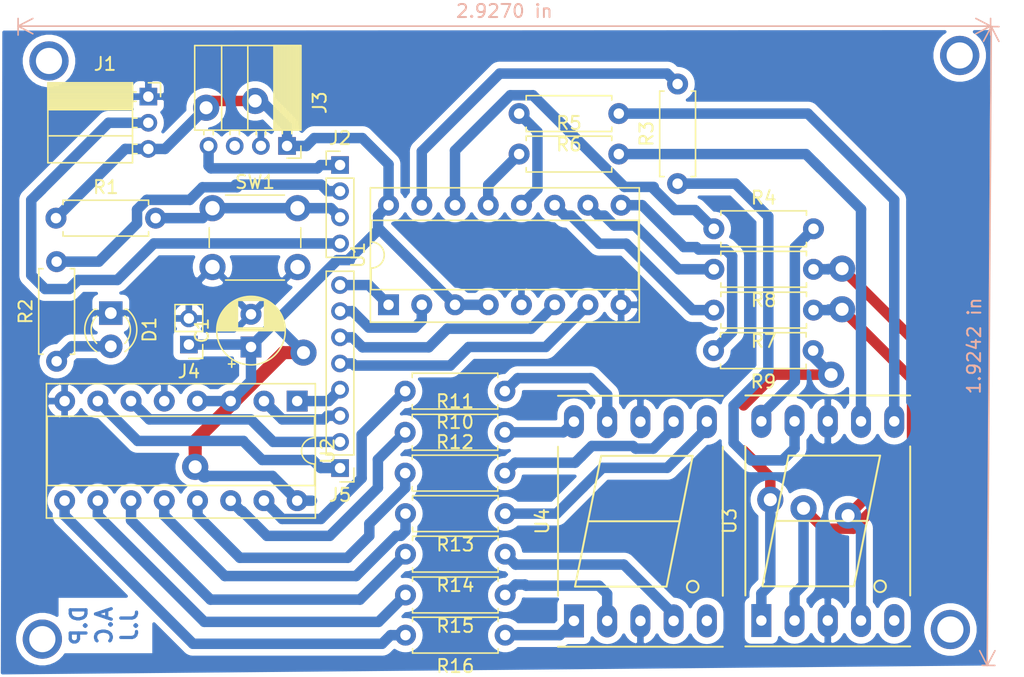
<source format=kicad_pcb>
(kicad_pcb (version 20171130) (host pcbnew "(5.1.2)-1")

  (general
    (thickness 1.6)
    (drawings 7)
    (tracks 298)
    (zones 0)
    (modules 28)
    (nets 47)
  )

  (page A4)
  (layers
    (0 F.Cu signal)
    (31 B.Cu signal)
    (32 B.Adhes user hide)
    (33 F.Adhes user)
    (34 B.Paste user hide)
    (35 F.Paste user)
    (36 B.SilkS user)
    (37 F.SilkS user)
    (38 B.Mask user)
    (39 F.Mask user)
    (40 Dwgs.User user)
    (41 Cmts.User user hide)
    (42 Eco1.User user)
    (43 Eco2.User user)
    (44 Edge.Cuts user)
    (45 Margin user)
    (46 B.CrtYd user)
    (47 F.CrtYd user)
    (48 B.Fab user hide)
    (49 F.Fab user)
  )

  (setup
    (last_trace_width 0.8)
    (user_trace_width 0.5)
    (user_trace_width 0.8)
    (user_trace_width 1)
    (trace_clearance 0.2)
    (zone_clearance 0.508)
    (zone_45_only no)
    (trace_min 0.2)
    (via_size 0.8)
    (via_drill 0.4)
    (via_min_size 0.4)
    (via_min_drill 0.3)
    (uvia_size 0.3)
    (uvia_drill 0.1)
    (uvias_allowed no)
    (uvia_min_size 0.2)
    (uvia_min_drill 0.1)
    (edge_width 0.05)
    (segment_width 0.2)
    (pcb_text_width 0.3)
    (pcb_text_size 1.5 1.5)
    (mod_edge_width 0.12)
    (mod_text_size 1 1)
    (mod_text_width 0.15)
    (pad_size 1.524 1.524)
    (pad_drill 0.762)
    (pad_to_mask_clearance 0.051)
    (solder_mask_min_width 0.25)
    (aux_axis_origin 0 0)
    (visible_elements 7FFFFFFF)
    (pcbplotparams
      (layerselection 0x00800_7ffffffe)
      (usegerberextensions false)
      (usegerberattributes false)
      (usegerberadvancedattributes false)
      (creategerberjobfile false)
      (excludeedgelayer true)
      (linewidth 0.100000)
      (plotframeref false)
      (viasonmask false)
      (mode 1)
      (useauxorigin false)
      (hpglpennumber 1)
      (hpglpenspeed 20)
      (hpglpendiameter 15.000000)
      (psnegative false)
      (psa4output false)
      (plotreference true)
      (plotvalue true)
      (plotinvisibletext false)
      (padsonsilk false)
      (subtractmaskfromsilk false)
      (outputformat 1)
      (mirror false)
      (drillshape 0)
      (scaleselection 1)
      (outputdirectory ""))
  )

  (net 0 "")
  (net 1 GND)
  (net 2 +5V)
  (net 3 "Net-(D1-Pad2)")
  (net 4 "Net-(J1-Pad2)")
  (net 5 "Net-(J2-Pad3)")
  (net 6 "Net-(J2-Pad2)")
  (net 7 "Net-(J2-Pad1)")
  (net 8 "Net-(J5-Pad8)")
  (net 9 "Net-(J5-Pad7)")
  (net 10 "Net-(J5-Pad6)")
  (net 11 "Net-(J5-Pad5)")
  (net 12 "Net-(J5-Pad4)")
  (net 13 "Net-(J5-Pad3)")
  (net 14 "Net-(J5-Pad2)")
  (net 15 "Net-(J5-Pad1)")
  (net 16 "Net-(R3-Pad2)")
  (net 17 f)
  (net 18 g)
  (net 19 "Net-(R4-Pad1)")
  (net 20 a)
  (net 21 "Net-(R5-Pad1)")
  (net 22 "Net-(R6-Pad2)")
  (net 23 b)
  (net 24 "Net-(R7-Pad2)")
  (net 25 c)
  (net 26 "Net-(R8-Pad2)")
  (net 27 d)
  (net 28 "Net-(R9-Pad2)")
  (net 29 e)
  (net 30 "Net-(R10-Pad2)")
  (net 31 "Net-(R11-Pad1)")
  (net 32 "Net-(R12-Pad1)")
  (net 33 "Net-(R13-Pad2)")
  (net 34 "Net-(R14-Pad2)")
  (net 35 "Net-(R15-Pad2)")
  (net 36 "Net-(R16-Pad2)")
  (net 37 "Net-(U3-Pad5)")
  (net 38 "Net-(U4-Pad5)")
  (net 39 f1)
  (net 40 g1)
  (net 41 a1)
  (net 42 b1)
  (net 43 c1)
  (net 44 d1)
  (net 45 e1)
  (net 46 "Net-(J3-Pad3)")

  (net_class Default "Esta es la clase de red por defecto."
    (clearance 0.2)
    (trace_width 0.25)
    (via_dia 0.8)
    (via_drill 0.4)
    (uvia_dia 0.3)
    (uvia_drill 0.1)
    (add_net +5V)
    (add_net GND)
    (add_net "Net-(D1-Pad2)")
    (add_net "Net-(J1-Pad2)")
    (add_net "Net-(J2-Pad1)")
    (add_net "Net-(J2-Pad2)")
    (add_net "Net-(J2-Pad3)")
    (add_net "Net-(J3-Pad3)")
    (add_net "Net-(J5-Pad1)")
    (add_net "Net-(J5-Pad2)")
    (add_net "Net-(J5-Pad3)")
    (add_net "Net-(J5-Pad4)")
    (add_net "Net-(J5-Pad5)")
    (add_net "Net-(J5-Pad6)")
    (add_net "Net-(J5-Pad7)")
    (add_net "Net-(J5-Pad8)")
    (add_net "Net-(R10-Pad2)")
    (add_net "Net-(R11-Pad1)")
    (add_net "Net-(R12-Pad1)")
    (add_net "Net-(R13-Pad2)")
    (add_net "Net-(R14-Pad2)")
    (add_net "Net-(R15-Pad2)")
    (add_net "Net-(R16-Pad2)")
    (add_net "Net-(R3-Pad2)")
    (add_net "Net-(R4-Pad1)")
    (add_net "Net-(R5-Pad1)")
    (add_net "Net-(R6-Pad2)")
    (add_net "Net-(R7-Pad2)")
    (add_net "Net-(R8-Pad2)")
    (add_net "Net-(R9-Pad2)")
    (add_net "Net-(U3-Pad5)")
    (add_net "Net-(U4-Pad5)")
    (add_net a)
    (add_net a1)
    (add_net b)
    (add_net b1)
    (add_net c)
    (add_net c1)
    (add_net d)
    (add_net d1)
    (add_net e)
    (add_net e1)
    (add_net f)
    (add_net f1)
    (add_net g)
    (add_net g1)
  )

  (module Resistor_THT:R_Axial_DIN0207_L6.3mm_D2.5mm_P7.62mm_Horizontal (layer F.Cu) (tedit 5AE5139B) (tstamp 5D1DFE36)
    (at 158.9786 71.8058)
    (descr "Resistor, Axial_DIN0207 series, Axial, Horizontal, pin pitch=7.62mm, 0.25W = 1/4W, length*diameter=6.3*2.5mm^2, http://cdn-reichelt.de/documents/datenblatt/B400/1_4W%23YAG.pdf")
    (tags "Resistor Axial_DIN0207 series Axial Horizontal pin pitch 7.62mm 0.25W = 1/4W length 6.3mm diameter 2.5mm")
    (path /5D253A49)
    (fp_text reference R4 (at 3.81 -2.37) (layer F.SilkS)
      (effects (font (size 1 1) (thickness 0.15)))
    )
    (fp_text value 220 (at 3.81 2.37) (layer F.Fab)
      (effects (font (size 1 1) (thickness 0.15)))
    )
    (fp_line (start 0.66 -1.25) (end 0.66 1.25) (layer F.Fab) (width 0.1))
    (fp_line (start 0.66 1.25) (end 6.96 1.25) (layer F.Fab) (width 0.1))
    (fp_line (start 6.96 1.25) (end 6.96 -1.25) (layer F.Fab) (width 0.1))
    (fp_line (start 6.96 -1.25) (end 0.66 -1.25) (layer F.Fab) (width 0.1))
    (fp_line (start 0 0) (end 0.66 0) (layer F.Fab) (width 0.1))
    (fp_line (start 7.62 0) (end 6.96 0) (layer F.Fab) (width 0.1))
    (fp_line (start 0.54 -1.04) (end 0.54 -1.37) (layer F.SilkS) (width 0.12))
    (fp_line (start 0.54 -1.37) (end 7.08 -1.37) (layer F.SilkS) (width 0.12))
    (fp_line (start 7.08 -1.37) (end 7.08 -1.04) (layer F.SilkS) (width 0.12))
    (fp_line (start 0.54 1.04) (end 0.54 1.37) (layer F.SilkS) (width 0.12))
    (fp_line (start 0.54 1.37) (end 7.08 1.37) (layer F.SilkS) (width 0.12))
    (fp_line (start 7.08 1.37) (end 7.08 1.04) (layer F.SilkS) (width 0.12))
    (fp_line (start -1.05 -1.5) (end -1.05 1.5) (layer F.CrtYd) (width 0.05))
    (fp_line (start -1.05 1.5) (end 8.67 1.5) (layer F.CrtYd) (width 0.05))
    (fp_line (start 8.67 1.5) (end 8.67 -1.5) (layer F.CrtYd) (width 0.05))
    (fp_line (start 8.67 -1.5) (end -1.05 -1.5) (layer F.CrtYd) (width 0.05))
    (fp_text user %R (at 3.81 0) (layer F.Fab)
      (effects (font (size 1 1) (thickness 0.15)))
    )
    (pad 1 thru_hole circle (at 0 0) (size 1.6 1.6) (drill 0.8) (layers *.Cu *.Mask)
      (net 19 "Net-(R4-Pad1)"))
    (pad 2 thru_hole oval (at 7.62 0) (size 1.6 1.6) (drill 0.8) (layers *.Cu *.Mask)
      (net 40 g1))
    (model ${KISYS3DMOD}/Resistor_THT.3dshapes/R_Axial_DIN0207_L6.3mm_D2.5mm_P7.62mm_Horizontal.wrl
      (at (xyz 0 0 0))
      (scale (xyz 1 1 1))
      (rotate (xyz 0 0 0))
    )
  )

  (module Connector_PinSocket_2.00mm:PinSocket_1x04_P2.00mm_Horizontal (layer F.Cu) (tedit 5A19A424) (tstamp 5D1E9A89)
    (at 126.3523 65.4685 270)
    (descr "Through hole angled socket strip, 1x04, 2.00mm pitch, 6.35mm socket length, single row (from Kicad 4.0.7), script generated")
    (tags "Through hole angled socket strip THT 1x04 2.00mm single row")
    (path /5D1E939A)
    (fp_text reference J3 (at -3.31 -2.5 90) (layer F.SilkS)
      (effects (font (size 1 1) (thickness 0.15)))
    )
    (fp_text value Conn_foto (at -3.31 8.5 90) (layer F.Fab)
      (effects (font (size 1 1) (thickness 0.15)))
    )
    (fp_text user %R (at -4.445 3) (layer F.Fab)
      (effects (font (size 1 1) (thickness 0.15)))
    )
    (fp_line (start 1.5 7.5) (end 1.5 -1.5) (layer F.CrtYd) (width 0.05))
    (fp_line (start -8.15 7.5) (end 1.5 7.5) (layer F.CrtYd) (width 0.05))
    (fp_line (start -8.15 -1.5) (end -8.15 7.5) (layer F.CrtYd) (width 0.05))
    (fp_line (start 1.5 -1.5) (end -8.15 -1.5) (layer F.CrtYd) (width 0.05))
    (fp_line (start 0 -1.06) (end 0.935 -1.06) (layer F.SilkS) (width 0.12))
    (fp_line (start 0.935 -1.06) (end 0.935 0) (layer F.SilkS) (width 0.12))
    (fp_line (start -7.68 -1.06) (end -7.68 7.06) (layer F.SilkS) (width 0.12))
    (fp_line (start -7.68 7.06) (end -1.21 7.06) (layer F.SilkS) (width 0.12))
    (fp_line (start -1.21 -1.06) (end -1.21 7.06) (layer F.SilkS) (width 0.12))
    (fp_line (start -7.68 -1.06) (end -1.21 -1.06) (layer F.SilkS) (width 0.12))
    (fp_line (start -7.68 5) (end -1.21 5) (layer F.SilkS) (width 0.12))
    (fp_line (start -7.68 3) (end -1.21 3) (layer F.SilkS) (width 0.12))
    (fp_line (start -7.68 1) (end -1.21 1) (layer F.SilkS) (width 0.12))
    (fp_line (start -1.21 6.36) (end -0.862917 6.36) (layer F.SilkS) (width 0.12))
    (fp_line (start -1.21 5.64) (end -0.862917 5.64) (layer F.SilkS) (width 0.12))
    (fp_line (start -1.21 4.36) (end -0.862917 4.36) (layer F.SilkS) (width 0.12))
    (fp_line (start -1.21 3.64) (end -0.862917 3.64) (layer F.SilkS) (width 0.12))
    (fp_line (start -1.21 2.36) (end -0.862917 2.36) (layer F.SilkS) (width 0.12))
    (fp_line (start -1.21 1.64) (end -0.862917 1.64) (layer F.SilkS) (width 0.12))
    (fp_line (start -1.21 0.36) (end -0.935 0.36) (layer F.SilkS) (width 0.12))
    (fp_line (start -1.21 -0.36) (end -0.935 -0.36) (layer F.SilkS) (width 0.12))
    (fp_line (start -7.68 0.885888) (end -1.21 0.885888) (layer F.SilkS) (width 0.12))
    (fp_line (start -7.68 0.77177) (end -1.21 0.77177) (layer F.SilkS) (width 0.12))
    (fp_line (start -7.68 0.657652) (end -1.21 0.657652) (layer F.SilkS) (width 0.12))
    (fp_line (start -7.68 0.543534) (end -1.21 0.543534) (layer F.SilkS) (width 0.12))
    (fp_line (start -7.68 0.429416) (end -1.21 0.429416) (layer F.SilkS) (width 0.12))
    (fp_line (start -7.68 0.315298) (end -1.21 0.315298) (layer F.SilkS) (width 0.12))
    (fp_line (start -7.68 0.20118) (end -1.21 0.20118) (layer F.SilkS) (width 0.12))
    (fp_line (start -7.68 0.087062) (end -1.21 0.087062) (layer F.SilkS) (width 0.12))
    (fp_line (start -7.68 -0.027056) (end -1.21 -0.027056) (layer F.SilkS) (width 0.12))
    (fp_line (start -7.68 -0.141174) (end -1.21 -0.141174) (layer F.SilkS) (width 0.12))
    (fp_line (start -7.68 -0.255292) (end -1.21 -0.255292) (layer F.SilkS) (width 0.12))
    (fp_line (start -7.68 -0.36941) (end -1.21 -0.36941) (layer F.SilkS) (width 0.12))
    (fp_line (start -7.68 -0.483528) (end -1.21 -0.483528) (layer F.SilkS) (width 0.12))
    (fp_line (start -7.68 -0.597646) (end -1.21 -0.597646) (layer F.SilkS) (width 0.12))
    (fp_line (start -7.68 -0.711764) (end -1.21 -0.711764) (layer F.SilkS) (width 0.12))
    (fp_line (start -7.68 -0.825882) (end -1.21 -0.825882) (layer F.SilkS) (width 0.12))
    (fp_line (start -7.68 -0.94) (end -1.21 -0.94) (layer F.SilkS) (width 0.12))
    (fp_line (start 0 6.3) (end 0 5.7) (layer F.Fab) (width 0.1))
    (fp_line (start -1.27 6.3) (end 0 6.3) (layer F.Fab) (width 0.1))
    (fp_line (start 0 5.7) (end -1.27 5.7) (layer F.Fab) (width 0.1))
    (fp_line (start 0 4.3) (end 0 3.7) (layer F.Fab) (width 0.1))
    (fp_line (start -1.27 4.3) (end 0 4.3) (layer F.Fab) (width 0.1))
    (fp_line (start 0 3.7) (end -1.27 3.7) (layer F.Fab) (width 0.1))
    (fp_line (start 0 2.3) (end 0 1.7) (layer F.Fab) (width 0.1))
    (fp_line (start -1.27 2.3) (end 0 2.3) (layer F.Fab) (width 0.1))
    (fp_line (start 0 1.7) (end -1.27 1.7) (layer F.Fab) (width 0.1))
    (fp_line (start 0 0.3) (end 0 -0.3) (layer F.Fab) (width 0.1))
    (fp_line (start -1.27 0.3) (end 0 0.3) (layer F.Fab) (width 0.1))
    (fp_line (start 0 -0.3) (end -1.27 -0.3) (layer F.Fab) (width 0.1))
    (fp_line (start -7.62 7) (end -7.62 -1) (layer F.Fab) (width 0.1))
    (fp_line (start -1.27 7) (end -7.62 7) (layer F.Fab) (width 0.1))
    (fp_line (start -1.27 -0.3) (end -1.27 7) (layer F.Fab) (width 0.1))
    (fp_line (start -1.97 -1) (end -1.27 -0.3) (layer F.Fab) (width 0.1))
    (fp_line (start -7.62 -1) (end -1.97 -1) (layer F.Fab) (width 0.1))
    (pad 4 thru_hole oval (at 0 6 270) (size 1.35 1.35) (drill 0.8) (layers *.Cu *.Mask)
      (net 7 "Net-(J2-Pad1)"))
    (pad 3 thru_hole oval (at 0 4 270) (size 1.35 1.35) (drill 0.8) (layers *.Cu *.Mask)
      (net 46 "Net-(J3-Pad3)"))
    (pad 2 thru_hole oval (at 0 2 270) (size 1.35 1.35) (drill 0.8) (layers *.Cu *.Mask)
      (net 1 GND))
    (pad 1 thru_hole rect (at 0 0 270) (size 1.35 1.35) (drill 0.8) (layers *.Cu *.Mask)
      (net 2 +5V))
    (model ${KISYS3DMOD}/Connector_PinSocket_2.00mm.3dshapes/PinSocket_1x04_P2.00mm_Horizontal.wrl
      (at (xyz 0 0 0))
      (scale (xyz 1 1 1))
      (rotate (xyz 0 0 0))
    )
  )

  (module Display_7Segment:7SegmentLED_LTS6760_LTS6780 (layer F.Cu) (tedit 5BE69100) (tstamp 5D21110A)
    (at 148.2852 101.8032 90)
    (descr "7-Segment Display, LTS67x0, http://optoelectronics.liteon.com/upload/download/DS30-2001-355/S6760jd.pdf")
    (tags "7Segment LED LTS6760 LTS6780")
    (path /5D15CC32)
    (fp_text reference U4 (at 7.62 -2.42 90) (layer F.SilkS)
      (effects (font (size 1 1) (thickness 0.15)))
    )
    (fp_text value KCSC02-105 (at 7.62 12.58 90) (layer F.Fab)
      (effects (font (size 1 1) (thickness 0.15)))
    )
    (fp_line (start -1.88 -0.17) (end -1.88 11.33) (layer F.Fab) (width 0.1))
    (fp_line (start -0.88 -1.17) (end -1.88 -0.17) (layer F.Fab) (width 0.1))
    (fp_line (start 17.12 -1.17) (end -0.88 -1.17) (layer F.Fab) (width 0.1))
    (fp_line (start 17.12 11.33) (end 17.12 -1.17) (layer F.Fab) (width 0.1))
    (fp_line (start -1.88 11.33) (end 17.12 11.33) (layer F.Fab) (width 0.1))
    (fp_circle (center 2.62 9.08) (end 2.42 9.48) (layer F.SilkS) (width 0.15))
    (fp_line (start 17.22 -1.22) (end 17.22 11.38) (layer F.SilkS) (width 0.15))
    (fp_line (start 13.32 11.38) (end 1.92 11.38) (layer F.SilkS) (width 0.15))
    (fp_line (start 13.32 -1.22) (end 1.92 -1.22) (layer F.SilkS) (width 0.15))
    (fp_line (start -1.98 11.38) (end -1.98 -1.22) (layer F.SilkS) (width 0.15))
    (fp_line (start 12.62 2.08) (end 12.62 9.08) (layer F.SilkS) (width 0.15))
    (fp_line (start 7.62 8.08) (end 7.62 1.08) (layer F.SilkS) (width 0.15))
    (fp_line (start 12.62 9.08) (end 7.62 8.08) (layer F.SilkS) (width 0.15))
    (fp_line (start 2.62 7.08) (end 7.62 8.08) (layer F.SilkS) (width 0.15))
    (fp_line (start 2.62 0.08) (end 2.62 7.08) (layer F.SilkS) (width 0.15))
    (fp_line (start 7.62 1.08) (end 2.62 0.08) (layer F.SilkS) (width 0.15))
    (fp_line (start 12.62 2.08) (end 7.62 1.08) (layer F.SilkS) (width 0.15))
    (fp_text user %R (at 7.87 5.08 90) (layer F.Fab)
      (effects (font (size 1 1) (thickness 0.15)))
    )
    (fp_line (start 17.62 -1.67) (end 17.62 11.83) (layer F.CrtYd) (width 0.05))
    (fp_line (start 17.62 11.83) (end -2.38 11.83) (layer F.CrtYd) (width 0.05))
    (fp_line (start -2.38 11.83) (end -2.38 -1.67) (layer F.CrtYd) (width 0.05))
    (fp_line (start -2.38 -1.67) (end 17.62 -1.67) (layer F.CrtYd) (width 0.05))
    (pad 10 thru_hole oval (at 15.24 0) (size 1.524 2.524) (drill 0.8) (layers *.Cu *.Mask)
      (net 18 g))
    (pad 9 thru_hole oval (at 15.24 2.54) (size 1.524 2.524) (drill 0.8) (layers *.Cu *.Mask)
      (net 17 f))
    (pad 8 thru_hole oval (at 15.24 5.08) (size 1.524 2.524) (drill 0.8) (layers *.Cu *.Mask)
      (net 1 GND))
    (pad 7 thru_hole oval (at 15.24 7.62) (size 1.524 2.524) (drill 0.8) (layers *.Cu *.Mask)
      (net 20 a))
    (pad 6 thru_hole oval (at 15.24 10.16) (size 1.524 2.524) (drill 0.8) (layers *.Cu *.Mask)
      (net 23 b))
    (pad 5 thru_hole oval (at 0 10.16) (size 1.524 2.524) (drill 0.8) (layers *.Cu *.Mask)
      (net 38 "Net-(U4-Pad5)"))
    (pad 4 thru_hole oval (at 0 7.62) (size 1.524 2.524) (drill 0.8) (layers *.Cu *.Mask)
      (net 25 c))
    (pad 3 thru_hole oval (at 0 5.08) (size 1.524 2.524) (drill 0.8) (layers *.Cu *.Mask)
      (net 1 GND))
    (pad 2 thru_hole oval (at 0 2.54) (size 1.524 2.524) (drill 0.8) (layers *.Cu *.Mask)
      (net 27 d))
    (pad 1 thru_hole rect (at 0 0) (size 1.524 2.524) (drill 0.8) (layers *.Cu *.Mask)
      (net 29 e))
    (model ${KISYS3DMOD}/Display_7Segment.3dshapes/7SegmentLED_LTS6760_LTS6780.wrl
      (at (xyz 0 0 0))
      (scale (xyz 1 1 1))
      (rotate (xyz 0 0 0))
    )
  )

  (module Display_7Segment:7SegmentLED_LTS6760_LTS6780 (layer F.Cu) (tedit 5BE69100) (tstamp 5D1DFC6F)
    (at 162.6108 101.7778 90)
    (descr "7-Segment Display, LTS67x0, http://optoelectronics.liteon.com/upload/download/DS30-2001-355/S6760jd.pdf")
    (tags "7Segment LED LTS6760 LTS6780")
    (path /5D253A25)
    (fp_text reference U3 (at 7.62 -2.42 90) (layer F.SilkS)
      (effects (font (size 1 1) (thickness 0.15)))
    )
    (fp_text value KCSC02-105 (at 7.62 12.58 90) (layer F.Fab)
      (effects (font (size 1 1) (thickness 0.15)))
    )
    (fp_line (start -2.38 -1.67) (end 17.62 -1.67) (layer F.CrtYd) (width 0.05))
    (fp_line (start -2.38 11.83) (end -2.38 -1.67) (layer F.CrtYd) (width 0.05))
    (fp_line (start 17.62 11.83) (end -2.38 11.83) (layer F.CrtYd) (width 0.05))
    (fp_line (start 17.62 -1.67) (end 17.62 11.83) (layer F.CrtYd) (width 0.05))
    (fp_text user %R (at 7.87 5.08 90) (layer F.Fab)
      (effects (font (size 1 1) (thickness 0.15)))
    )
    (fp_line (start 12.62 2.08) (end 7.62 1.08) (layer F.SilkS) (width 0.15))
    (fp_line (start 7.62 1.08) (end 2.62 0.08) (layer F.SilkS) (width 0.15))
    (fp_line (start 2.62 0.08) (end 2.62 7.08) (layer F.SilkS) (width 0.15))
    (fp_line (start 2.62 7.08) (end 7.62 8.08) (layer F.SilkS) (width 0.15))
    (fp_line (start 12.62 9.08) (end 7.62 8.08) (layer F.SilkS) (width 0.15))
    (fp_line (start 7.62 8.08) (end 7.62 1.08) (layer F.SilkS) (width 0.15))
    (fp_line (start 12.62 2.08) (end 12.62 9.08) (layer F.SilkS) (width 0.15))
    (fp_line (start -1.98 11.38) (end -1.98 -1.22) (layer F.SilkS) (width 0.15))
    (fp_line (start 13.32 -1.22) (end 1.92 -1.22) (layer F.SilkS) (width 0.15))
    (fp_line (start 13.32 11.38) (end 1.92 11.38) (layer F.SilkS) (width 0.15))
    (fp_line (start 17.22 -1.22) (end 17.22 11.38) (layer F.SilkS) (width 0.15))
    (fp_circle (center 2.62 9.08) (end 2.42 9.48) (layer F.SilkS) (width 0.15))
    (fp_line (start -1.88 11.33) (end 17.12 11.33) (layer F.Fab) (width 0.1))
    (fp_line (start 17.12 11.33) (end 17.12 -1.17) (layer F.Fab) (width 0.1))
    (fp_line (start 17.12 -1.17) (end -0.88 -1.17) (layer F.Fab) (width 0.1))
    (fp_line (start -0.88 -1.17) (end -1.88 -0.17) (layer F.Fab) (width 0.1))
    (fp_line (start -1.88 -0.17) (end -1.88 11.33) (layer F.Fab) (width 0.1))
    (pad 1 thru_hole rect (at 0 0) (size 1.524 2.524) (drill 0.8) (layers *.Cu *.Mask)
      (net 45 e1))
    (pad 2 thru_hole oval (at 0 2.54) (size 1.524 2.524) (drill 0.8) (layers *.Cu *.Mask)
      (net 44 d1))
    (pad 3 thru_hole oval (at 0 5.08) (size 1.524 2.524) (drill 0.8) (layers *.Cu *.Mask)
      (net 1 GND))
    (pad 4 thru_hole oval (at 0 7.62) (size 1.524 2.524) (drill 0.8) (layers *.Cu *.Mask)
      (net 43 c1))
    (pad 5 thru_hole oval (at 0 10.16) (size 1.524 2.524) (drill 0.8) (layers *.Cu *.Mask)
      (net 37 "Net-(U3-Pad5)"))
    (pad 6 thru_hole oval (at 15.24 10.16) (size 1.524 2.524) (drill 0.8) (layers *.Cu *.Mask)
      (net 42 b1))
    (pad 7 thru_hole oval (at 15.24 7.62) (size 1.524 2.524) (drill 0.8) (layers *.Cu *.Mask)
      (net 41 a1))
    (pad 8 thru_hole oval (at 15.24 5.08) (size 1.524 2.524) (drill 0.8) (layers *.Cu *.Mask)
      (net 1 GND))
    (pad 9 thru_hole oval (at 15.24 2.54) (size 1.524 2.524) (drill 0.8) (layers *.Cu *.Mask)
      (net 39 f1))
    (pad 10 thru_hole oval (at 15.24 0) (size 1.524 2.524) (drill 0.8) (layers *.Cu *.Mask)
      (net 40 g1))
    (model ${KISYS3DMOD}/Display_7Segment.3dshapes/7SegmentLED_LTS6760_LTS6780.wrl
      (at (xyz 0 0 0))
      (scale (xyz 1 1 1))
      (rotate (xyz 0 0 0))
    )
  )

  (module Package_DIP:DIP-16_W7.62mm_Socket (layer F.Cu) (tedit 5A02E8C5) (tstamp 5D1DFDCA)
    (at 127.127 84.9884 270)
    (descr "16-lead though-hole mounted DIP package, row spacing 7.62 mm (300 mils), Socket")
    (tags "THT DIP DIL PDIP 2.54mm 7.62mm 300mil Socket")
    (path /5D21C904)
    (fp_text reference U2 (at 3.81 -2.33 90) (layer F.SilkS)
      (effects (font (size 1 1) (thickness 0.15)))
    )
    (fp_text value 4511r (at 3.81 20.11 90) (layer F.Fab)
      (effects (font (size 1 1) (thickness 0.15)))
    )
    (fp_arc (start 3.81 -1.33) (end 2.81 -1.33) (angle -180) (layer F.SilkS) (width 0.12))
    (fp_line (start 1.635 -1.27) (end 6.985 -1.27) (layer F.Fab) (width 0.1))
    (fp_line (start 6.985 -1.27) (end 6.985 19.05) (layer F.Fab) (width 0.1))
    (fp_line (start 6.985 19.05) (end 0.635 19.05) (layer F.Fab) (width 0.1))
    (fp_line (start 0.635 19.05) (end 0.635 -0.27) (layer F.Fab) (width 0.1))
    (fp_line (start 0.635 -0.27) (end 1.635 -1.27) (layer F.Fab) (width 0.1))
    (fp_line (start -1.27 -1.33) (end -1.27 19.11) (layer F.Fab) (width 0.1))
    (fp_line (start -1.27 19.11) (end 8.89 19.11) (layer F.Fab) (width 0.1))
    (fp_line (start 8.89 19.11) (end 8.89 -1.33) (layer F.Fab) (width 0.1))
    (fp_line (start 8.89 -1.33) (end -1.27 -1.33) (layer F.Fab) (width 0.1))
    (fp_line (start 2.81 -1.33) (end 1.16 -1.33) (layer F.SilkS) (width 0.12))
    (fp_line (start 1.16 -1.33) (end 1.16 19.11) (layer F.SilkS) (width 0.12))
    (fp_line (start 1.16 19.11) (end 6.46 19.11) (layer F.SilkS) (width 0.12))
    (fp_line (start 6.46 19.11) (end 6.46 -1.33) (layer F.SilkS) (width 0.12))
    (fp_line (start 6.46 -1.33) (end 4.81 -1.33) (layer F.SilkS) (width 0.12))
    (fp_line (start -1.33 -1.39) (end -1.33 19.17) (layer F.SilkS) (width 0.12))
    (fp_line (start -1.33 19.17) (end 8.95 19.17) (layer F.SilkS) (width 0.12))
    (fp_line (start 8.95 19.17) (end 8.95 -1.39) (layer F.SilkS) (width 0.12))
    (fp_line (start 8.95 -1.39) (end -1.33 -1.39) (layer F.SilkS) (width 0.12))
    (fp_line (start -1.55 -1.6) (end -1.55 19.4) (layer F.CrtYd) (width 0.05))
    (fp_line (start -1.55 19.4) (end 9.15 19.4) (layer F.CrtYd) (width 0.05))
    (fp_line (start 9.15 19.4) (end 9.15 -1.6) (layer F.CrtYd) (width 0.05))
    (fp_line (start 9.15 -1.6) (end -1.55 -1.6) (layer F.CrtYd) (width 0.05))
    (fp_text user %R (at 3.81 8.89 90) (layer F.Fab)
      (effects (font (size 1 1) (thickness 0.15)))
    )
    (pad 1 thru_hole rect (at 0 0 270) (size 1.6 1.6) (drill 0.8) (layers *.Cu *.Mask)
      (net 12 "Net-(J5-Pad4)"))
    (pad 9 thru_hole oval (at 7.62 17.78 270) (size 1.6 1.6) (drill 0.8) (layers *.Cu *.Mask)
      (net 36 "Net-(R16-Pad2)"))
    (pad 2 thru_hole oval (at 0 2.54 270) (size 1.6 1.6) (drill 0.8) (layers *.Cu *.Mask)
      (net 13 "Net-(J5-Pad3)"))
    (pad 10 thru_hole oval (at 7.62 15.24 270) (size 1.6 1.6) (drill 0.8) (layers *.Cu *.Mask)
      (net 35 "Net-(R15-Pad2)"))
    (pad 3 thru_hole oval (at 0 5.08 270) (size 1.6 1.6) (drill 0.8) (layers *.Cu *.Mask)
      (net 2 +5V))
    (pad 11 thru_hole oval (at 7.62 12.7 270) (size 1.6 1.6) (drill 0.8) (layers *.Cu *.Mask)
      (net 34 "Net-(R14-Pad2)"))
    (pad 4 thru_hole oval (at 0 7.62 270) (size 1.6 1.6) (drill 0.8) (layers *.Cu *.Mask)
      (net 2 +5V))
    (pad 12 thru_hole oval (at 7.62 10.16 270) (size 1.6 1.6) (drill 0.8) (layers *.Cu *.Mask)
      (net 33 "Net-(R13-Pad2)"))
    (pad 5 thru_hole oval (at 0 10.16 270) (size 1.6 1.6) (drill 0.8) (layers *.Cu *.Mask)
      (net 1 GND))
    (pad 13 thru_hole oval (at 7.62 7.62 270) (size 1.6 1.6) (drill 0.8) (layers *.Cu *.Mask)
      (net 32 "Net-(R12-Pad1)"))
    (pad 6 thru_hole oval (at 0 12.7 270) (size 1.6 1.6) (drill 0.8) (layers *.Cu *.Mask)
      (net 14 "Net-(J5-Pad2)"))
    (pad 14 thru_hole oval (at 7.62 5.08 270) (size 1.6 1.6) (drill 0.8) (layers *.Cu *.Mask)
      (net 31 "Net-(R11-Pad1)"))
    (pad 7 thru_hole oval (at 0 15.24 270) (size 1.6 1.6) (drill 0.8) (layers *.Cu *.Mask)
      (net 15 "Net-(J5-Pad1)"))
    (pad 15 thru_hole oval (at 7.62 2.54 270) (size 1.6 1.6) (drill 0.8) (layers *.Cu *.Mask)
      (net 30 "Net-(R10-Pad2)"))
    (pad 8 thru_hole oval (at 0 17.78 270) (size 1.6 1.6) (drill 0.8) (layers *.Cu *.Mask)
      (net 1 GND))
    (pad 16 thru_hole oval (at 7.62 0 270) (size 1.6 1.6) (drill 0.8) (layers *.Cu *.Mask)
      (net 2 +5V))
    (model ${KISYS3DMOD}/Package_DIP.3dshapes/DIP-16_W7.62mm_Socket.wrl
      (at (xyz 0 0 0))
      (scale (xyz 1 1 1))
      (rotate (xyz 0 0 0))
    )
  )

  (module Resistor_THT:R_Axial_DIN0207_L6.3mm_D2.5mm_P7.62mm_Horizontal (layer F.Cu) (tedit 5AE5139B) (tstamp 5D1DFD73)
    (at 143.0274 99.822 180)
    (descr "Resistor, Axial_DIN0207 series, Axial, Horizontal, pin pitch=7.62mm, 0.25W = 1/4W, length*diameter=6.3*2.5mm^2, http://cdn-reichelt.de/documents/datenblatt/B400/1_4W%23YAG.pdf")
    (tags "Resistor Axial_DIN0207 series Axial Horizontal pin pitch 7.62mm 0.25W = 1/4W length 6.3mm diameter 2.5mm")
    (path /5D1583FB)
    (fp_text reference R15 (at 3.81 -2.37) (layer F.SilkS)
      (effects (font (size 1 1) (thickness 0.15)))
    )
    (fp_text value 220 (at 3.81 2.37) (layer F.Fab)
      (effects (font (size 1 1) (thickness 0.15)))
    )
    (fp_line (start 0.66 -1.25) (end 0.66 1.25) (layer F.Fab) (width 0.1))
    (fp_line (start 0.66 1.25) (end 6.96 1.25) (layer F.Fab) (width 0.1))
    (fp_line (start 6.96 1.25) (end 6.96 -1.25) (layer F.Fab) (width 0.1))
    (fp_line (start 6.96 -1.25) (end 0.66 -1.25) (layer F.Fab) (width 0.1))
    (fp_line (start 0 0) (end 0.66 0) (layer F.Fab) (width 0.1))
    (fp_line (start 7.62 0) (end 6.96 0) (layer F.Fab) (width 0.1))
    (fp_line (start 0.54 -1.04) (end 0.54 -1.37) (layer F.SilkS) (width 0.12))
    (fp_line (start 0.54 -1.37) (end 7.08 -1.37) (layer F.SilkS) (width 0.12))
    (fp_line (start 7.08 -1.37) (end 7.08 -1.04) (layer F.SilkS) (width 0.12))
    (fp_line (start 0.54 1.04) (end 0.54 1.37) (layer F.SilkS) (width 0.12))
    (fp_line (start 0.54 1.37) (end 7.08 1.37) (layer F.SilkS) (width 0.12))
    (fp_line (start 7.08 1.37) (end 7.08 1.04) (layer F.SilkS) (width 0.12))
    (fp_line (start -1.05 -1.5) (end -1.05 1.5) (layer F.CrtYd) (width 0.05))
    (fp_line (start -1.05 1.5) (end 8.67 1.5) (layer F.CrtYd) (width 0.05))
    (fp_line (start 8.67 1.5) (end 8.67 -1.5) (layer F.CrtYd) (width 0.05))
    (fp_line (start 8.67 -1.5) (end -1.05 -1.5) (layer F.CrtYd) (width 0.05))
    (fp_text user %R (at 3.81 0) (layer F.Fab)
      (effects (font (size 1 1) (thickness 0.15)))
    )
    (pad 1 thru_hole circle (at 0 0 180) (size 1.6 1.6) (drill 0.8) (layers *.Cu *.Mask)
      (net 27 d))
    (pad 2 thru_hole oval (at 7.62 0 180) (size 1.6 1.6) (drill 0.8) (layers *.Cu *.Mask)
      (net 35 "Net-(R15-Pad2)"))
    (model ${KISYS3DMOD}/Resistor_THT.3dshapes/R_Axial_DIN0207_L6.3mm_D2.5mm_P7.62mm_Horizontal.wrl
      (at (xyz 0 0 0))
      (scale (xyz 1 1 1))
      (rotate (xyz 0 0 0))
    )
  )

  (module Package_DIP:DIP-16_W7.62mm_Socket (layer F.Cu) (tedit 5A02E8C5) (tstamp 5D1E01B4)
    (at 134.112 77.6224 90)
    (descr "16-lead though-hole mounted DIP package, row spacing 7.62 mm (300 mils), Socket")
    (tags "THT DIP DIL PDIP 2.54mm 7.62mm 300mil Socket")
    (path /5D1E7F0D)
    (fp_text reference U1 (at 3.81 -2.33 90) (layer F.SilkS)
      (effects (font (size 1 1) (thickness 0.15)))
    )
    (fp_text value 4511r (at 3.81 20.11 90) (layer F.Fab)
      (effects (font (size 1 1) (thickness 0.15)))
    )
    (fp_arc (start 3.81 -1.33) (end 2.81 -1.33) (angle -180) (layer F.SilkS) (width 0.12))
    (fp_line (start 1.635 -1.27) (end 6.985 -1.27) (layer F.Fab) (width 0.1))
    (fp_line (start 6.985 -1.27) (end 6.985 19.05) (layer F.Fab) (width 0.1))
    (fp_line (start 6.985 19.05) (end 0.635 19.05) (layer F.Fab) (width 0.1))
    (fp_line (start 0.635 19.05) (end 0.635 -0.27) (layer F.Fab) (width 0.1))
    (fp_line (start 0.635 -0.27) (end 1.635 -1.27) (layer F.Fab) (width 0.1))
    (fp_line (start -1.27 -1.33) (end -1.27 19.11) (layer F.Fab) (width 0.1))
    (fp_line (start -1.27 19.11) (end 8.89 19.11) (layer F.Fab) (width 0.1))
    (fp_line (start 8.89 19.11) (end 8.89 -1.33) (layer F.Fab) (width 0.1))
    (fp_line (start 8.89 -1.33) (end -1.27 -1.33) (layer F.Fab) (width 0.1))
    (fp_line (start 2.81 -1.33) (end 1.16 -1.33) (layer F.SilkS) (width 0.12))
    (fp_line (start 1.16 -1.33) (end 1.16 19.11) (layer F.SilkS) (width 0.12))
    (fp_line (start 1.16 19.11) (end 6.46 19.11) (layer F.SilkS) (width 0.12))
    (fp_line (start 6.46 19.11) (end 6.46 -1.33) (layer F.SilkS) (width 0.12))
    (fp_line (start 6.46 -1.33) (end 4.81 -1.33) (layer F.SilkS) (width 0.12))
    (fp_line (start -1.33 -1.39) (end -1.33 19.17) (layer F.SilkS) (width 0.12))
    (fp_line (start -1.33 19.17) (end 8.95 19.17) (layer F.SilkS) (width 0.12))
    (fp_line (start 8.95 19.17) (end 8.95 -1.39) (layer F.SilkS) (width 0.12))
    (fp_line (start 8.95 -1.39) (end -1.33 -1.39) (layer F.SilkS) (width 0.12))
    (fp_line (start -1.55 -1.6) (end -1.55 19.4) (layer F.CrtYd) (width 0.05))
    (fp_line (start -1.55 19.4) (end 9.15 19.4) (layer F.CrtYd) (width 0.05))
    (fp_line (start 9.15 19.4) (end 9.15 -1.6) (layer F.CrtYd) (width 0.05))
    (fp_line (start 9.15 -1.6) (end -1.55 -1.6) (layer F.CrtYd) (width 0.05))
    (fp_text user %R (at 3.81 8.89 90) (layer F.Fab)
      (effects (font (size 1 1) (thickness 0.15)))
    )
    (pad 1 thru_hole rect (at 0 0 90) (size 1.6 1.6) (drill 0.8) (layers *.Cu *.Mask)
      (net 8 "Net-(J5-Pad8)"))
    (pad 9 thru_hole oval (at 7.62 17.78 90) (size 1.6 1.6) (drill 0.8) (layers *.Cu *.Mask)
      (net 28 "Net-(R9-Pad2)"))
    (pad 2 thru_hole oval (at 0 2.54 90) (size 1.6 1.6) (drill 0.8) (layers *.Cu *.Mask)
      (net 9 "Net-(J5-Pad7)"))
    (pad 10 thru_hole oval (at 7.62 15.24 90) (size 1.6 1.6) (drill 0.8) (layers *.Cu *.Mask)
      (net 26 "Net-(R8-Pad2)"))
    (pad 3 thru_hole oval (at 0 5.08 90) (size 1.6 1.6) (drill 0.8) (layers *.Cu *.Mask)
      (net 2 +5V))
    (pad 11 thru_hole oval (at 7.62 12.7 90) (size 1.6 1.6) (drill 0.8) (layers *.Cu *.Mask)
      (net 24 "Net-(R7-Pad2)"))
    (pad 4 thru_hole oval (at 0 7.62 90) (size 1.6 1.6) (drill 0.8) (layers *.Cu *.Mask)
      (net 2 +5V))
    (pad 12 thru_hole oval (at 7.62 10.16 90) (size 1.6 1.6) (drill 0.8) (layers *.Cu *.Mask)
      (net 22 "Net-(R6-Pad2)"))
    (pad 5 thru_hole oval (at 0 10.16 90) (size 1.6 1.6) (drill 0.8) (layers *.Cu *.Mask)
      (net 1 GND))
    (pad 13 thru_hole oval (at 7.62 7.62 90) (size 1.6 1.6) (drill 0.8) (layers *.Cu *.Mask)
      (net 21 "Net-(R5-Pad1)"))
    (pad 6 thru_hole oval (at 0 12.7 90) (size 1.6 1.6) (drill 0.8) (layers *.Cu *.Mask)
      (net 10 "Net-(J5-Pad6)"))
    (pad 14 thru_hole oval (at 7.62 5.08 90) (size 1.6 1.6) (drill 0.8) (layers *.Cu *.Mask)
      (net 19 "Net-(R4-Pad1)"))
    (pad 7 thru_hole oval (at 0 15.24 90) (size 1.6 1.6) (drill 0.8) (layers *.Cu *.Mask)
      (net 11 "Net-(J5-Pad5)"))
    (pad 15 thru_hole oval (at 7.62 2.54 90) (size 1.6 1.6) (drill 0.8) (layers *.Cu *.Mask)
      (net 16 "Net-(R3-Pad2)"))
    (pad 8 thru_hole oval (at 0 17.78 90) (size 1.6 1.6) (drill 0.8) (layers *.Cu *.Mask)
      (net 1 GND))
    (pad 16 thru_hole oval (at 7.62 0 90) (size 1.6 1.6) (drill 0.8) (layers *.Cu *.Mask)
      (net 2 +5V))
    (model ${KISYS3DMOD}/Package_DIP.3dshapes/DIP-16_W7.62mm_Socket.wrl
      (at (xyz 0 0 0))
      (scale (xyz 1 1 1))
      (rotate (xyz 0 0 0))
    )
  )

  (module Button_Switch_THT:SW_PUSH_6mm_H5mm (layer F.Cu) (tedit 5A02FE31) (tstamp 5D1DFE80)
    (at 120.6524 70.231)
    (descr "tactile push button, 6x6mm e.g. PHAP33xx series, height=5mm")
    (tags "tact sw push 6mm")
    (path /5D15A512)
    (fp_text reference SW1 (at 3.25 -2) (layer F.SilkS)
      (effects (font (size 1 1) (thickness 0.15)))
    )
    (fp_text value SW_Push (at 3.75 6.7) (layer F.Fab)
      (effects (font (size 1 1) (thickness 0.15)))
    )
    (fp_text user %R (at 3.25 2.25) (layer F.Fab)
      (effects (font (size 1 1) (thickness 0.15)))
    )
    (fp_line (start 3.25 -0.75) (end 6.25 -0.75) (layer F.Fab) (width 0.1))
    (fp_line (start 6.25 -0.75) (end 6.25 5.25) (layer F.Fab) (width 0.1))
    (fp_line (start 6.25 5.25) (end 0.25 5.25) (layer F.Fab) (width 0.1))
    (fp_line (start 0.25 5.25) (end 0.25 -0.75) (layer F.Fab) (width 0.1))
    (fp_line (start 0.25 -0.75) (end 3.25 -0.75) (layer F.Fab) (width 0.1))
    (fp_line (start 7.75 6) (end 8 6) (layer F.CrtYd) (width 0.05))
    (fp_line (start 8 6) (end 8 5.75) (layer F.CrtYd) (width 0.05))
    (fp_line (start 7.75 -1.5) (end 8 -1.5) (layer F.CrtYd) (width 0.05))
    (fp_line (start 8 -1.5) (end 8 -1.25) (layer F.CrtYd) (width 0.05))
    (fp_line (start -1.5 -1.25) (end -1.5 -1.5) (layer F.CrtYd) (width 0.05))
    (fp_line (start -1.5 -1.5) (end -1.25 -1.5) (layer F.CrtYd) (width 0.05))
    (fp_line (start -1.5 5.75) (end -1.5 6) (layer F.CrtYd) (width 0.05))
    (fp_line (start -1.5 6) (end -1.25 6) (layer F.CrtYd) (width 0.05))
    (fp_line (start -1.25 -1.5) (end 7.75 -1.5) (layer F.CrtYd) (width 0.05))
    (fp_line (start -1.5 5.75) (end -1.5 -1.25) (layer F.CrtYd) (width 0.05))
    (fp_line (start 7.75 6) (end -1.25 6) (layer F.CrtYd) (width 0.05))
    (fp_line (start 8 -1.25) (end 8 5.75) (layer F.CrtYd) (width 0.05))
    (fp_line (start 1 5.5) (end 5.5 5.5) (layer F.SilkS) (width 0.12))
    (fp_line (start -0.25 1.5) (end -0.25 3) (layer F.SilkS) (width 0.12))
    (fp_line (start 5.5 -1) (end 1 -1) (layer F.SilkS) (width 0.12))
    (fp_line (start 6.75 3) (end 6.75 1.5) (layer F.SilkS) (width 0.12))
    (fp_circle (center 3.25 2.25) (end 1.25 2.5) (layer F.Fab) (width 0.1))
    (pad 2 thru_hole circle (at 0 4.5 90) (size 2 2) (drill 1.1) (layers *.Cu *.Mask)
      (net 1 GND))
    (pad 1 thru_hole circle (at 0 0 90) (size 2 2) (drill 1.1) (layers *.Cu *.Mask)
      (net 5 "Net-(J2-Pad3)"))
    (pad 2 thru_hole circle (at 6.5 4.5 90) (size 2 2) (drill 1.1) (layers *.Cu *.Mask)
      (net 1 GND))
    (pad 1 thru_hole circle (at 6.5 0 90) (size 2 2) (drill 1.1) (layers *.Cu *.Mask)
      (net 5 "Net-(J2-Pad3)"))
    (model ${KISYS3DMOD}/Button_Switch_THT.3dshapes/SW_PUSH_6mm_H5mm.wrl
      (at (xyz 0 0 0))
      (scale (xyz 1 1 1))
      (rotate (xyz 0 0 0))
    )
  )

  (module Resistor_THT:R_Axial_DIN0207_L6.3mm_D2.5mm_P7.62mm_Horizontal (layer F.Cu) (tedit 5AE5139B) (tstamp 5D1E03D0)
    (at 143.0274 102.8954 180)
    (descr "Resistor, Axial_DIN0207 series, Axial, Horizontal, pin pitch=7.62mm, 0.25W = 1/4W, length*diameter=6.3*2.5mm^2, http://cdn-reichelt.de/documents/datenblatt/B400/1_4W%23YAG.pdf")
    (tags "Resistor Axial_DIN0207 series Axial Horizontal pin pitch 7.62mm 0.25W = 1/4W length 6.3mm diameter 2.5mm")
    (path /5D158401)
    (fp_text reference R16 (at 3.81 -2.37) (layer F.SilkS)
      (effects (font (size 1 1) (thickness 0.15)))
    )
    (fp_text value 220 (at 3.81 2.37) (layer F.Fab)
      (effects (font (size 1 1) (thickness 0.15)))
    )
    (fp_line (start 0.66 -1.25) (end 0.66 1.25) (layer F.Fab) (width 0.1))
    (fp_line (start 0.66 1.25) (end 6.96 1.25) (layer F.Fab) (width 0.1))
    (fp_line (start 6.96 1.25) (end 6.96 -1.25) (layer F.Fab) (width 0.1))
    (fp_line (start 6.96 -1.25) (end 0.66 -1.25) (layer F.Fab) (width 0.1))
    (fp_line (start 0 0) (end 0.66 0) (layer F.Fab) (width 0.1))
    (fp_line (start 7.62 0) (end 6.96 0) (layer F.Fab) (width 0.1))
    (fp_line (start 0.54 -1.04) (end 0.54 -1.37) (layer F.SilkS) (width 0.12))
    (fp_line (start 0.54 -1.37) (end 7.08 -1.37) (layer F.SilkS) (width 0.12))
    (fp_line (start 7.08 -1.37) (end 7.08 -1.04) (layer F.SilkS) (width 0.12))
    (fp_line (start 0.54 1.04) (end 0.54 1.37) (layer F.SilkS) (width 0.12))
    (fp_line (start 0.54 1.37) (end 7.08 1.37) (layer F.SilkS) (width 0.12))
    (fp_line (start 7.08 1.37) (end 7.08 1.04) (layer F.SilkS) (width 0.12))
    (fp_line (start -1.05 -1.5) (end -1.05 1.5) (layer F.CrtYd) (width 0.05))
    (fp_line (start -1.05 1.5) (end 8.67 1.5) (layer F.CrtYd) (width 0.05))
    (fp_line (start 8.67 1.5) (end 8.67 -1.5) (layer F.CrtYd) (width 0.05))
    (fp_line (start 8.67 -1.5) (end -1.05 -1.5) (layer F.CrtYd) (width 0.05))
    (fp_text user %R (at 3.81 0) (layer F.Fab)
      (effects (font (size 1 1) (thickness 0.15)))
    )
    (pad 1 thru_hole circle (at 0 0 180) (size 1.6 1.6) (drill 0.8) (layers *.Cu *.Mask)
      (net 29 e))
    (pad 2 thru_hole oval (at 7.62 0 180) (size 1.6 1.6) (drill 0.8) (layers *.Cu *.Mask)
      (net 36 "Net-(R16-Pad2)"))
    (model ${KISYS3DMOD}/Resistor_THT.3dshapes/R_Axial_DIN0207_L6.3mm_D2.5mm_P7.62mm_Horizontal.wrl
      (at (xyz 0 0 0))
      (scale (xyz 1 1 1))
      (rotate (xyz 0 0 0))
    )
  )

  (module Resistor_THT:R_Axial_DIN0207_L6.3mm_D2.5mm_P7.62mm_Horizontal (layer F.Cu) (tedit 5AE5139B) (tstamp 5D1E011B)
    (at 143.0274 96.6978 180)
    (descr "Resistor, Axial_DIN0207 series, Axial, Horizontal, pin pitch=7.62mm, 0.25W = 1/4W, length*diameter=6.3*2.5mm^2, http://cdn-reichelt.de/documents/datenblatt/B400/1_4W%23YAG.pdf")
    (tags "Resistor Axial_DIN0207 series Axial Horizontal pin pitch 7.62mm 0.25W = 1/4W length 6.3mm diameter 2.5mm")
    (path /5D1583F5)
    (fp_text reference R14 (at 3.81 -2.37) (layer F.SilkS)
      (effects (font (size 1 1) (thickness 0.15)))
    )
    (fp_text value 220 (at 3.81 2.37) (layer F.Fab)
      (effects (font (size 1 1) (thickness 0.15)))
    )
    (fp_line (start 0.66 -1.25) (end 0.66 1.25) (layer F.Fab) (width 0.1))
    (fp_line (start 0.66 1.25) (end 6.96 1.25) (layer F.Fab) (width 0.1))
    (fp_line (start 6.96 1.25) (end 6.96 -1.25) (layer F.Fab) (width 0.1))
    (fp_line (start 6.96 -1.25) (end 0.66 -1.25) (layer F.Fab) (width 0.1))
    (fp_line (start 0 0) (end 0.66 0) (layer F.Fab) (width 0.1))
    (fp_line (start 7.62 0) (end 6.96 0) (layer F.Fab) (width 0.1))
    (fp_line (start 0.54 -1.04) (end 0.54 -1.37) (layer F.SilkS) (width 0.12))
    (fp_line (start 0.54 -1.37) (end 7.08 -1.37) (layer F.SilkS) (width 0.12))
    (fp_line (start 7.08 -1.37) (end 7.08 -1.04) (layer F.SilkS) (width 0.12))
    (fp_line (start 0.54 1.04) (end 0.54 1.37) (layer F.SilkS) (width 0.12))
    (fp_line (start 0.54 1.37) (end 7.08 1.37) (layer F.SilkS) (width 0.12))
    (fp_line (start 7.08 1.37) (end 7.08 1.04) (layer F.SilkS) (width 0.12))
    (fp_line (start -1.05 -1.5) (end -1.05 1.5) (layer F.CrtYd) (width 0.05))
    (fp_line (start -1.05 1.5) (end 8.67 1.5) (layer F.CrtYd) (width 0.05))
    (fp_line (start 8.67 1.5) (end 8.67 -1.5) (layer F.CrtYd) (width 0.05))
    (fp_line (start 8.67 -1.5) (end -1.05 -1.5) (layer F.CrtYd) (width 0.05))
    (fp_text user %R (at 3.81 0) (layer F.Fab)
      (effects (font (size 1 1) (thickness 0.15)))
    )
    (pad 1 thru_hole circle (at 0 0 180) (size 1.6 1.6) (drill 0.8) (layers *.Cu *.Mask)
      (net 25 c))
    (pad 2 thru_hole oval (at 7.62 0 180) (size 1.6 1.6) (drill 0.8) (layers *.Cu *.Mask)
      (net 34 "Net-(R14-Pad2)"))
    (model ${KISYS3DMOD}/Resistor_THT.3dshapes/R_Axial_DIN0207_L6.3mm_D2.5mm_P7.62mm_Horizontal.wrl
      (at (xyz 0 0 0))
      (scale (xyz 1 1 1))
      (rotate (xyz 0 0 0))
    )
  )

  (module Resistor_THT:R_Axial_DIN0207_L6.3mm_D2.5mm_P7.62mm_Horizontal (layer F.Cu) (tedit 5AE5139B) (tstamp 5D1DFF8C)
    (at 143.0274 93.599 180)
    (descr "Resistor, Axial_DIN0207 series, Axial, Horizontal, pin pitch=7.62mm, 0.25W = 1/4W, length*diameter=6.3*2.5mm^2, http://cdn-reichelt.de/documents/datenblatt/B400/1_4W%23YAG.pdf")
    (tags "Resistor Axial_DIN0207 series Axial Horizontal pin pitch 7.62mm 0.25W = 1/4W length 6.3mm diameter 2.5mm")
    (path /5D1583EF)
    (fp_text reference R13 (at 3.81 -2.37) (layer F.SilkS)
      (effects (font (size 1 1) (thickness 0.15)))
    )
    (fp_text value " 220" (at 3.81 2.37) (layer F.Fab)
      (effects (font (size 1 1) (thickness 0.15)))
    )
    (fp_line (start 0.66 -1.25) (end 0.66 1.25) (layer F.Fab) (width 0.1))
    (fp_line (start 0.66 1.25) (end 6.96 1.25) (layer F.Fab) (width 0.1))
    (fp_line (start 6.96 1.25) (end 6.96 -1.25) (layer F.Fab) (width 0.1))
    (fp_line (start 6.96 -1.25) (end 0.66 -1.25) (layer F.Fab) (width 0.1))
    (fp_line (start 0 0) (end 0.66 0) (layer F.Fab) (width 0.1))
    (fp_line (start 7.62 0) (end 6.96 0) (layer F.Fab) (width 0.1))
    (fp_line (start 0.54 -1.04) (end 0.54 -1.37) (layer F.SilkS) (width 0.12))
    (fp_line (start 0.54 -1.37) (end 7.08 -1.37) (layer F.SilkS) (width 0.12))
    (fp_line (start 7.08 -1.37) (end 7.08 -1.04) (layer F.SilkS) (width 0.12))
    (fp_line (start 0.54 1.04) (end 0.54 1.37) (layer F.SilkS) (width 0.12))
    (fp_line (start 0.54 1.37) (end 7.08 1.37) (layer F.SilkS) (width 0.12))
    (fp_line (start 7.08 1.37) (end 7.08 1.04) (layer F.SilkS) (width 0.12))
    (fp_line (start -1.05 -1.5) (end -1.05 1.5) (layer F.CrtYd) (width 0.05))
    (fp_line (start -1.05 1.5) (end 8.67 1.5) (layer F.CrtYd) (width 0.05))
    (fp_line (start 8.67 1.5) (end 8.67 -1.5) (layer F.CrtYd) (width 0.05))
    (fp_line (start 8.67 -1.5) (end -1.05 -1.5) (layer F.CrtYd) (width 0.05))
    (fp_text user %R (at 3.81 0) (layer F.Fab)
      (effects (font (size 1 1) (thickness 0.15)))
    )
    (pad 1 thru_hole circle (at 0 0 180) (size 1.6 1.6) (drill 0.8) (layers *.Cu *.Mask)
      (net 23 b))
    (pad 2 thru_hole oval (at 7.62 0 180) (size 1.6 1.6) (drill 0.8) (layers *.Cu *.Mask)
      (net 33 "Net-(R13-Pad2)"))
    (model ${KISYS3DMOD}/Resistor_THT.3dshapes/R_Axial_DIN0207_L6.3mm_D2.5mm_P7.62mm_Horizontal.wrl
      (at (xyz 0 0 0))
      (scale (xyz 1 1 1))
      (rotate (xyz 0 0 0))
    )
  )

  (module Resistor_THT:R_Axial_DIN0207_L6.3mm_D2.5mm_P7.62mm_Horizontal (layer F.Cu) (tedit 5AE5139B) (tstamp 5D1E015D)
    (at 135.382 90.5002)
    (descr "Resistor, Axial_DIN0207 series, Axial, Horizontal, pin pitch=7.62mm, 0.25W = 1/4W, length*diameter=6.3*2.5mm^2, http://cdn-reichelt.de/documents/datenblatt/B400/1_4W%23YAG.pdf")
    (tags "Resistor Axial_DIN0207 series Axial Horizontal pin pitch 7.62mm 0.25W = 1/4W length 6.3mm diameter 2.5mm")
    (path /5D1583E9)
    (fp_text reference R12 (at 3.81 -2.37) (layer F.SilkS)
      (effects (font (size 1 1) (thickness 0.15)))
    )
    (fp_text value 220 (at 3.81 2.37) (layer F.Fab)
      (effects (font (size 1 1) (thickness 0.15)))
    )
    (fp_line (start 0.66 -1.25) (end 0.66 1.25) (layer F.Fab) (width 0.1))
    (fp_line (start 0.66 1.25) (end 6.96 1.25) (layer F.Fab) (width 0.1))
    (fp_line (start 6.96 1.25) (end 6.96 -1.25) (layer F.Fab) (width 0.1))
    (fp_line (start 6.96 -1.25) (end 0.66 -1.25) (layer F.Fab) (width 0.1))
    (fp_line (start 0 0) (end 0.66 0) (layer F.Fab) (width 0.1))
    (fp_line (start 7.62 0) (end 6.96 0) (layer F.Fab) (width 0.1))
    (fp_line (start 0.54 -1.04) (end 0.54 -1.37) (layer F.SilkS) (width 0.12))
    (fp_line (start 0.54 -1.37) (end 7.08 -1.37) (layer F.SilkS) (width 0.12))
    (fp_line (start 7.08 -1.37) (end 7.08 -1.04) (layer F.SilkS) (width 0.12))
    (fp_line (start 0.54 1.04) (end 0.54 1.37) (layer F.SilkS) (width 0.12))
    (fp_line (start 0.54 1.37) (end 7.08 1.37) (layer F.SilkS) (width 0.12))
    (fp_line (start 7.08 1.37) (end 7.08 1.04) (layer F.SilkS) (width 0.12))
    (fp_line (start -1.05 -1.5) (end -1.05 1.5) (layer F.CrtYd) (width 0.05))
    (fp_line (start -1.05 1.5) (end 8.67 1.5) (layer F.CrtYd) (width 0.05))
    (fp_line (start 8.67 1.5) (end 8.67 -1.5) (layer F.CrtYd) (width 0.05))
    (fp_line (start 8.67 -1.5) (end -1.05 -1.5) (layer F.CrtYd) (width 0.05))
    (fp_text user %R (at 3.81 0) (layer F.Fab)
      (effects (font (size 1 1) (thickness 0.15)))
    )
    (pad 1 thru_hole circle (at 0 0) (size 1.6 1.6) (drill 0.8) (layers *.Cu *.Mask)
      (net 32 "Net-(R12-Pad1)"))
    (pad 2 thru_hole oval (at 7.62 0) (size 1.6 1.6) (drill 0.8) (layers *.Cu *.Mask)
      (net 20 a))
    (model ${KISYS3DMOD}/Resistor_THT.3dshapes/R_Axial_DIN0207_L6.3mm_D2.5mm_P7.62mm_Horizontal.wrl
      (at (xyz 0 0 0))
      (scale (xyz 1 1 1))
      (rotate (xyz 0 0 0))
    )
  )

  (module Resistor_THT:R_Axial_DIN0207_L6.3mm_D2.5mm_P7.62mm_Horizontal (layer F.Cu) (tedit 5AE5139B) (tstamp 5D1E00D9)
    (at 135.382 87.376)
    (descr "Resistor, Axial_DIN0207 series, Axial, Horizontal, pin pitch=7.62mm, 0.25W = 1/4W, length*diameter=6.3*2.5mm^2, http://cdn-reichelt.de/documents/datenblatt/B400/1_4W%23YAG.pdf")
    (tags "Resistor Axial_DIN0207 series Axial Horizontal pin pitch 7.62mm 0.25W = 1/4W length 6.3mm diameter 2.5mm")
    (path /5D1583E3)
    (fp_text reference R11 (at 3.81 -2.37) (layer F.SilkS)
      (effects (font (size 1 1) (thickness 0.15)))
    )
    (fp_text value 220 (at 3.81 2.37) (layer F.Fab)
      (effects (font (size 1 1) (thickness 0.15)))
    )
    (fp_line (start 0.66 -1.25) (end 0.66 1.25) (layer F.Fab) (width 0.1))
    (fp_line (start 0.66 1.25) (end 6.96 1.25) (layer F.Fab) (width 0.1))
    (fp_line (start 6.96 1.25) (end 6.96 -1.25) (layer F.Fab) (width 0.1))
    (fp_line (start 6.96 -1.25) (end 0.66 -1.25) (layer F.Fab) (width 0.1))
    (fp_line (start 0 0) (end 0.66 0) (layer F.Fab) (width 0.1))
    (fp_line (start 7.62 0) (end 6.96 0) (layer F.Fab) (width 0.1))
    (fp_line (start 0.54 -1.04) (end 0.54 -1.37) (layer F.SilkS) (width 0.12))
    (fp_line (start 0.54 -1.37) (end 7.08 -1.37) (layer F.SilkS) (width 0.12))
    (fp_line (start 7.08 -1.37) (end 7.08 -1.04) (layer F.SilkS) (width 0.12))
    (fp_line (start 0.54 1.04) (end 0.54 1.37) (layer F.SilkS) (width 0.12))
    (fp_line (start 0.54 1.37) (end 7.08 1.37) (layer F.SilkS) (width 0.12))
    (fp_line (start 7.08 1.37) (end 7.08 1.04) (layer F.SilkS) (width 0.12))
    (fp_line (start -1.05 -1.5) (end -1.05 1.5) (layer F.CrtYd) (width 0.05))
    (fp_line (start -1.05 1.5) (end 8.67 1.5) (layer F.CrtYd) (width 0.05))
    (fp_line (start 8.67 1.5) (end 8.67 -1.5) (layer F.CrtYd) (width 0.05))
    (fp_line (start 8.67 -1.5) (end -1.05 -1.5) (layer F.CrtYd) (width 0.05))
    (fp_text user %R (at 3.81 0) (layer F.Fab)
      (effects (font (size 1 1) (thickness 0.15)))
    )
    (pad 1 thru_hole circle (at 0 0) (size 1.6 1.6) (drill 0.8) (layers *.Cu *.Mask)
      (net 31 "Net-(R11-Pad1)"))
    (pad 2 thru_hole oval (at 7.62 0) (size 1.6 1.6) (drill 0.8) (layers *.Cu *.Mask)
      (net 18 g))
    (model ${KISYS3DMOD}/Resistor_THT.3dshapes/R_Axial_DIN0207_L6.3mm_D2.5mm_P7.62mm_Horizontal.wrl
      (at (xyz 0 0 0))
      (scale (xyz 1 1 1))
      (rotate (xyz 0 0 0))
    )
  )

  (module Resistor_THT:R_Axial_DIN0207_L6.3mm_D2.5mm_P7.62mm_Horizontal (layer F.Cu) (tedit 5AE5139B) (tstamp 5D1E038E)
    (at 143.002 84.2264 180)
    (descr "Resistor, Axial_DIN0207 series, Axial, Horizontal, pin pitch=7.62mm, 0.25W = 1/4W, length*diameter=6.3*2.5mm^2, http://cdn-reichelt.de/documents/datenblatt/B400/1_4W%23YAG.pdf")
    (tags "Resistor Axial_DIN0207 series Axial Horizontal pin pitch 7.62mm 0.25W = 1/4W length 6.3mm diameter 2.5mm")
    (path /5D1583DD)
    (fp_text reference R10 (at 3.81 -2.37) (layer F.SilkS)
      (effects (font (size 1 1) (thickness 0.15)))
    )
    (fp_text value 220 (at 3.81 2.37) (layer F.Fab)
      (effects (font (size 1 1) (thickness 0.15)))
    )
    (fp_line (start 0.66 -1.25) (end 0.66 1.25) (layer F.Fab) (width 0.1))
    (fp_line (start 0.66 1.25) (end 6.96 1.25) (layer F.Fab) (width 0.1))
    (fp_line (start 6.96 1.25) (end 6.96 -1.25) (layer F.Fab) (width 0.1))
    (fp_line (start 6.96 -1.25) (end 0.66 -1.25) (layer F.Fab) (width 0.1))
    (fp_line (start 0 0) (end 0.66 0) (layer F.Fab) (width 0.1))
    (fp_line (start 7.62 0) (end 6.96 0) (layer F.Fab) (width 0.1))
    (fp_line (start 0.54 -1.04) (end 0.54 -1.37) (layer F.SilkS) (width 0.12))
    (fp_line (start 0.54 -1.37) (end 7.08 -1.37) (layer F.SilkS) (width 0.12))
    (fp_line (start 7.08 -1.37) (end 7.08 -1.04) (layer F.SilkS) (width 0.12))
    (fp_line (start 0.54 1.04) (end 0.54 1.37) (layer F.SilkS) (width 0.12))
    (fp_line (start 0.54 1.37) (end 7.08 1.37) (layer F.SilkS) (width 0.12))
    (fp_line (start 7.08 1.37) (end 7.08 1.04) (layer F.SilkS) (width 0.12))
    (fp_line (start -1.05 -1.5) (end -1.05 1.5) (layer F.CrtYd) (width 0.05))
    (fp_line (start -1.05 1.5) (end 8.67 1.5) (layer F.CrtYd) (width 0.05))
    (fp_line (start 8.67 1.5) (end 8.67 -1.5) (layer F.CrtYd) (width 0.05))
    (fp_line (start 8.67 -1.5) (end -1.05 -1.5) (layer F.CrtYd) (width 0.05))
    (fp_text user %R (at 3.81 0) (layer F.Fab)
      (effects (font (size 1 1) (thickness 0.15)))
    )
    (pad 1 thru_hole circle (at 0 0 180) (size 1.6 1.6) (drill 0.8) (layers *.Cu *.Mask)
      (net 17 f))
    (pad 2 thru_hole oval (at 7.62 0 180) (size 1.6 1.6) (drill 0.8) (layers *.Cu *.Mask)
      (net 30 "Net-(R10-Pad2)"))
    (model ${KISYS3DMOD}/Resistor_THT.3dshapes/R_Axial_DIN0207_L6.3mm_D2.5mm_P7.62mm_Horizontal.wrl
      (at (xyz 0 0 0))
      (scale (xyz 1 1 1))
      (rotate (xyz 0 0 0))
    )
  )

  (module Resistor_THT:R_Axial_DIN0207_L6.3mm_D2.5mm_P7.62mm_Horizontal (layer F.Cu) (tedit 5AE5139B) (tstamp 5D1E034C)
    (at 166.5732 81.1276 180)
    (descr "Resistor, Axial_DIN0207 series, Axial, Horizontal, pin pitch=7.62mm, 0.25W = 1/4W, length*diameter=6.3*2.5mm^2, http://cdn-reichelt.de/documents/datenblatt/B400/1_4W%23YAG.pdf")
    (tags "Resistor Axial_DIN0207 series Axial Horizontal pin pitch 7.62mm 0.25W = 1/4W length 6.3mm diameter 2.5mm")
    (path /5D253A2B)
    (fp_text reference R9 (at 3.81 -2.37) (layer F.SilkS)
      (effects (font (size 1 1) (thickness 0.15)))
    )
    (fp_text value 220 (at 3.81 2.37) (layer F.Fab)
      (effects (font (size 1 1) (thickness 0.15)))
    )
    (fp_line (start 0.66 -1.25) (end 0.66 1.25) (layer F.Fab) (width 0.1))
    (fp_line (start 0.66 1.25) (end 6.96 1.25) (layer F.Fab) (width 0.1))
    (fp_line (start 6.96 1.25) (end 6.96 -1.25) (layer F.Fab) (width 0.1))
    (fp_line (start 6.96 -1.25) (end 0.66 -1.25) (layer F.Fab) (width 0.1))
    (fp_line (start 0 0) (end 0.66 0) (layer F.Fab) (width 0.1))
    (fp_line (start 7.62 0) (end 6.96 0) (layer F.Fab) (width 0.1))
    (fp_line (start 0.54 -1.04) (end 0.54 -1.37) (layer F.SilkS) (width 0.12))
    (fp_line (start 0.54 -1.37) (end 7.08 -1.37) (layer F.SilkS) (width 0.12))
    (fp_line (start 7.08 -1.37) (end 7.08 -1.04) (layer F.SilkS) (width 0.12))
    (fp_line (start 0.54 1.04) (end 0.54 1.37) (layer F.SilkS) (width 0.12))
    (fp_line (start 0.54 1.37) (end 7.08 1.37) (layer F.SilkS) (width 0.12))
    (fp_line (start 7.08 1.37) (end 7.08 1.04) (layer F.SilkS) (width 0.12))
    (fp_line (start -1.05 -1.5) (end -1.05 1.5) (layer F.CrtYd) (width 0.05))
    (fp_line (start -1.05 1.5) (end 8.67 1.5) (layer F.CrtYd) (width 0.05))
    (fp_line (start 8.67 1.5) (end 8.67 -1.5) (layer F.CrtYd) (width 0.05))
    (fp_line (start 8.67 -1.5) (end -1.05 -1.5) (layer F.CrtYd) (width 0.05))
    (fp_text user %R (at 3.81 0) (layer F.Fab)
      (effects (font (size 1 1) (thickness 0.15)))
    )
    (pad 1 thru_hole circle (at 0 0 180) (size 1.6 1.6) (drill 0.8) (layers *.Cu *.Mask)
      (net 45 e1))
    (pad 2 thru_hole oval (at 7.62 0 180) (size 1.6 1.6) (drill 0.8) (layers *.Cu *.Mask)
      (net 28 "Net-(R9-Pad2)"))
    (model ${KISYS3DMOD}/Resistor_THT.3dshapes/R_Axial_DIN0207_L6.3mm_D2.5mm_P7.62mm_Horizontal.wrl
      (at (xyz 0 0 0))
      (scale (xyz 1 1 1))
      (rotate (xyz 0 0 0))
    )
  )

  (module Resistor_THT:R_Axial_DIN0207_L6.3mm_D2.5mm_P7.62mm_Horizontal (layer F.Cu) (tedit 5AE5139B) (tstamp 5D1DFF4A)
    (at 166.5986 74.9046 180)
    (descr "Resistor, Axial_DIN0207 series, Axial, Horizontal, pin pitch=7.62mm, 0.25W = 1/4W, length*diameter=6.3*2.5mm^2, http://cdn-reichelt.de/documents/datenblatt/B400/1_4W%23YAG.pdf")
    (tags "Resistor Axial_DIN0207 series Axial Horizontal pin pitch 7.62mm 0.25W = 1/4W length 6.3mm diameter 2.5mm")
    (path /5D253A31)
    (fp_text reference R8 (at 3.81 -2.37) (layer F.SilkS)
      (effects (font (size 1 1) (thickness 0.15)))
    )
    (fp_text value 220 (at 3.81 2.37) (layer F.Fab)
      (effects (font (size 1 1) (thickness 0.15)))
    )
    (fp_line (start 0.66 -1.25) (end 0.66 1.25) (layer F.Fab) (width 0.1))
    (fp_line (start 0.66 1.25) (end 6.96 1.25) (layer F.Fab) (width 0.1))
    (fp_line (start 6.96 1.25) (end 6.96 -1.25) (layer F.Fab) (width 0.1))
    (fp_line (start 6.96 -1.25) (end 0.66 -1.25) (layer F.Fab) (width 0.1))
    (fp_line (start 0 0) (end 0.66 0) (layer F.Fab) (width 0.1))
    (fp_line (start 7.62 0) (end 6.96 0) (layer F.Fab) (width 0.1))
    (fp_line (start 0.54 -1.04) (end 0.54 -1.37) (layer F.SilkS) (width 0.12))
    (fp_line (start 0.54 -1.37) (end 7.08 -1.37) (layer F.SilkS) (width 0.12))
    (fp_line (start 7.08 -1.37) (end 7.08 -1.04) (layer F.SilkS) (width 0.12))
    (fp_line (start 0.54 1.04) (end 0.54 1.37) (layer F.SilkS) (width 0.12))
    (fp_line (start 0.54 1.37) (end 7.08 1.37) (layer F.SilkS) (width 0.12))
    (fp_line (start 7.08 1.37) (end 7.08 1.04) (layer F.SilkS) (width 0.12))
    (fp_line (start -1.05 -1.5) (end -1.05 1.5) (layer F.CrtYd) (width 0.05))
    (fp_line (start -1.05 1.5) (end 8.67 1.5) (layer F.CrtYd) (width 0.05))
    (fp_line (start 8.67 1.5) (end 8.67 -1.5) (layer F.CrtYd) (width 0.05))
    (fp_line (start 8.67 -1.5) (end -1.05 -1.5) (layer F.CrtYd) (width 0.05))
    (fp_text user %R (at 3.81 0) (layer F.Fab)
      (effects (font (size 1 1) (thickness 0.15)))
    )
    (pad 1 thru_hole circle (at 0 0 180) (size 1.6 1.6) (drill 0.8) (layers *.Cu *.Mask)
      (net 44 d1))
    (pad 2 thru_hole oval (at 7.62 0 180) (size 1.6 1.6) (drill 0.8) (layers *.Cu *.Mask)
      (net 26 "Net-(R8-Pad2)"))
    (model ${KISYS3DMOD}/Resistor_THT.3dshapes/R_Axial_DIN0207_L6.3mm_D2.5mm_P7.62mm_Horizontal.wrl
      (at (xyz 0 0 0))
      (scale (xyz 1 1 1))
      (rotate (xyz 0 0 0))
    )
  )

  (module Resistor_THT:R_Axial_DIN0207_L6.3mm_D2.5mm_P7.62mm_Horizontal (layer F.Cu) (tedit 5AE5139B) (tstamp 5D1E0097)
    (at 166.5986 78.0288 180)
    (descr "Resistor, Axial_DIN0207 series, Axial, Horizontal, pin pitch=7.62mm, 0.25W = 1/4W, length*diameter=6.3*2.5mm^2, http://cdn-reichelt.de/documents/datenblatt/B400/1_4W%23YAG.pdf")
    (tags "Resistor Axial_DIN0207 series Axial Horizontal pin pitch 7.62mm 0.25W = 1/4W length 6.3mm diameter 2.5mm")
    (path /5D253A37)
    (fp_text reference R7 (at 3.81 -2.37) (layer F.SilkS)
      (effects (font (size 1 1) (thickness 0.15)))
    )
    (fp_text value 220 (at 3.81 2.37) (layer F.Fab)
      (effects (font (size 1 1) (thickness 0.15)))
    )
    (fp_line (start 0.66 -1.25) (end 0.66 1.25) (layer F.Fab) (width 0.1))
    (fp_line (start 0.66 1.25) (end 6.96 1.25) (layer F.Fab) (width 0.1))
    (fp_line (start 6.96 1.25) (end 6.96 -1.25) (layer F.Fab) (width 0.1))
    (fp_line (start 6.96 -1.25) (end 0.66 -1.25) (layer F.Fab) (width 0.1))
    (fp_line (start 0 0) (end 0.66 0) (layer F.Fab) (width 0.1))
    (fp_line (start 7.62 0) (end 6.96 0) (layer F.Fab) (width 0.1))
    (fp_line (start 0.54 -1.04) (end 0.54 -1.37) (layer F.SilkS) (width 0.12))
    (fp_line (start 0.54 -1.37) (end 7.08 -1.37) (layer F.SilkS) (width 0.12))
    (fp_line (start 7.08 -1.37) (end 7.08 -1.04) (layer F.SilkS) (width 0.12))
    (fp_line (start 0.54 1.04) (end 0.54 1.37) (layer F.SilkS) (width 0.12))
    (fp_line (start 0.54 1.37) (end 7.08 1.37) (layer F.SilkS) (width 0.12))
    (fp_line (start 7.08 1.37) (end 7.08 1.04) (layer F.SilkS) (width 0.12))
    (fp_line (start -1.05 -1.5) (end -1.05 1.5) (layer F.CrtYd) (width 0.05))
    (fp_line (start -1.05 1.5) (end 8.67 1.5) (layer F.CrtYd) (width 0.05))
    (fp_line (start 8.67 1.5) (end 8.67 -1.5) (layer F.CrtYd) (width 0.05))
    (fp_line (start 8.67 -1.5) (end -1.05 -1.5) (layer F.CrtYd) (width 0.05))
    (fp_text user %R (at 3.81 0) (layer F.Fab)
      (effects (font (size 1 1) (thickness 0.15)))
    )
    (pad 1 thru_hole circle (at 0 0 180) (size 1.6 1.6) (drill 0.8) (layers *.Cu *.Mask)
      (net 43 c1))
    (pad 2 thru_hole oval (at 7.62 0 180) (size 1.6 1.6) (drill 0.8) (layers *.Cu *.Mask)
      (net 24 "Net-(R7-Pad2)"))
    (model ${KISYS3DMOD}/Resistor_THT.3dshapes/R_Axial_DIN0207_L6.3mm_D2.5mm_P7.62mm_Horizontal.wrl
      (at (xyz 0 0 0))
      (scale (xyz 1 1 1))
      (rotate (xyz 0 0 0))
    )
  )

  (module Resistor_THT:R_Axial_DIN0207_L6.3mm_D2.5mm_P7.62mm_Horizontal (layer F.Cu) (tedit 5AE5139B) (tstamp 5D1DFFCE)
    (at 151.7142 62.992 180)
    (descr "Resistor, Axial_DIN0207 series, Axial, Horizontal, pin pitch=7.62mm, 0.25W = 1/4W, length*diameter=6.3*2.5mm^2, http://cdn-reichelt.de/documents/datenblatt/B400/1_4W%23YAG.pdf")
    (tags "Resistor Axial_DIN0207 series Axial Horizontal pin pitch 7.62mm 0.25W = 1/4W length 6.3mm diameter 2.5mm")
    (path /5D253A3D)
    (fp_text reference R6 (at 3.81 -2.37) (layer F.SilkS)
      (effects (font (size 1 1) (thickness 0.15)))
    )
    (fp_text value " 220" (at 3.81 2.37) (layer F.Fab)
      (effects (font (size 1 1) (thickness 0.15)))
    )
    (fp_line (start 0.66 -1.25) (end 0.66 1.25) (layer F.Fab) (width 0.1))
    (fp_line (start 0.66 1.25) (end 6.96 1.25) (layer F.Fab) (width 0.1))
    (fp_line (start 6.96 1.25) (end 6.96 -1.25) (layer F.Fab) (width 0.1))
    (fp_line (start 6.96 -1.25) (end 0.66 -1.25) (layer F.Fab) (width 0.1))
    (fp_line (start 0 0) (end 0.66 0) (layer F.Fab) (width 0.1))
    (fp_line (start 7.62 0) (end 6.96 0) (layer F.Fab) (width 0.1))
    (fp_line (start 0.54 -1.04) (end 0.54 -1.37) (layer F.SilkS) (width 0.12))
    (fp_line (start 0.54 -1.37) (end 7.08 -1.37) (layer F.SilkS) (width 0.12))
    (fp_line (start 7.08 -1.37) (end 7.08 -1.04) (layer F.SilkS) (width 0.12))
    (fp_line (start 0.54 1.04) (end 0.54 1.37) (layer F.SilkS) (width 0.12))
    (fp_line (start 0.54 1.37) (end 7.08 1.37) (layer F.SilkS) (width 0.12))
    (fp_line (start 7.08 1.37) (end 7.08 1.04) (layer F.SilkS) (width 0.12))
    (fp_line (start -1.05 -1.5) (end -1.05 1.5) (layer F.CrtYd) (width 0.05))
    (fp_line (start -1.05 1.5) (end 8.67 1.5) (layer F.CrtYd) (width 0.05))
    (fp_line (start 8.67 1.5) (end 8.67 -1.5) (layer F.CrtYd) (width 0.05))
    (fp_line (start 8.67 -1.5) (end -1.05 -1.5) (layer F.CrtYd) (width 0.05))
    (fp_text user %R (at 3.81 0) (layer F.Fab)
      (effects (font (size 1 1) (thickness 0.15)))
    )
    (pad 1 thru_hole circle (at 0 0 180) (size 1.6 1.6) (drill 0.8) (layers *.Cu *.Mask)
      (net 42 b1))
    (pad 2 thru_hole oval (at 7.62 0 180) (size 1.6 1.6) (drill 0.8) (layers *.Cu *.Mask)
      (net 22 "Net-(R6-Pad2)"))
    (model ${KISYS3DMOD}/Resistor_THT.3dshapes/R_Axial_DIN0207_L6.3mm_D2.5mm_P7.62mm_Horizontal.wrl
      (at (xyz 0 0 0))
      (scale (xyz 1 1 1))
      (rotate (xyz 0 0 0))
    )
  )

  (module Resistor_THT:R_Axial_DIN0207_L6.3mm_D2.5mm_P7.62mm_Horizontal (layer F.Cu) (tedit 5AE5139B) (tstamp 5D1E0055)
    (at 144.0942 66.0908)
    (descr "Resistor, Axial_DIN0207 series, Axial, Horizontal, pin pitch=7.62mm, 0.25W = 1/4W, length*diameter=6.3*2.5mm^2, http://cdn-reichelt.de/documents/datenblatt/B400/1_4W%23YAG.pdf")
    (tags "Resistor Axial_DIN0207 series Axial Horizontal pin pitch 7.62mm 0.25W = 1/4W length 6.3mm diameter 2.5mm")
    (path /5D253A43)
    (fp_text reference R5 (at 3.81 -2.37) (layer F.SilkS)
      (effects (font (size 1 1) (thickness 0.15)))
    )
    (fp_text value 220 (at 3.81 2.37) (layer F.Fab)
      (effects (font (size 1 1) (thickness 0.15)))
    )
    (fp_line (start 0.66 -1.25) (end 0.66 1.25) (layer F.Fab) (width 0.1))
    (fp_line (start 0.66 1.25) (end 6.96 1.25) (layer F.Fab) (width 0.1))
    (fp_line (start 6.96 1.25) (end 6.96 -1.25) (layer F.Fab) (width 0.1))
    (fp_line (start 6.96 -1.25) (end 0.66 -1.25) (layer F.Fab) (width 0.1))
    (fp_line (start 0 0) (end 0.66 0) (layer F.Fab) (width 0.1))
    (fp_line (start 7.62 0) (end 6.96 0) (layer F.Fab) (width 0.1))
    (fp_line (start 0.54 -1.04) (end 0.54 -1.37) (layer F.SilkS) (width 0.12))
    (fp_line (start 0.54 -1.37) (end 7.08 -1.37) (layer F.SilkS) (width 0.12))
    (fp_line (start 7.08 -1.37) (end 7.08 -1.04) (layer F.SilkS) (width 0.12))
    (fp_line (start 0.54 1.04) (end 0.54 1.37) (layer F.SilkS) (width 0.12))
    (fp_line (start 0.54 1.37) (end 7.08 1.37) (layer F.SilkS) (width 0.12))
    (fp_line (start 7.08 1.37) (end 7.08 1.04) (layer F.SilkS) (width 0.12))
    (fp_line (start -1.05 -1.5) (end -1.05 1.5) (layer F.CrtYd) (width 0.05))
    (fp_line (start -1.05 1.5) (end 8.67 1.5) (layer F.CrtYd) (width 0.05))
    (fp_line (start 8.67 1.5) (end 8.67 -1.5) (layer F.CrtYd) (width 0.05))
    (fp_line (start 8.67 -1.5) (end -1.05 -1.5) (layer F.CrtYd) (width 0.05))
    (fp_text user %R (at 3.81 0) (layer F.Fab)
      (effects (font (size 1 1) (thickness 0.15)))
    )
    (pad 1 thru_hole circle (at 0 0) (size 1.6 1.6) (drill 0.8) (layers *.Cu *.Mask)
      (net 21 "Net-(R5-Pad1)"))
    (pad 2 thru_hole oval (at 7.62 0) (size 1.6 1.6) (drill 0.8) (layers *.Cu *.Mask)
      (net 41 a1))
    (model ${KISYS3DMOD}/Resistor_THT.3dshapes/R_Axial_DIN0207_L6.3mm_D2.5mm_P7.62mm_Horizontal.wrl
      (at (xyz 0 0 0))
      (scale (xyz 1 1 1))
      (rotate (xyz 0 0 0))
    )
  )

  (module Resistor_THT:R_Axial_DIN0207_L6.3mm_D2.5mm_P7.62mm_Horizontal (layer F.Cu) (tedit 5AE5139B) (tstamp 5D1DFF08)
    (at 156.21 68.3514 90)
    (descr "Resistor, Axial_DIN0207 series, Axial, Horizontal, pin pitch=7.62mm, 0.25W = 1/4W, length*diameter=6.3*2.5mm^2, http://cdn-reichelt.de/documents/datenblatt/B400/1_4W%23YAG.pdf")
    (tags "Resistor Axial_DIN0207 series Axial Horizontal pin pitch 7.62mm 0.25W = 1/4W length 6.3mm diameter 2.5mm")
    (path /5D253A4F)
    (fp_text reference R3 (at 3.81 -2.37 90) (layer F.SilkS)
      (effects (font (size 1 1) (thickness 0.15)))
    )
    (fp_text value 220 (at 3.81 2.37 90) (layer F.Fab)
      (effects (font (size 1 1) (thickness 0.15)))
    )
    (fp_line (start 0.66 -1.25) (end 0.66 1.25) (layer F.Fab) (width 0.1))
    (fp_line (start 0.66 1.25) (end 6.96 1.25) (layer F.Fab) (width 0.1))
    (fp_line (start 6.96 1.25) (end 6.96 -1.25) (layer F.Fab) (width 0.1))
    (fp_line (start 6.96 -1.25) (end 0.66 -1.25) (layer F.Fab) (width 0.1))
    (fp_line (start 0 0) (end 0.66 0) (layer F.Fab) (width 0.1))
    (fp_line (start 7.62 0) (end 6.96 0) (layer F.Fab) (width 0.1))
    (fp_line (start 0.54 -1.04) (end 0.54 -1.37) (layer F.SilkS) (width 0.12))
    (fp_line (start 0.54 -1.37) (end 7.08 -1.37) (layer F.SilkS) (width 0.12))
    (fp_line (start 7.08 -1.37) (end 7.08 -1.04) (layer F.SilkS) (width 0.12))
    (fp_line (start 0.54 1.04) (end 0.54 1.37) (layer F.SilkS) (width 0.12))
    (fp_line (start 0.54 1.37) (end 7.08 1.37) (layer F.SilkS) (width 0.12))
    (fp_line (start 7.08 1.37) (end 7.08 1.04) (layer F.SilkS) (width 0.12))
    (fp_line (start -1.05 -1.5) (end -1.05 1.5) (layer F.CrtYd) (width 0.05))
    (fp_line (start -1.05 1.5) (end 8.67 1.5) (layer F.CrtYd) (width 0.05))
    (fp_line (start 8.67 1.5) (end 8.67 -1.5) (layer F.CrtYd) (width 0.05))
    (fp_line (start 8.67 -1.5) (end -1.05 -1.5) (layer F.CrtYd) (width 0.05))
    (fp_text user %R (at 3.81 0 90) (layer F.Fab)
      (effects (font (size 1 1) (thickness 0.15)))
    )
    (pad 1 thru_hole circle (at 0 0 90) (size 1.6 1.6) (drill 0.8) (layers *.Cu *.Mask)
      (net 39 f1))
    (pad 2 thru_hole oval (at 7.62 0 90) (size 1.6 1.6) (drill 0.8) (layers *.Cu *.Mask)
      (net 16 "Net-(R3-Pad2)"))
    (model ${KISYS3DMOD}/Resistor_THT.3dshapes/R_Axial_DIN0207_L6.3mm_D2.5mm_P7.62mm_Horizontal.wrl
      (at (xyz 0 0 0))
      (scale (xyz 1 1 1))
      (rotate (xyz 0 0 0))
    )
  )

  (module Resistor_THT:R_Axial_DIN0207_L6.3mm_D2.5mm_P7.62mm_Horizontal (layer F.Cu) (tedit 5AE5139B) (tstamp 5D1E025F)
    (at 108.7374 81.9404 90)
    (descr "Resistor, Axial_DIN0207 series, Axial, Horizontal, pin pitch=7.62mm, 0.25W = 1/4W, length*diameter=6.3*2.5mm^2, http://cdn-reichelt.de/documents/datenblatt/B400/1_4W%23YAG.pdf")
    (tags "Resistor Axial_DIN0207 series Axial Horizontal pin pitch 7.62mm 0.25W = 1/4W length 6.3mm diameter 2.5mm")
    (path /5D153C3D)
    (fp_text reference R2 (at 3.81 -2.37 90) (layer F.SilkS)
      (effects (font (size 1 1) (thickness 0.15)))
    )
    (fp_text value 220 (at 3.81 2.37 90) (layer F.Fab)
      (effects (font (size 1 1) (thickness 0.15)))
    )
    (fp_line (start 0.66 -1.25) (end 0.66 1.25) (layer F.Fab) (width 0.1))
    (fp_line (start 0.66 1.25) (end 6.96 1.25) (layer F.Fab) (width 0.1))
    (fp_line (start 6.96 1.25) (end 6.96 -1.25) (layer F.Fab) (width 0.1))
    (fp_line (start 6.96 -1.25) (end 0.66 -1.25) (layer F.Fab) (width 0.1))
    (fp_line (start 0 0) (end 0.66 0) (layer F.Fab) (width 0.1))
    (fp_line (start 7.62 0) (end 6.96 0) (layer F.Fab) (width 0.1))
    (fp_line (start 0.54 -1.04) (end 0.54 -1.37) (layer F.SilkS) (width 0.12))
    (fp_line (start 0.54 -1.37) (end 7.08 -1.37) (layer F.SilkS) (width 0.12))
    (fp_line (start 7.08 -1.37) (end 7.08 -1.04) (layer F.SilkS) (width 0.12))
    (fp_line (start 0.54 1.04) (end 0.54 1.37) (layer F.SilkS) (width 0.12))
    (fp_line (start 0.54 1.37) (end 7.08 1.37) (layer F.SilkS) (width 0.12))
    (fp_line (start 7.08 1.37) (end 7.08 1.04) (layer F.SilkS) (width 0.12))
    (fp_line (start -1.05 -1.5) (end -1.05 1.5) (layer F.CrtYd) (width 0.05))
    (fp_line (start -1.05 1.5) (end 8.67 1.5) (layer F.CrtYd) (width 0.05))
    (fp_line (start 8.67 1.5) (end 8.67 -1.5) (layer F.CrtYd) (width 0.05))
    (fp_line (start 8.67 -1.5) (end -1.05 -1.5) (layer F.CrtYd) (width 0.05))
    (fp_text user %R (at 3.81 0 90) (layer F.Fab)
      (effects (font (size 1 1) (thickness 0.15)))
    )
    (pad 1 thru_hole circle (at 0 0 90) (size 1.6 1.6) (drill 0.8) (layers *.Cu *.Mask)
      (net 3 "Net-(D1-Pad2)"))
    (pad 2 thru_hole oval (at 7.62 0 90) (size 1.6 1.6) (drill 0.8) (layers *.Cu *.Mask)
      (net 6 "Net-(J2-Pad2)"))
    (model ${KISYS3DMOD}/Resistor_THT.3dshapes/R_Axial_DIN0207_L6.3mm_D2.5mm_P7.62mm_Horizontal.wrl
      (at (xyz 0 0 0))
      (scale (xyz 1 1 1))
      (rotate (xyz 0 0 0))
    )
  )

  (module Resistor_THT:R_Axial_DIN0207_L6.3mm_D2.5mm_P7.62mm_Horizontal (layer F.Cu) (tedit 5AE5139B) (tstamp 5D1E02A1)
    (at 108.6866 70.993)
    (descr "Resistor, Axial_DIN0207 series, Axial, Horizontal, pin pitch=7.62mm, 0.25W = 1/4W, length*diameter=6.3*2.5mm^2, http://cdn-reichelt.de/documents/datenblatt/B400/1_4W%23YAG.pdf")
    (tags "Resistor Axial_DIN0207 series Axial Horizontal pin pitch 7.62mm 0.25W = 1/4W length 6.3mm diameter 2.5mm")
    (path /5D15471F)
    (fp_text reference R1 (at 3.81 -2.37) (layer F.SilkS)
      (effects (font (size 1 1) (thickness 0.15)))
    )
    (fp_text value 10k (at 3.81 2.37) (layer F.Fab)
      (effects (font (size 1 1) (thickness 0.15)))
    )
    (fp_line (start 0.66 -1.25) (end 0.66 1.25) (layer F.Fab) (width 0.1))
    (fp_line (start 0.66 1.25) (end 6.96 1.25) (layer F.Fab) (width 0.1))
    (fp_line (start 6.96 1.25) (end 6.96 -1.25) (layer F.Fab) (width 0.1))
    (fp_line (start 6.96 -1.25) (end 0.66 -1.25) (layer F.Fab) (width 0.1))
    (fp_line (start 0 0) (end 0.66 0) (layer F.Fab) (width 0.1))
    (fp_line (start 7.62 0) (end 6.96 0) (layer F.Fab) (width 0.1))
    (fp_line (start 0.54 -1.04) (end 0.54 -1.37) (layer F.SilkS) (width 0.12))
    (fp_line (start 0.54 -1.37) (end 7.08 -1.37) (layer F.SilkS) (width 0.12))
    (fp_line (start 7.08 -1.37) (end 7.08 -1.04) (layer F.SilkS) (width 0.12))
    (fp_line (start 0.54 1.04) (end 0.54 1.37) (layer F.SilkS) (width 0.12))
    (fp_line (start 0.54 1.37) (end 7.08 1.37) (layer F.SilkS) (width 0.12))
    (fp_line (start 7.08 1.37) (end 7.08 1.04) (layer F.SilkS) (width 0.12))
    (fp_line (start -1.05 -1.5) (end -1.05 1.5) (layer F.CrtYd) (width 0.05))
    (fp_line (start -1.05 1.5) (end 8.67 1.5) (layer F.CrtYd) (width 0.05))
    (fp_line (start 8.67 1.5) (end 8.67 -1.5) (layer F.CrtYd) (width 0.05))
    (fp_line (start 8.67 -1.5) (end -1.05 -1.5) (layer F.CrtYd) (width 0.05))
    (fp_text user %R (at 3.81 0) (layer F.Fab)
      (effects (font (size 1 1) (thickness 0.15)))
    )
    (pad 1 thru_hole circle (at 0 0) (size 1.6 1.6) (drill 0.8) (layers *.Cu *.Mask)
      (net 2 +5V))
    (pad 2 thru_hole oval (at 7.62 0) (size 1.6 1.6) (drill 0.8) (layers *.Cu *.Mask)
      (net 5 "Net-(J2-Pad3)"))
    (model ${KISYS3DMOD}/Resistor_THT.3dshapes/R_Axial_DIN0207_L6.3mm_D2.5mm_P7.62mm_Horizontal.wrl
      (at (xyz 0 0 0))
      (scale (xyz 1 1 1))
      (rotate (xyz 0 0 0))
    )
  )

  (module Connector_PinHeader_2.00mm:PinHeader_1x08_P2.00mm_Vertical (layer F.Cu) (tedit 59FED667) (tstamp 5D1E0417)
    (at 130.4036 90.1116 180)
    (descr "Through hole straight pin header, 1x08, 2.00mm pitch, single row")
    (tags "Through hole pin header THT 1x08 2.00mm single row")
    (path /5D149A77)
    (fp_text reference J5 (at 0 -2.06) (layer F.SilkS)
      (effects (font (size 1 1) (thickness 0.15)))
    )
    (fp_text value Conn_Arduino1 (at 0 16.06) (layer F.Fab)
      (effects (font (size 1 1) (thickness 0.15)))
    )
    (fp_line (start -0.5 -1) (end 1 -1) (layer F.Fab) (width 0.1))
    (fp_line (start 1 -1) (end 1 15) (layer F.Fab) (width 0.1))
    (fp_line (start 1 15) (end -1 15) (layer F.Fab) (width 0.1))
    (fp_line (start -1 15) (end -1 -0.5) (layer F.Fab) (width 0.1))
    (fp_line (start -1 -0.5) (end -0.5 -1) (layer F.Fab) (width 0.1))
    (fp_line (start -1.06 15.06) (end 1.06 15.06) (layer F.SilkS) (width 0.12))
    (fp_line (start -1.06 1) (end -1.06 15.06) (layer F.SilkS) (width 0.12))
    (fp_line (start 1.06 1) (end 1.06 15.06) (layer F.SilkS) (width 0.12))
    (fp_line (start -1.06 1) (end 1.06 1) (layer F.SilkS) (width 0.12))
    (fp_line (start -1.06 0) (end -1.06 -1.06) (layer F.SilkS) (width 0.12))
    (fp_line (start -1.06 -1.06) (end 0 -1.06) (layer F.SilkS) (width 0.12))
    (fp_line (start -1.5 -1.5) (end -1.5 15.5) (layer F.CrtYd) (width 0.05))
    (fp_line (start -1.5 15.5) (end 1.5 15.5) (layer F.CrtYd) (width 0.05))
    (fp_line (start 1.5 15.5) (end 1.5 -1.5) (layer F.CrtYd) (width 0.05))
    (fp_line (start 1.5 -1.5) (end -1.5 -1.5) (layer F.CrtYd) (width 0.05))
    (fp_text user %R (at 0 7 90) (layer F.Fab)
      (effects (font (size 1 1) (thickness 0.15)))
    )
    (pad 1 thru_hole rect (at 0 0 180) (size 1.35 1.35) (drill 0.8) (layers *.Cu *.Mask)
      (net 15 "Net-(J5-Pad1)"))
    (pad 2 thru_hole oval (at 0 2 180) (size 1.35 1.35) (drill 0.8) (layers *.Cu *.Mask)
      (net 14 "Net-(J5-Pad2)"))
    (pad 3 thru_hole oval (at 0 4 180) (size 1.35 1.35) (drill 0.8) (layers *.Cu *.Mask)
      (net 13 "Net-(J5-Pad3)"))
    (pad 4 thru_hole oval (at 0 6 180) (size 1.35 1.35) (drill 0.8) (layers *.Cu *.Mask)
      (net 12 "Net-(J5-Pad4)"))
    (pad 5 thru_hole oval (at 0 8 180) (size 1.35 1.35) (drill 0.8) (layers *.Cu *.Mask)
      (net 11 "Net-(J5-Pad5)"))
    (pad 6 thru_hole oval (at 0 10 180) (size 1.35 1.35) (drill 0.8) (layers *.Cu *.Mask)
      (net 10 "Net-(J5-Pad6)"))
    (pad 7 thru_hole oval (at 0 12 180) (size 1.35 1.35) (drill 0.8) (layers *.Cu *.Mask)
      (net 9 "Net-(J5-Pad7)"))
    (pad 8 thru_hole oval (at 0 14 180) (size 1.35 1.35) (drill 0.8) (layers *.Cu *.Mask)
      (net 8 "Net-(J5-Pad8)"))
    (model ${KISYS3DMOD}/Connector_PinHeader_2.00mm.3dshapes/PinHeader_1x08_P2.00mm_Vertical.wrl
      (at (xyz 0 0 0))
      (scale (xyz 1 1 1))
      (rotate (xyz 0 0 0))
    )
  )

  (module Connector_PinHeader_2.00mm:PinHeader_1x02_P2.00mm_Vertical (layer F.Cu) (tedit 59FED667) (tstamp 5D1E021F)
    (at 118.8466 80.6638 180)
    (descr "Through hole straight pin header, 1x02, 2.00mm pitch, single row")
    (tags "Through hole pin header THT 1x02 2.00mm single row")
    (path /5D144B1C)
    (fp_text reference J4 (at 0 -2.06) (layer F.SilkS)
      (effects (font (size 1 1) (thickness 0.15)))
    )
    (fp_text value Conn_alimentacion (at 0 4.06) (layer F.Fab)
      (effects (font (size 1 1) (thickness 0.15)))
    )
    (fp_line (start -0.5 -1) (end 1 -1) (layer F.Fab) (width 0.1))
    (fp_line (start 1 -1) (end 1 3) (layer F.Fab) (width 0.1))
    (fp_line (start 1 3) (end -1 3) (layer F.Fab) (width 0.1))
    (fp_line (start -1 3) (end -1 -0.5) (layer F.Fab) (width 0.1))
    (fp_line (start -1 -0.5) (end -0.5 -1) (layer F.Fab) (width 0.1))
    (fp_line (start -1.06 3.06) (end 1.06 3.06) (layer F.SilkS) (width 0.12))
    (fp_line (start -1.06 1) (end -1.06 3.06) (layer F.SilkS) (width 0.12))
    (fp_line (start 1.06 1) (end 1.06 3.06) (layer F.SilkS) (width 0.12))
    (fp_line (start -1.06 1) (end 1.06 1) (layer F.SilkS) (width 0.12))
    (fp_line (start -1.06 0) (end -1.06 -1.06) (layer F.SilkS) (width 0.12))
    (fp_line (start -1.06 -1.06) (end 0 -1.06) (layer F.SilkS) (width 0.12))
    (fp_line (start -1.5 -1.5) (end -1.5 3.5) (layer F.CrtYd) (width 0.05))
    (fp_line (start -1.5 3.5) (end 1.5 3.5) (layer F.CrtYd) (width 0.05))
    (fp_line (start 1.5 3.5) (end 1.5 -1.5) (layer F.CrtYd) (width 0.05))
    (fp_line (start 1.5 -1.5) (end -1.5 -1.5) (layer F.CrtYd) (width 0.05))
    (fp_text user %R (at 0 1 90) (layer F.Fab)
      (effects (font (size 1 1) (thickness 0.15)))
    )
    (pad 1 thru_hole rect (at 0 0 180) (size 1.35 1.35) (drill 0.8) (layers *.Cu *.Mask)
      (net 2 +5V))
    (pad 2 thru_hole oval (at 0 2 180) (size 1.35 1.35) (drill 0.8) (layers *.Cu *.Mask)
      (net 1 GND))
    (model ${KISYS3DMOD}/Connector_PinHeader_2.00mm.3dshapes/PinHeader_1x02_P2.00mm_Vertical.wrl
      (at (xyz 0 0 0))
      (scale (xyz 1 1 1))
      (rotate (xyz 0 0 0))
    )
  )

  (module Connector_PinHeader_2.00mm:PinHeader_1x04_P2.00mm_Vertical (layer F.Cu) (tedit 59FED667) (tstamp 5D1E0011)
    (at 130.4036 66.929)
    (descr "Through hole straight pin header, 1x04, 2.00mm pitch, single row")
    (tags "Through hole pin header THT 1x04 2.00mm single row")
    (path /5D147CB9)
    (fp_text reference J2 (at 0 -2.06) (layer F.SilkS)
      (effects (font (size 1 1) (thickness 0.15)))
    )
    (fp_text value Conn_arduino (at 0 8.06) (layer F.Fab)
      (effects (font (size 1 1) (thickness 0.15)))
    )
    (fp_line (start -0.5 -1) (end 1 -1) (layer F.Fab) (width 0.1))
    (fp_line (start 1 -1) (end 1 7) (layer F.Fab) (width 0.1))
    (fp_line (start 1 7) (end -1 7) (layer F.Fab) (width 0.1))
    (fp_line (start -1 7) (end -1 -0.5) (layer F.Fab) (width 0.1))
    (fp_line (start -1 -0.5) (end -0.5 -1) (layer F.Fab) (width 0.1))
    (fp_line (start -1.06 7.06) (end 1.06 7.06) (layer F.SilkS) (width 0.12))
    (fp_line (start -1.06 1) (end -1.06 7.06) (layer F.SilkS) (width 0.12))
    (fp_line (start 1.06 1) (end 1.06 7.06) (layer F.SilkS) (width 0.12))
    (fp_line (start -1.06 1) (end 1.06 1) (layer F.SilkS) (width 0.12))
    (fp_line (start -1.06 0) (end -1.06 -1.06) (layer F.SilkS) (width 0.12))
    (fp_line (start -1.06 -1.06) (end 0 -1.06) (layer F.SilkS) (width 0.12))
    (fp_line (start -1.5 -1.5) (end -1.5 7.5) (layer F.CrtYd) (width 0.05))
    (fp_line (start -1.5 7.5) (end 1.5 7.5) (layer F.CrtYd) (width 0.05))
    (fp_line (start 1.5 7.5) (end 1.5 -1.5) (layer F.CrtYd) (width 0.05))
    (fp_line (start 1.5 -1.5) (end -1.5 -1.5) (layer F.CrtYd) (width 0.05))
    (fp_text user %R (at 0 3 90) (layer F.Fab)
      (effects (font (size 1 1) (thickness 0.15)))
    )
    (pad 1 thru_hole rect (at 0 0) (size 1.35 1.35) (drill 0.8) (layers *.Cu *.Mask)
      (net 7 "Net-(J2-Pad1)"))
    (pad 2 thru_hole oval (at 0 2) (size 1.35 1.35) (drill 0.8) (layers *.Cu *.Mask)
      (net 6 "Net-(J2-Pad2)"))
    (pad 3 thru_hole oval (at 0 4) (size 1.35 1.35) (drill 0.8) (layers *.Cu *.Mask)
      (net 5 "Net-(J2-Pad3)"))
    (pad 4 thru_hole oval (at 0 6) (size 1.35 1.35) (drill 0.8) (layers *.Cu *.Mask)
      (net 4 "Net-(J1-Pad2)"))
    (model ${KISYS3DMOD}/Connector_PinHeader_2.00mm.3dshapes/PinHeader_1x04_P2.00mm_Vertical.wrl
      (at (xyz 0 0 0))
      (scale (xyz 1 1 1))
      (rotate (xyz 0 0 0))
    )
  )

  (module Connector_PinSocket_2.00mm:PinSocket_1x03_P2.00mm_Horizontal (layer F.Cu) (tedit 5A19A42F) (tstamp 5D1DFCED)
    (at 115.7478 61.6966)
    (descr "Through hole angled socket strip, 1x03, 2.00mm pitch, 6.35mm socket length, single row (from Kicad 4.0.7), script generated")
    (tags "Through hole angled socket strip THT 1x03 2.00mm single row")
    (path /5D1454DB)
    (fp_text reference J1 (at -3.31 -2.5) (layer F.SilkS)
      (effects (font (size 1 1) (thickness 0.15)))
    )
    (fp_text value Conn_DHT11 (at -3.31 6.5) (layer F.Fab)
      (effects (font (size 1 1) (thickness 0.15)))
    )
    (fp_line (start -7.62 -1) (end -1.97 -1) (layer F.Fab) (width 0.1))
    (fp_line (start -1.97 -1) (end -1.27 -0.3) (layer F.Fab) (width 0.1))
    (fp_line (start -1.27 -0.3) (end -1.27 5) (layer F.Fab) (width 0.1))
    (fp_line (start -1.27 5) (end -7.62 5) (layer F.Fab) (width 0.1))
    (fp_line (start -7.62 5) (end -7.62 -1) (layer F.Fab) (width 0.1))
    (fp_line (start 0 -0.3) (end -1.27 -0.3) (layer F.Fab) (width 0.1))
    (fp_line (start -1.27 0.3) (end 0 0.3) (layer F.Fab) (width 0.1))
    (fp_line (start 0 0.3) (end 0 -0.3) (layer F.Fab) (width 0.1))
    (fp_line (start 0 1.7) (end -1.27 1.7) (layer F.Fab) (width 0.1))
    (fp_line (start -1.27 2.3) (end 0 2.3) (layer F.Fab) (width 0.1))
    (fp_line (start 0 2.3) (end 0 1.7) (layer F.Fab) (width 0.1))
    (fp_line (start 0 3.7) (end -1.27 3.7) (layer F.Fab) (width 0.1))
    (fp_line (start -1.27 4.3) (end 0 4.3) (layer F.Fab) (width 0.1))
    (fp_line (start 0 4.3) (end 0 3.7) (layer F.Fab) (width 0.1))
    (fp_line (start -7.68 -0.94) (end -1.21 -0.94) (layer F.SilkS) (width 0.12))
    (fp_line (start -7.68 -0.825882) (end -1.21 -0.825882) (layer F.SilkS) (width 0.12))
    (fp_line (start -7.68 -0.711764) (end -1.21 -0.711764) (layer F.SilkS) (width 0.12))
    (fp_line (start -7.68 -0.597646) (end -1.21 -0.597646) (layer F.SilkS) (width 0.12))
    (fp_line (start -7.68 -0.483528) (end -1.21 -0.483528) (layer F.SilkS) (width 0.12))
    (fp_line (start -7.68 -0.36941) (end -1.21 -0.36941) (layer F.SilkS) (width 0.12))
    (fp_line (start -7.68 -0.255292) (end -1.21 -0.255292) (layer F.SilkS) (width 0.12))
    (fp_line (start -7.68 -0.141174) (end -1.21 -0.141174) (layer F.SilkS) (width 0.12))
    (fp_line (start -7.68 -0.027056) (end -1.21 -0.027056) (layer F.SilkS) (width 0.12))
    (fp_line (start -7.68 0.087062) (end -1.21 0.087062) (layer F.SilkS) (width 0.12))
    (fp_line (start -7.68 0.20118) (end -1.21 0.20118) (layer F.SilkS) (width 0.12))
    (fp_line (start -7.68 0.315298) (end -1.21 0.315298) (layer F.SilkS) (width 0.12))
    (fp_line (start -7.68 0.429416) (end -1.21 0.429416) (layer F.SilkS) (width 0.12))
    (fp_line (start -7.68 0.543534) (end -1.21 0.543534) (layer F.SilkS) (width 0.12))
    (fp_line (start -7.68 0.657652) (end -1.21 0.657652) (layer F.SilkS) (width 0.12))
    (fp_line (start -7.68 0.77177) (end -1.21 0.77177) (layer F.SilkS) (width 0.12))
    (fp_line (start -7.68 0.885888) (end -1.21 0.885888) (layer F.SilkS) (width 0.12))
    (fp_line (start -1.21 -0.36) (end -0.935 -0.36) (layer F.SilkS) (width 0.12))
    (fp_line (start -1.21 0.36) (end -0.935 0.36) (layer F.SilkS) (width 0.12))
    (fp_line (start -1.21 1.64) (end -0.862917 1.64) (layer F.SilkS) (width 0.12))
    (fp_line (start -1.21 2.36) (end -0.862917 2.36) (layer F.SilkS) (width 0.12))
    (fp_line (start -1.21 3.64) (end -0.862917 3.64) (layer F.SilkS) (width 0.12))
    (fp_line (start -1.21 4.36) (end -0.862917 4.36) (layer F.SilkS) (width 0.12))
    (fp_line (start -7.68 1) (end -1.21 1) (layer F.SilkS) (width 0.12))
    (fp_line (start -7.68 3) (end -1.21 3) (layer F.SilkS) (width 0.12))
    (fp_line (start -7.68 -1.06) (end -1.21 -1.06) (layer F.SilkS) (width 0.12))
    (fp_line (start -1.21 -1.06) (end -1.21 5.06) (layer F.SilkS) (width 0.12))
    (fp_line (start -7.68 5.06) (end -1.21 5.06) (layer F.SilkS) (width 0.12))
    (fp_line (start -7.68 -1.06) (end -7.68 5.06) (layer F.SilkS) (width 0.12))
    (fp_line (start 0.935 -1.06) (end 0.935 0) (layer F.SilkS) (width 0.12))
    (fp_line (start 0 -1.06) (end 0.935 -1.06) (layer F.SilkS) (width 0.12))
    (fp_line (start 1.5 -1.5) (end -8.15 -1.5) (layer F.CrtYd) (width 0.05))
    (fp_line (start -8.15 -1.5) (end -8.15 5.5) (layer F.CrtYd) (width 0.05))
    (fp_line (start -8.15 5.5) (end 1.5 5.5) (layer F.CrtYd) (width 0.05))
    (fp_line (start 1.5 5.5) (end 1.5 -1.5) (layer F.CrtYd) (width 0.05))
    (fp_text user %R (at -4.445 2) (layer F.Fab)
      (effects (font (size 1 1) (thickness 0.15)))
    )
    (pad 1 thru_hole rect (at 0 0) (size 1.35 1.35) (drill 0.8) (layers *.Cu *.Mask)
      (net 1 GND))
    (pad 2 thru_hole oval (at 0 2) (size 1.35 1.35) (drill 0.8) (layers *.Cu *.Mask)
      (net 4 "Net-(J1-Pad2)"))
    (pad 3 thru_hole oval (at 0 4) (size 1.35 1.35) (drill 0.8) (layers *.Cu *.Mask)
      (net 2 +5V))
    (model ${KISYS3DMOD}/Connector_PinSocket_2.00mm.3dshapes/PinSocket_1x03_P2.00mm_Horizontal.wrl
      (at (xyz 0 0 0))
      (scale (xyz 1 1 1))
      (rotate (xyz 0 0 0))
    )
  )

  (module LED_THT:LED_D3.0mm (layer F.Cu) (tedit 587A3A7B) (tstamp 5D1DFECE)
    (at 112.8776 78.2574 270)
    (descr "LED, diameter 3.0mm, 2 pins")
    (tags "LED diameter 3.0mm 2 pins")
    (path /5D15885D)
    (fp_text reference D1 (at 1.27 -2.96 90) (layer F.SilkS)
      (effects (font (size 1 1) (thickness 0.15)))
    )
    (fp_text value LED (at 1.27 2.96 90) (layer F.Fab)
      (effects (font (size 1 1) (thickness 0.15)))
    )
    (fp_arc (start 1.27 0) (end -0.23 -1.16619) (angle 284.3) (layer F.Fab) (width 0.1))
    (fp_arc (start 1.27 0) (end -0.29 -1.235516) (angle 108.8) (layer F.SilkS) (width 0.12))
    (fp_arc (start 1.27 0) (end -0.29 1.235516) (angle -108.8) (layer F.SilkS) (width 0.12))
    (fp_arc (start 1.27 0) (end 0.229039 -1.08) (angle 87.9) (layer F.SilkS) (width 0.12))
    (fp_arc (start 1.27 0) (end 0.229039 1.08) (angle -87.9) (layer F.SilkS) (width 0.12))
    (fp_circle (center 1.27 0) (end 2.77 0) (layer F.Fab) (width 0.1))
    (fp_line (start -0.23 -1.16619) (end -0.23 1.16619) (layer F.Fab) (width 0.1))
    (fp_line (start -0.29 -1.236) (end -0.29 -1.08) (layer F.SilkS) (width 0.12))
    (fp_line (start -0.29 1.08) (end -0.29 1.236) (layer F.SilkS) (width 0.12))
    (fp_line (start -1.15 -2.25) (end -1.15 2.25) (layer F.CrtYd) (width 0.05))
    (fp_line (start -1.15 2.25) (end 3.7 2.25) (layer F.CrtYd) (width 0.05))
    (fp_line (start 3.7 2.25) (end 3.7 -2.25) (layer F.CrtYd) (width 0.05))
    (fp_line (start 3.7 -2.25) (end -1.15 -2.25) (layer F.CrtYd) (width 0.05))
    (pad 1 thru_hole rect (at 0 0 270) (size 1.8 1.8) (drill 0.9) (layers *.Cu *.Mask)
      (net 1 GND))
    (pad 2 thru_hole circle (at 2.54 0 270) (size 1.8 1.8) (drill 0.9) (layers *.Cu *.Mask)
      (net 3 "Net-(D1-Pad2)"))
    (model ${KISYS3DMOD}/LED_THT.3dshapes/LED_D3.0mm.wrl
      (at (xyz 0 0 0))
      (scale (xyz 1 1 1))
      (rotate (xyz 0 0 0))
    )
  )

  (module Capacitor_THT:CP_Radial_D5.0mm_P2.50mm (layer F.Cu) (tedit 5AE50EF0) (tstamp 5D1DFB46)
    (at 123.5964 80.8482 90)
    (descr "CP, Radial series, Radial, pin pitch=2.50mm, , diameter=5mm, Electrolytic Capacitor")
    (tags "CP Radial series Radial pin pitch 2.50mm  diameter 5mm Electrolytic Capacitor")
    (path /5D15E461)
    (fp_text reference C1 (at 1.25 -3.75 90) (layer F.SilkS)
      (effects (font (size 1 1) (thickness 0.15)))
    )
    (fp_text value 10uF (at 1.25 3.75 90) (layer F.Fab)
      (effects (font (size 1 1) (thickness 0.15)))
    )
    (fp_circle (center 1.25 0) (end 3.75 0) (layer F.Fab) (width 0.1))
    (fp_circle (center 1.25 0) (end 3.87 0) (layer F.SilkS) (width 0.12))
    (fp_circle (center 1.25 0) (end 4 0) (layer F.CrtYd) (width 0.05))
    (fp_line (start -0.883605 -1.0875) (end -0.383605 -1.0875) (layer F.Fab) (width 0.1))
    (fp_line (start -0.633605 -1.3375) (end -0.633605 -0.8375) (layer F.Fab) (width 0.1))
    (fp_line (start 1.25 -2.58) (end 1.25 2.58) (layer F.SilkS) (width 0.12))
    (fp_line (start 1.29 -2.58) (end 1.29 2.58) (layer F.SilkS) (width 0.12))
    (fp_line (start 1.33 -2.579) (end 1.33 2.579) (layer F.SilkS) (width 0.12))
    (fp_line (start 1.37 -2.578) (end 1.37 2.578) (layer F.SilkS) (width 0.12))
    (fp_line (start 1.41 -2.576) (end 1.41 2.576) (layer F.SilkS) (width 0.12))
    (fp_line (start 1.45 -2.573) (end 1.45 2.573) (layer F.SilkS) (width 0.12))
    (fp_line (start 1.49 -2.569) (end 1.49 -1.04) (layer F.SilkS) (width 0.12))
    (fp_line (start 1.49 1.04) (end 1.49 2.569) (layer F.SilkS) (width 0.12))
    (fp_line (start 1.53 -2.565) (end 1.53 -1.04) (layer F.SilkS) (width 0.12))
    (fp_line (start 1.53 1.04) (end 1.53 2.565) (layer F.SilkS) (width 0.12))
    (fp_line (start 1.57 -2.561) (end 1.57 -1.04) (layer F.SilkS) (width 0.12))
    (fp_line (start 1.57 1.04) (end 1.57 2.561) (layer F.SilkS) (width 0.12))
    (fp_line (start 1.61 -2.556) (end 1.61 -1.04) (layer F.SilkS) (width 0.12))
    (fp_line (start 1.61 1.04) (end 1.61 2.556) (layer F.SilkS) (width 0.12))
    (fp_line (start 1.65 -2.55) (end 1.65 -1.04) (layer F.SilkS) (width 0.12))
    (fp_line (start 1.65 1.04) (end 1.65 2.55) (layer F.SilkS) (width 0.12))
    (fp_line (start 1.69 -2.543) (end 1.69 -1.04) (layer F.SilkS) (width 0.12))
    (fp_line (start 1.69 1.04) (end 1.69 2.543) (layer F.SilkS) (width 0.12))
    (fp_line (start 1.73 -2.536) (end 1.73 -1.04) (layer F.SilkS) (width 0.12))
    (fp_line (start 1.73 1.04) (end 1.73 2.536) (layer F.SilkS) (width 0.12))
    (fp_line (start 1.77 -2.528) (end 1.77 -1.04) (layer F.SilkS) (width 0.12))
    (fp_line (start 1.77 1.04) (end 1.77 2.528) (layer F.SilkS) (width 0.12))
    (fp_line (start 1.81 -2.52) (end 1.81 -1.04) (layer F.SilkS) (width 0.12))
    (fp_line (start 1.81 1.04) (end 1.81 2.52) (layer F.SilkS) (width 0.12))
    (fp_line (start 1.85 -2.511) (end 1.85 -1.04) (layer F.SilkS) (width 0.12))
    (fp_line (start 1.85 1.04) (end 1.85 2.511) (layer F.SilkS) (width 0.12))
    (fp_line (start 1.89 -2.501) (end 1.89 -1.04) (layer F.SilkS) (width 0.12))
    (fp_line (start 1.89 1.04) (end 1.89 2.501) (layer F.SilkS) (width 0.12))
    (fp_line (start 1.93 -2.491) (end 1.93 -1.04) (layer F.SilkS) (width 0.12))
    (fp_line (start 1.93 1.04) (end 1.93 2.491) (layer F.SilkS) (width 0.12))
    (fp_line (start 1.971 -2.48) (end 1.971 -1.04) (layer F.SilkS) (width 0.12))
    (fp_line (start 1.971 1.04) (end 1.971 2.48) (layer F.SilkS) (width 0.12))
    (fp_line (start 2.011 -2.468) (end 2.011 -1.04) (layer F.SilkS) (width 0.12))
    (fp_line (start 2.011 1.04) (end 2.011 2.468) (layer F.SilkS) (width 0.12))
    (fp_line (start 2.051 -2.455) (end 2.051 -1.04) (layer F.SilkS) (width 0.12))
    (fp_line (start 2.051 1.04) (end 2.051 2.455) (layer F.SilkS) (width 0.12))
    (fp_line (start 2.091 -2.442) (end 2.091 -1.04) (layer F.SilkS) (width 0.12))
    (fp_line (start 2.091 1.04) (end 2.091 2.442) (layer F.SilkS) (width 0.12))
    (fp_line (start 2.131 -2.428) (end 2.131 -1.04) (layer F.SilkS) (width 0.12))
    (fp_line (start 2.131 1.04) (end 2.131 2.428) (layer F.SilkS) (width 0.12))
    (fp_line (start 2.171 -2.414) (end 2.171 -1.04) (layer F.SilkS) (width 0.12))
    (fp_line (start 2.171 1.04) (end 2.171 2.414) (layer F.SilkS) (width 0.12))
    (fp_line (start 2.211 -2.398) (end 2.211 -1.04) (layer F.SilkS) (width 0.12))
    (fp_line (start 2.211 1.04) (end 2.211 2.398) (layer F.SilkS) (width 0.12))
    (fp_line (start 2.251 -2.382) (end 2.251 -1.04) (layer F.SilkS) (width 0.12))
    (fp_line (start 2.251 1.04) (end 2.251 2.382) (layer F.SilkS) (width 0.12))
    (fp_line (start 2.291 -2.365) (end 2.291 -1.04) (layer F.SilkS) (width 0.12))
    (fp_line (start 2.291 1.04) (end 2.291 2.365) (layer F.SilkS) (width 0.12))
    (fp_line (start 2.331 -2.348) (end 2.331 -1.04) (layer F.SilkS) (width 0.12))
    (fp_line (start 2.331 1.04) (end 2.331 2.348) (layer F.SilkS) (width 0.12))
    (fp_line (start 2.371 -2.329) (end 2.371 -1.04) (layer F.SilkS) (width 0.12))
    (fp_line (start 2.371 1.04) (end 2.371 2.329) (layer F.SilkS) (width 0.12))
    (fp_line (start 2.411 -2.31) (end 2.411 -1.04) (layer F.SilkS) (width 0.12))
    (fp_line (start 2.411 1.04) (end 2.411 2.31) (layer F.SilkS) (width 0.12))
    (fp_line (start 2.451 -2.29) (end 2.451 -1.04) (layer F.SilkS) (width 0.12))
    (fp_line (start 2.451 1.04) (end 2.451 2.29) (layer F.SilkS) (width 0.12))
    (fp_line (start 2.491 -2.268) (end 2.491 -1.04) (layer F.SilkS) (width 0.12))
    (fp_line (start 2.491 1.04) (end 2.491 2.268) (layer F.SilkS) (width 0.12))
    (fp_line (start 2.531 -2.247) (end 2.531 -1.04) (layer F.SilkS) (width 0.12))
    (fp_line (start 2.531 1.04) (end 2.531 2.247) (layer F.SilkS) (width 0.12))
    (fp_line (start 2.571 -2.224) (end 2.571 -1.04) (layer F.SilkS) (width 0.12))
    (fp_line (start 2.571 1.04) (end 2.571 2.224) (layer F.SilkS) (width 0.12))
    (fp_line (start 2.611 -2.2) (end 2.611 -1.04) (layer F.SilkS) (width 0.12))
    (fp_line (start 2.611 1.04) (end 2.611 2.2) (layer F.SilkS) (width 0.12))
    (fp_line (start 2.651 -2.175) (end 2.651 -1.04) (layer F.SilkS) (width 0.12))
    (fp_line (start 2.651 1.04) (end 2.651 2.175) (layer F.SilkS) (width 0.12))
    (fp_line (start 2.691 -2.149) (end 2.691 -1.04) (layer F.SilkS) (width 0.12))
    (fp_line (start 2.691 1.04) (end 2.691 2.149) (layer F.SilkS) (width 0.12))
    (fp_line (start 2.731 -2.122) (end 2.731 -1.04) (layer F.SilkS) (width 0.12))
    (fp_line (start 2.731 1.04) (end 2.731 2.122) (layer F.SilkS) (width 0.12))
    (fp_line (start 2.771 -2.095) (end 2.771 -1.04) (layer F.SilkS) (width 0.12))
    (fp_line (start 2.771 1.04) (end 2.771 2.095) (layer F.SilkS) (width 0.12))
    (fp_line (start 2.811 -2.065) (end 2.811 -1.04) (layer F.SilkS) (width 0.12))
    (fp_line (start 2.811 1.04) (end 2.811 2.065) (layer F.SilkS) (width 0.12))
    (fp_line (start 2.851 -2.035) (end 2.851 -1.04) (layer F.SilkS) (width 0.12))
    (fp_line (start 2.851 1.04) (end 2.851 2.035) (layer F.SilkS) (width 0.12))
    (fp_line (start 2.891 -2.004) (end 2.891 -1.04) (layer F.SilkS) (width 0.12))
    (fp_line (start 2.891 1.04) (end 2.891 2.004) (layer F.SilkS) (width 0.12))
    (fp_line (start 2.931 -1.971) (end 2.931 -1.04) (layer F.SilkS) (width 0.12))
    (fp_line (start 2.931 1.04) (end 2.931 1.971) (layer F.SilkS) (width 0.12))
    (fp_line (start 2.971 -1.937) (end 2.971 -1.04) (layer F.SilkS) (width 0.12))
    (fp_line (start 2.971 1.04) (end 2.971 1.937) (layer F.SilkS) (width 0.12))
    (fp_line (start 3.011 -1.901) (end 3.011 -1.04) (layer F.SilkS) (width 0.12))
    (fp_line (start 3.011 1.04) (end 3.011 1.901) (layer F.SilkS) (width 0.12))
    (fp_line (start 3.051 -1.864) (end 3.051 -1.04) (layer F.SilkS) (width 0.12))
    (fp_line (start 3.051 1.04) (end 3.051 1.864) (layer F.SilkS) (width 0.12))
    (fp_line (start 3.091 -1.826) (end 3.091 -1.04) (layer F.SilkS) (width 0.12))
    (fp_line (start 3.091 1.04) (end 3.091 1.826) (layer F.SilkS) (width 0.12))
    (fp_line (start 3.131 -1.785) (end 3.131 -1.04) (layer F.SilkS) (width 0.12))
    (fp_line (start 3.131 1.04) (end 3.131 1.785) (layer F.SilkS) (width 0.12))
    (fp_line (start 3.171 -1.743) (end 3.171 -1.04) (layer F.SilkS) (width 0.12))
    (fp_line (start 3.171 1.04) (end 3.171 1.743) (layer F.SilkS) (width 0.12))
    (fp_line (start 3.211 -1.699) (end 3.211 -1.04) (layer F.SilkS) (width 0.12))
    (fp_line (start 3.211 1.04) (end 3.211 1.699) (layer F.SilkS) (width 0.12))
    (fp_line (start 3.251 -1.653) (end 3.251 -1.04) (layer F.SilkS) (width 0.12))
    (fp_line (start 3.251 1.04) (end 3.251 1.653) (layer F.SilkS) (width 0.12))
    (fp_line (start 3.291 -1.605) (end 3.291 -1.04) (layer F.SilkS) (width 0.12))
    (fp_line (start 3.291 1.04) (end 3.291 1.605) (layer F.SilkS) (width 0.12))
    (fp_line (start 3.331 -1.554) (end 3.331 -1.04) (layer F.SilkS) (width 0.12))
    (fp_line (start 3.331 1.04) (end 3.331 1.554) (layer F.SilkS) (width 0.12))
    (fp_line (start 3.371 -1.5) (end 3.371 -1.04) (layer F.SilkS) (width 0.12))
    (fp_line (start 3.371 1.04) (end 3.371 1.5) (layer F.SilkS) (width 0.12))
    (fp_line (start 3.411 -1.443) (end 3.411 -1.04) (layer F.SilkS) (width 0.12))
    (fp_line (start 3.411 1.04) (end 3.411 1.443) (layer F.SilkS) (width 0.12))
    (fp_line (start 3.451 -1.383) (end 3.451 -1.04) (layer F.SilkS) (width 0.12))
    (fp_line (start 3.451 1.04) (end 3.451 1.383) (layer F.SilkS) (width 0.12))
    (fp_line (start 3.491 -1.319) (end 3.491 -1.04) (layer F.SilkS) (width 0.12))
    (fp_line (start 3.491 1.04) (end 3.491 1.319) (layer F.SilkS) (width 0.12))
    (fp_line (start 3.531 -1.251) (end 3.531 -1.04) (layer F.SilkS) (width 0.12))
    (fp_line (start 3.531 1.04) (end 3.531 1.251) (layer F.SilkS) (width 0.12))
    (fp_line (start 3.571 -1.178) (end 3.571 1.178) (layer F.SilkS) (width 0.12))
    (fp_line (start 3.611 -1.098) (end 3.611 1.098) (layer F.SilkS) (width 0.12))
    (fp_line (start 3.651 -1.011) (end 3.651 1.011) (layer F.SilkS) (width 0.12))
    (fp_line (start 3.691 -0.915) (end 3.691 0.915) (layer F.SilkS) (width 0.12))
    (fp_line (start 3.731 -0.805) (end 3.731 0.805) (layer F.SilkS) (width 0.12))
    (fp_line (start 3.771 -0.677) (end 3.771 0.677) (layer F.SilkS) (width 0.12))
    (fp_line (start 3.811 -0.518) (end 3.811 0.518) (layer F.SilkS) (width 0.12))
    (fp_line (start 3.851 -0.284) (end 3.851 0.284) (layer F.SilkS) (width 0.12))
    (fp_line (start -1.554775 -1.475) (end -1.054775 -1.475) (layer F.SilkS) (width 0.12))
    (fp_line (start -1.304775 -1.725) (end -1.304775 -1.225) (layer F.SilkS) (width 0.12))
    (fp_text user %R (at 1.25 0 90) (layer F.Fab)
      (effects (font (size 1 1) (thickness 0.15)))
    )
    (pad 1 thru_hole rect (at 0 0 90) (size 1.6 1.6) (drill 0.8) (layers *.Cu *.Mask)
      (net 2 +5V))
    (pad 2 thru_hole circle (at 2.5 0 90) (size 1.6 1.6) (drill 0.8) (layers *.Cu *.Mask)
      (net 1 GND))
    (model ${KISYS3DMOD}/Capacitor_THT.3dshapes/CP_Radial_D5.0mm_P2.50mm.wrl
      (at (xyz 0 0 0))
      (scale (xyz 1 1 1))
      (rotate (xyz 0 0 0))
    )
  )

  (gr_line (start 180.1241 56.6166) (end 104.5845 56.642) (layer Eco2.User) (width 0.15) (tstamp 5D211ED4))
  (gr_line (start 179.8447 105.1941) (end 180.1241 56.6166) (layer Eco2.User) (width 0.15))
  (gr_line (start 104.4829 105.9053) (end 179.8447 105.1941) (layer Eco2.User) (width 0.15))
  (gr_line (start 104.5845 56.642) (end 104.4829 105.9053) (layer Eco2.User) (width 0.15))
  (gr_text "D.P\nA.C\nJ.J" (at 112.3696 102.1588 90) (layer B.Cu) (tstamp 5D1E0B1F)
    (effects (font (size 1.2 1.2) (thickness 0.25)) (justify mirror))
  )
  (dimension 48.874232 (width 0.12) (layer B.SilkS)
    (gr_text "48,874 mm" (at 181.303901 80.780786 89.63371961) (layer B.SilkS)
      (effects (font (size 1 1) (thickness 0.15)))
    )
    (feature1 (pts (xy 179.801541 56.333567) (xy 180.776557 56.3398)))
    (feature2 (pts (xy 179.4891 105.2068) (xy 180.464116 105.213033)))
    (crossbar (pts (xy 179.877707 105.209284) (xy 180.190148 56.336051)))
    (arrow1a (pts (xy 180.190148 56.336051) (xy 180.769355 57.466281)))
    (arrow1b (pts (xy 180.190148 56.336051) (xy 179.596538 57.458783)))
    (arrow2a (pts (xy 179.877707 105.209284) (xy 180.471317 104.086552)))
    (arrow2b (pts (xy 179.877707 105.209284) (xy 179.2985 104.079054)))
  )
  (dimension 74.3458 (width 0.12) (layer B.SilkS)
    (gr_text "74,346 mm" (at 142.9639 55.03164) (layer B.SilkS)
      (effects (font (size 1 1) (thickness 0.15)))
    )
    (feature1 (pts (xy 180.1368 56.9849) (xy 180.1368 55.715219)))
    (feature2 (pts (xy 105.791 56.9849) (xy 105.791 55.715219)))
    (crossbar (pts (xy 105.791 56.30164) (xy 180.1368 56.30164)))
    (arrow1a (pts (xy 180.1368 56.30164) (xy 179.010296 56.888061)))
    (arrow1b (pts (xy 180.1368 56.30164) (xy 179.010296 55.715219)))
    (arrow2a (pts (xy 105.791 56.30164) (xy 106.917504 56.888061)))
    (arrow2b (pts (xy 105.791 56.30164) (xy 106.917504 55.715219)))
  )

  (via (at 108.1532 58.9661) (size 3) (drill 2) (layers F.Cu B.Cu) (net 0))
  (via (at 107.6452 103.2002) (size 3) (drill 2) (layers F.Cu B.Cu) (net 0) (tstamp 5D1EF531))
  (via (at 177.0634 102.4636) (size 3) (drill 2) (layers F.Cu B.Cu) (net 0) (tstamp 5D1EF531))
  (via (at 177.7746 58.547) (size 3) (drill 2) (layers F.Cu B.Cu) (net 0) (tstamp 5D1EF531))
  (segment (start 119.507 84.9884) (end 122.047 84.9884) (width 0.8) (layer B.Cu) (net 2) (tstamp 5D1E049C))
  (segment (start 123.5964 83.439) (end 122.047 84.9884) (width 0.8) (layer B.Cu) (net 2) (tstamp 5D1E0502))
  (segment (start 123.5964 80.8482) (end 123.5964 83.439) (width 0.8) (layer B.Cu) (net 2) (tstamp 5D1E04F6))
  (segment (start 123.412 80.6638) (end 123.5964 80.8482) (width 0.8) (layer B.Cu) (net 2) (tstamp 5D1E04FC))
  (segment (start 118.8466 80.6638) (end 123.412 80.6638) (width 0.8) (layer B.Cu) (net 2) (tstamp 5D1E0508))
  (segment (start 130.189799 74.204001) (end 131.154999 74.204001) (width 0.8) (layer B.Cu) (net 2) (tstamp 5D1E04F9))
  (segment (start 123.5964 80.8482) (end 123.5964 80.7974) (width 0.8) (layer B.Cu) (net 2) (tstamp 5D1E04C6))
  (segment (start 133.312001 70.802399) (end 134.112 70.0024) (width 0.8) (layer B.Cu) (net 2) (tstamp 5D1E04F3))
  (segment (start 133.312001 71.907601) (end 133.312001 70.802399) (width 0.8) (layer B.Cu) (net 2) (tstamp 5D1E04FF))
  (segment (start 131.154999 74.064603) (end 133.312001 71.907601) (width 0.8) (layer B.Cu) (net 2) (tstamp 5D1E04F0))
  (segment (start 131.154999 74.204001) (end 131.154999 74.064603) (width 0.8) (layer B.Cu) (net 2) (tstamp 5D1E04A8))
  (segment (start 133.477201 71.907601) (end 139.192 77.6224) (width 0.8) (layer B.Cu) (net 2) (tstamp 5D1E04ED))
  (segment (start 133.312001 71.907601) (end 133.477201 71.907601) (width 0.8) (layer B.Cu) (net 2) (tstamp 5D1E04EA))
  (segment (start 139.192 77.6224) (end 141.732 77.6224) (width 0.8) (layer B.Cu) (net 2) (tstamp 5D1E04C3))
  (segment (start 113.983 65.6966) (end 115.7478 65.6966) (width 0.8) (layer B.Cu) (net 2) (tstamp 5D1E04C0))
  (segment (start 108.6866 70.993) (end 113.983 65.6966) (width 0.8) (layer B.Cu) (net 2) (tstamp 5D1E04E7))
  (segment (start 134.112 66.8782) (end 134.112 70.0024) (width 0.8) (layer B.Cu) (net 2) (tstamp 5D1E04C9))
  (segment (start 125.6919 78.7019) (end 125.6919 79.3623) (width 0.8) (layer B.Cu) (net 2) (tstamp 5D1E0760))
  (segment (start 125.6919 78.7019) (end 130.189799 74.204001) (width 0.8) (layer B.Cu) (net 2) (tstamp 5D1E075D))
  (segment (start 123.5964 80.7974) (end 125.6919 78.7019) (width 0.8) (layer B.Cu) (net 2) (tstamp 5D1E075A))
  (segment (start 125.6919 79.3623) (end 127.6096 81.28) (width 0.8) (layer B.Cu) (net 2) (tstamp 5D1E0763))
  (segment (start 127.127 92.6084) (end 128.25837 92.6084) (width 0.8) (layer B.Cu) (net 2) (tstamp 5D1E0757))
  (segment (start 127.6096 81.28) (end 127.6096 81.28) (width 0.8) (layer B.Cu) (net 2) (tstamp 5D1E0754))
  (via (at 127.6096 81.28) (size 2) (drill 1) (layers F.Cu B.Cu) (net 2) (tstamp 5D1E0712))
  (segment (start 128.43055 64.86525) (end 132.09905 64.86525) (width 0.8) (layer B.Cu) (net 2))
  (segment (start 127.8273 65.4685) (end 128.43055 64.86525) (width 0.8) (layer B.Cu) (net 2))
  (segment (start 126.3523 65.4685) (end 127.8273 65.4685) (width 0.8) (layer B.Cu) (net 2))
  (segment (start 134.112 66.8782) (end 132.09905 64.86525) (width 0.8) (layer B.Cu) (net 2))
  (segment (start 126.3523 63.9935) (end 126.3523 65.4685) (width 0.8) (layer B.Cu) (net 2))
  (segment (start 124.3856 62.0268) (end 126.3523 63.9935) (width 0.8) (layer B.Cu) (net 2))
  (via (at 120.1674 62.5475) (size 2) (drill 1) (layers F.Cu B.Cu) (net 2))
  (segment (start 123.9139 62.0268) (end 124.3856 62.0268) (width 0.8) (layer B.Cu) (net 2) (tstamp 5D1EE831))
  (via (at 123.9139 62.0268) (size 2) (drill 1) (layers F.Cu B.Cu) (net 2))
  (segment (start 117.0183 65.6966) (end 120.1674 62.5475) (width 0.8) (layer B.Cu) (net 2))
  (segment (start 115.7478 65.6966) (end 117.0183 65.6966) (width 0.8) (layer B.Cu) (net 2))
  (segment (start 120.1674 62.5475) (end 120.1674 62.4967) (width 0.8) (layer F.Cu) (net 2))
  (segment (start 120.6373 62.0268) (end 123.9139 62.0268) (width 0.8) (layer F.Cu) (net 2))
  (segment (start 120.1674 62.4967) (end 120.6373 62.0268) (width 0.8) (layer F.Cu) (net 2))
  (via (at 119.3292 90.0176) (size 2) (drill 1) (layers F.Cu B.Cu) (net 2) (tstamp 5D1E0718))
  (segment (start 127.127 92.6084) (end 125.2347 90.7161) (width 0.8) (layer B.Cu) (net 2))
  (segment (start 125.2347 90.7161) (end 120.1039 90.7161) (width 0.8) (layer B.Cu) (net 2))
  (segment (start 120.0277 90.7161) (end 119.3292 90.0176) (width 1) (layer B.Cu) (net 2))
  (segment (start 120.1039 90.7161) (end 120.0277 90.7161) (width 1) (layer B.Cu) (net 2))
  (segment (start 119.3292 88.603387) (end 119.3292 90.0176) (width 1) (layer F.Cu) (net 2))
  (segment (start 119.3292 88.026198) (end 119.3292 88.603387) (width 1) (layer F.Cu) (net 2))
  (segment (start 126.075398 81.28) (end 119.3292 88.026198) (width 1) (layer F.Cu) (net 2))
  (segment (start 127.6096 81.28) (end 126.075398 81.28) (width 1) (layer F.Cu) (net 2))
  (segment (start 109.8804 80.7974) (end 108.7374 81.9404) (width 0.8) (layer B.Cu) (net 3) (tstamp 5D1E04BA))
  (segment (start 112.8776 80.7974) (end 109.8804 80.7974) (width 0.8) (layer B.Cu) (net 3) (tstamp 5D1E04D2))
  (segment (start 112.7064 63.6966) (end 115.7478 63.6966) (width 0.8) (layer B.Cu) (net 4) (tstamp 5D1E04D5))
  (segment (start 116.170598 72.929) (end 113.379197 75.720401) (width 0.8) (layer B.Cu) (net 4) (tstamp 5D1E0505))
  (segment (start 130.4036 72.929) (end 116.170598 72.929) (width 0.8) (layer B.Cu) (net 4) (tstamp 5D1E0511))
  (segment (start 113.379197 75.720401) (end 110.385399 75.720401) (width 0.8) (layer B.Cu) (net 4))
  (segment (start 110.385399 75.720401) (end 109.6899 76.4159) (width 0.8) (layer B.Cu) (net 4))
  (segment (start 109.6899 76.4159) (end 107.8611 76.4159) (width 0.8) (layer B.Cu) (net 4))
  (segment (start 107.8611 76.4159) (end 106.7943 75.3491) (width 0.8) (layer B.Cu) (net 4))
  (segment (start 106.7943 69.6087) (end 107.6071 68.7959) (width 0.8) (layer B.Cu) (net 4))
  (segment (start 106.7943 75.3491) (end 106.7943 69.6087) (width 0.8) (layer B.Cu) (net 4))
  (segment (start 107.286599 69.116401) (end 107.6071 68.7959) (width 0.8) (layer B.Cu) (net 4))
  (segment (start 107.6071 68.7959) (end 112.7064 63.6966) (width 0.8) (layer B.Cu) (net 4))
  (segment (start 119.8904 70.993) (end 120.6524 70.231) (width 0.8) (layer B.Cu) (net 5) (tstamp 5D1E048A))
  (segment (start 116.3066 70.993) (end 119.8904 70.993) (width 0.8) (layer B.Cu) (net 5) (tstamp 5D1E047B))
  (segment (start 120.6524 70.231) (end 127.1524 70.231) (width 0.8) (layer B.Cu) (net 5) (tstamp 5D1E0487))
  (segment (start 129.7056 70.231) (end 130.4036 70.929) (width 0.8) (layer B.Cu) (net 5) (tstamp 5D1E0469))
  (segment (start 127.1524 70.231) (end 129.7056 70.231) (width 0.8) (layer B.Cu) (net 5) (tstamp 5D1E0490))
  (segment (start 129.449006 68.929) (end 130.4036 68.929) (width 0.8) (layer B.Cu) (net 6) (tstamp 5D1E0478))
  (segment (start 128.947606 68.4276) (end 129.449006 68.929) (width 0.8) (layer B.Cu) (net 6) (tstamp 5D1E0475))
  (segment (start 118.922399 69.592999) (end 119.884399 68.630999) (width 0.8) (layer B.Cu) (net 6))
  (segment (start 115.634599 69.592999) (end 118.922399 69.592999) (width 0.8) (layer B.Cu) (net 6))
  (segment (start 122.529401 68.630999) (end 122.7328 68.4276) (width 0.8) (layer B.Cu) (net 6))
  (segment (start 122.7328 68.4276) (end 128.947606 68.4276) (width 0.8) (layer B.Cu) (net 6))
  (segment (start 108.7374 74.3204) (end 111.9632 74.3204) (width 0.8) (layer B.Cu) (net 6))
  (segment (start 122.427198 68.4276) (end 122.7328 68.4276) (width 0.8) (layer B.Cu) (net 6))
  (segment (start 111.9632 74.3204) (end 114.8842 71.3994) (width 0.8) (layer B.Cu) (net 6))
  (segment (start 119.884399 68.630999) (end 122.529401 68.630999) (width 0.8) (layer B.Cu) (net 6))
  (segment (start 114.8842 71.3994) (end 114.8842 70.343398) (width 0.8) (layer B.Cu) (net 6))
  (segment (start 114.8842 70.343398) (end 115.634599 69.592999) (width 0.8) (layer B.Cu) (net 6))
  (segment (start 120.3523 66.9996) (end 120.3523 65.4685) (width 0.8) (layer B.Cu) (net 7))
  (segment (start 120.5357 67.183) (end 120.3523 66.9996) (width 0.8) (layer B.Cu) (net 7))
  (segment (start 128.6746 67.183) (end 120.5357 67.183) (width 0.8) (layer B.Cu) (net 7))
  (segment (start 130.4036 66.929) (end 128.9286 66.929) (width 0.8) (layer B.Cu) (net 7))
  (segment (start 128.9286 66.929) (end 128.6746 67.183) (width 0.8) (layer B.Cu) (net 7))
  (segment (start 132.6012 76.1116) (end 134.112 77.6224) (width 0.8) (layer B.Cu) (net 8) (tstamp 5D1E0463))
  (segment (start 130.4036 76.1116) (end 132.6012 76.1116) (width 0.8) (layer B.Cu) (net 8) (tstamp 5D1E0460))
  (segment (start 136.652 78.8289) (end 136.652 77.6224) (width 0.8) (layer B.Cu) (net 9))
  (segment (start 136.1186 79.3623) (end 136.652 78.8289) (width 0.8) (layer B.Cu) (net 9))
  (segment (start 132.608894 79.3623) (end 136.1186 79.3623) (width 0.8) (layer B.Cu) (net 9))
  (segment (start 130.4036 78.1116) (end 131.358194 78.1116) (width 0.8) (layer B.Cu) (net 9))
  (segment (start 131.358194 78.1116) (end 132.608894 79.3623) (width 0.8) (layer B.Cu) (net 9))
  (segment (start 131.358194 80.1116) (end 132.120194 80.8736) (width 0.8) (layer B.Cu) (net 10))
  (segment (start 130.4036 80.1116) (end 131.358194 80.1116) (width 0.8) (layer B.Cu) (net 10))
  (segment (start 132.120194 80.8736) (end 137.1854 80.8736) (width 0.8) (layer B.Cu) (net 10))
  (segment (start 137.1854 80.8736) (end 138.6078 79.4512) (width 0.8) (layer B.Cu) (net 10))
  (segment (start 144.9832 79.4512) (end 146.812 77.6224) (width 0.8) (layer B.Cu) (net 10))
  (segment (start 138.6078 79.4512) (end 144.9832 79.4512) (width 0.8) (layer B.Cu) (net 10))
  (segment (start 146.1262 80.8482) (end 149.352 77.6224) (width 0.8) (layer B.Cu) (net 11))
  (segment (start 140.2461 80.8482) (end 146.1262 80.8482) (width 0.8) (layer B.Cu) (net 11))
  (segment (start 138.8237 82.2706) (end 140.2461 80.8482) (width 0.8) (layer B.Cu) (net 11))
  (segment (start 131.517194 82.2706) (end 138.8237 82.2706) (width 0.8) (layer B.Cu) (net 11))
  (segment (start 130.4036 82.1116) (end 131.358194 82.1116) (width 0.8) (layer B.Cu) (net 11))
  (segment (start 131.358194 82.1116) (end 131.517194 82.2706) (width 0.8) (layer B.Cu) (net 11))
  (segment (start 129.5268 84.9884) (end 130.4036 84.1116) (width 0.8) (layer B.Cu) (net 12) (tstamp 5D1E06F7))
  (segment (start 127.127 84.9884) (end 129.5268 84.9884) (width 0.8) (layer B.Cu) (net 12) (tstamp 5D1E06EB))
  (segment (start 125.386999 85.788399) (end 124.587 84.9884) (width 0.8) (layer B.Cu) (net 13) (tstamp 5D1E06B8))
  (segment (start 125.987001 86.388401) (end 125.386999 85.788399) (width 0.8) (layer B.Cu) (net 13) (tstamp 5D1E06E5))
  (segment (start 129.172205 86.388401) (end 125.987001 86.388401) (width 0.8) (layer B.Cu) (net 13) (tstamp 5D1E06E2))
  (segment (start 129.449006 86.1116) (end 129.172205 86.388401) (width 0.8) (layer B.Cu) (net 13) (tstamp 5D1E065E))
  (segment (start 130.4036 86.1116) (end 129.449006 86.1116) (width 0.8) (layer B.Cu) (net 13) (tstamp 5D1E06A6))
  (segment (start 115.827001 86.388401) (end 123.574001 86.388401) (width 0.8) (layer B.Cu) (net 14) (tstamp 5D1E06DC))
  (segment (start 114.427 84.9884) (end 115.827001 86.388401) (width 0.8) (layer B.Cu) (net 14) (tstamp 5D1E0709))
  (segment (start 125.2972 88.1116) (end 130.4036 88.1116) (width 0.8) (layer B.Cu) (net 14) (tstamp 5D1E0664))
  (segment (start 123.574001 86.388401) (end 125.2972 88.1116) (width 0.8) (layer B.Cu) (net 14) (tstamp 5D1E06BB))
  (segment (start 111.887 84.9884) (end 114.935 88.0364) (width 0.8) (layer B.Cu) (net 15) (tstamp 5D1E06C4))
  (segment (start 114.935 88.0364) (end 123.0122 88.0364) (width 0.8) (layer B.Cu) (net 15) (tstamp 5D1E06DF))
  (segment (start 123.0122 88.0364) (end 123.0122 88.0618) (width 0.8) (layer B.Cu) (net 15))
  (segment (start 123.0122 88.0618) (end 124.4473 89.4969) (width 0.8) (layer B.Cu) (net 15))
  (segment (start 128.9286 90.1116) (end 130.4036 90.1116) (width 0.8) (layer B.Cu) (net 15))
  (segment (start 128.3139 89.4969) (end 128.9286 90.1116) (width 0.8) (layer B.Cu) (net 15))
  (segment (start 124.4473 89.4969) (end 128.3139 89.4969) (width 0.8) (layer B.Cu) (net 15))
  (segment (start 155.410001 59.931401) (end 156.21 60.7314) (width 0.8) (layer B.Cu) (net 16) (tstamp 5D1E06B5))
  (segment (start 142.608199 59.931401) (end 155.410001 59.931401) (width 0.8) (layer B.Cu) (net 16) (tstamp 5D1E067F))
  (segment (start 136.652 65.8876) (end 142.608199 59.931401) (width 0.8) (layer B.Cu) (net 16) (tstamp 5D1E06CA))
  (segment (start 136.652 70.0024) (end 136.652 65.8876) (width 0.8) (layer B.Cu) (net 16) (tstamp 5D1E06A3))
  (segment (start 150.8252 84.5012) (end 149.5598 83.2358) (width 0.8) (layer B.Cu) (net 17))
  (segment (start 150.8252 86.5632) (end 150.8252 84.5012) (width 0.8) (layer B.Cu) (net 17))
  (segment (start 143.9926 83.2358) (end 143.002 84.2264) (width 0.8) (layer B.Cu) (net 17))
  (segment (start 149.5598 83.2358) (end 143.9926 83.2358) (width 0.8) (layer B.Cu) (net 17))
  (segment (start 147.4724 87.376) (end 148.2852 86.5632) (width 0.8) (layer B.Cu) (net 18) (tstamp 5D1E06C7))
  (segment (start 143.002 87.376) (end 147.4724 87.376) (width 0.8) (layer B.Cu) (net 18) (tstamp 5D1E065B))
  (segment (start 139.192 70.0024) (end 139.192 65.822198) (width 0.8) (layer B.Cu) (net 19) (tstamp 5D1E069D))
  (segment (start 143.422199 61.591999) (end 145.143397 61.591999) (width 0.8) (layer B.Cu) (net 19) (tstamp 5D1E06AF))
  (segment (start 152.153797 68.602399) (end 154.388997 68.602399) (width 0.8) (layer B.Cu) (net 19) (tstamp 5D1E06C1))
  (segment (start 139.192 65.822198) (end 143.422199 61.591999) (width 0.8) (layer B.Cu) (net 19) (tstamp 5D1E068E))
  (segment (start 145.143397 61.591999) (end 152.153797 68.602399) (width 0.8) (layer B.Cu) (net 19) (tstamp 5D1E06BE))
  (segment (start 154.388997 68.765597) (end 155.9941 70.3707) (width 0.8) (layer B.Cu) (net 19))
  (segment (start 157.5435 70.3707) (end 158.9786 71.8058) (width 0.8) (layer B.Cu) (net 19))
  (segment (start 155.9941 70.3707) (end 157.5435 70.3707) (width 0.8) (layer B.Cu) (net 19))
  (segment (start 149.64899 88.42521) (end 152.801037 88.42521) (width 0.8) (layer B.Cu) (net 20) (tstamp 5D1E069A))
  (segment (start 154.3432 88.6252) (end 155.9052 87.0632) (width 0.8) (layer B.Cu) (net 20) (tstamp 5D1E0697))
  (segment (start 153.001027 88.6252) (end 154.3432 88.6252) (width 0.8) (layer B.Cu) (net 20) (tstamp 5D1E0694))
  (segment (start 152.801037 88.42521) (end 153.001027 88.6252) (width 0.8) (layer B.Cu) (net 20) (tstamp 5D1E0691))
  (segment (start 148.373999 89.700201) (end 148.844 89.2302) (width 0.8) (layer B.Cu) (net 20) (tstamp 5D1E0661))
  (segment (start 143.801999 89.700201) (end 148.373999 89.700201) (width 0.8) (layer B.Cu) (net 20) (tstamp 5D1E068B))
  (segment (start 143.002 90.5002) (end 143.801999 89.700201) (width 0.8) (layer B.Cu) (net 20) (tstamp 5D1E0688))
  (segment (start 148.844 89.2302) (end 149.64899 88.42521) (width 0.8) (layer B.Cu) (net 20) (tstamp 5D1E0685))
  (segment (start 143.8656 66.3194) (end 144.0942 66.0908) (width 0.8) (layer B.Cu) (net 21) (tstamp 5D1E0682))
  (segment (start 141.732 68.453) (end 144.0942 66.0908) (width 0.8) (layer B.Cu) (net 21) (tstamp 5D1E0670))
  (segment (start 141.732 70.0024) (end 141.732 68.453) (width 0.8) (layer B.Cu) (net 21) (tstamp 5D1E0679))
  (segment (start 144.894199 63.791999) (end 144.0942 62.992) (width 0.8) (layer B.Cu) (net 22) (tstamp 5D1E0667))
  (segment (start 145.494201 64.392001) (end 144.894199 63.791999) (width 0.8) (layer B.Cu) (net 22) (tstamp 5D1E0658))
  (segment (start 145.494201 68.780199) (end 145.494201 64.392001) (width 0.8) (layer B.Cu) (net 22) (tstamp 5D1E0655))
  (segment (start 144.272 70.0024) (end 145.494201 68.780199) (width 0.8) (layer B.Cu) (net 22) (tstamp 5D1E0652))
  (segment (start 155.4146 90.0938) (end 158.4452 87.0632) (width 0.8) (layer B.Cu) (net 23) (tstamp 5D1E070F))
  (segment (start 150.4696 90.0938) (end 155.4146 90.0938) (width 0.8) (layer B.Cu) (net 23) (tstamp 5D1E070C))
  (segment (start 146.9644 93.599) (end 148.9837 91.5797) (width 0.8) (layer B.Cu) (net 23) (tstamp 5D1E059E))
  (segment (start 143.0274 93.599) (end 146.9644 93.599) (width 0.8) (layer B.Cu) (net 23) (tstamp 5D1E064C))
  (segment (start 148.9837 91.5797) (end 150.4696 90.0938) (width 0.8) (layer B.Cu) (net 23) (tstamp 5D1E0613))
  (segment (start 147.611999 70.802399) (end 148.069199 70.802399) (width 0.8) (layer B.Cu) (net 24) (tstamp 5D1E05B9))
  (segment (start 146.812 70.0024) (end 147.611999 70.802399) (width 0.8) (layer B.Cu) (net 24) (tstamp 5D1E0640))
  (segment (start 148.069199 70.802399) (end 150.2156 72.9488) (width 0.8) (layer B.Cu) (net 24) (tstamp 5D1E0607))
  (segment (start 150.2156 72.9488) (end 152.273 72.9488) (width 0.8) (layer B.Cu) (net 24) (tstamp 5D1E05DD))
  (segment (start 157.353 78.0288) (end 158.9786 78.0288) (width 0.8) (layer B.Cu) (net 24) (tstamp 5D1E063D))
  (segment (start 152.273 72.9488) (end 157.353 78.0288) (width 0.8) (layer B.Cu) (net 24) (tstamp 5D1E05F2))
  (segment (start 152.099799 97.497799) (end 152.6119 98.0099) (width 0.8) (layer B.Cu) (net 25) (tstamp 5D1E05A4))
  (segment (start 143.827399 97.497799) (end 152.099799 97.497799) (width 0.8) (layer B.Cu) (net 25) (tstamp 5D1E064F))
  (segment (start 143.0274 96.6978) (end 143.827399 97.497799) (width 0.8) (layer B.Cu) (net 25) (tstamp 5D1E05B3))
  (segment (start 152.6119 98.0099) (end 155.9052 101.3032) (width 0.8) (layer B.Cu) (net 25) (tstamp 5D1E05A1))
  (segment (start 150.619997 70.802399) (end 151.369398 71.5518) (width 0.8) (layer B.Cu) (net 26) (tstamp 5D1E0616))
  (segment (start 149.352 70.0024) (end 150.151999 70.802399) (width 0.8) (layer B.Cu) (net 26) (tstamp 5D1E05F8))
  (segment (start 150.151999 70.802399) (end 150.619997 70.802399) (width 0.8) (layer B.Cu) (net 26) (tstamp 5D1E061C))
  (segment (start 151.369398 71.5518) (end 152.9334 71.5518) (width 0.8) (layer B.Cu) (net 26) (tstamp 5D1E063A))
  (segment (start 156.2862 74.9046) (end 158.9786 74.9046) (width 0.8) (layer B.Cu) (net 26) (tstamp 5D1E0610))
  (segment (start 152.9334 71.5518) (end 156.2862 74.9046) (width 0.8) (layer B.Cu) (net 26) (tstamp 5D1E0595))
  (segment (start 150.8252 101.8032) (end 150.8252 99.7412) (width 0.8) (layer B.Cu) (net 27) (tstamp 5D1E060A))
  (segment (start 150.1948 99.1108) (end 150.8252 99.7412) (width 0.8) (layer B.Cu) (net 27) (tstamp 5D1E0646))
  (segment (start 144.6276 99.1108) (end 150.1948 99.1108) (width 0.8) (layer B.Cu) (net 27) (tstamp 5D1E0631))
  (segment (start 144.538801 99.022001) (end 144.6276 99.1108) (width 0.8) (layer B.Cu) (net 27) (tstamp 5D1E062E))
  (segment (start 143.827399 99.022001) (end 144.538801 99.022001) (width 0.8) (layer B.Cu) (net 27) (tstamp 5D1E05B6))
  (segment (start 143.0274 99.822) (end 143.827399 99.022001) (width 0.8) (layer B.Cu) (net 27) (tstamp 5D1E05B0))
  (segment (start 160.378601 79.702199) (end 158.9532 81.1276) (width 0.8) (layer B.Cu) (net 28))
  (segment (start 160.378601 73.891601) (end 160.378601 79.702199) (width 0.8) (layer B.Cu) (net 28))
  (segment (start 153.4922 70.0024) (end 156.695601 73.205801) (width 0.8) (layer B.Cu) (net 28))
  (segment (start 151.892 70.0024) (end 153.4922 70.0024) (width 0.8) (layer B.Cu) (net 28))
  (segment (start 156.695601 73.205801) (end 157.635401 73.205801) (width 0.8) (layer B.Cu) (net 28))
  (segment (start 157.635401 73.205801) (end 157.8229 73.3933) (width 0.8) (layer B.Cu) (net 28))
  (segment (start 157.8229 73.3933) (end 159.8803 73.3933) (width 0.8) (layer B.Cu) (net 28))
  (segment (start 159.8803 73.3933) (end 160.378601 73.891601) (width 0.8) (layer B.Cu) (net 28))
  (segment (start 147.193 102.8954) (end 148.2852 101.8032) (width 0.8) (layer B.Cu) (net 29) (tstamp 5D1E05E9))
  (segment (start 143.0274 102.8954) (end 147.193 102.8954) (width 0.8) (layer B.Cu) (net 29) (tstamp 5D1E059B))
  (segment (start 132.0546 87.5538) (end 135.382 84.2264) (width 0.8) (layer B.Cu) (net 30) (tstamp 5D1E05CB))
  (segment (start 132.0546 90.890602) (end 132.0546 87.5538) (width 0.8) (layer B.Cu) (net 30) (tstamp 5D1E061F))
  (segment (start 128.936801 94.008401) (end 132.0546 90.890602) (width 0.8) (layer B.Cu) (net 30) (tstamp 5D1E0598))
  (segment (start 124.587 92.6084) (end 125.987001 94.008401) (width 0.8) (layer B.Cu) (net 30) (tstamp 5D1E05A7))
  (segment (start 125.987001 94.008401) (end 128.936801 94.008401) (width 0.8) (layer B.Cu) (net 30) (tstamp 5D1E05AA))
  (segment (start 133.2992 89.4588) (end 135.382 87.376) (width 0.8) (layer B.Cu) (net 31) (tstamp 5D1E0649))
  (segment (start 122.846999 93.408399) (end 122.923199 93.408399) (width 0.8) (layer B.Cu) (net 31) (tstamp 5D1E060D))
  (segment (start 122.047 92.6084) (end 122.846999 93.408399) (width 0.8) (layer B.Cu) (net 31) (tstamp 5D1E05D1))
  (segment (start 122.923199 93.408399) (end 124.8156 95.3008) (width 0.8) (layer B.Cu) (net 31) (tstamp 5D1E0643))
  (segment (start 133.2992 91.6178) (end 133.2992 89.4588) (width 0.8) (layer B.Cu) (net 31) (tstamp 5D1E05E0))
  (segment (start 129.6162 95.3008) (end 133.2992 91.6178) (width 0.8) (layer B.Cu) (net 31) (tstamp 5D1E05C8))
  (segment (start 127.381 95.3008) (end 129.6162 95.3008) (width 0.8) (layer B.Cu) (net 31) (tstamp 5D1E0619))
  (segment (start 124.8156 95.3008) (end 127.381 95.3008) (width 0.8) (layer B.Cu) (net 31) (tstamp 5D1E05FB))
  (segment (start 119.507 93.73977) (end 122.74443 96.9772) (width 0.8) (layer B.Cu) (net 32) (tstamp 5D1E05C5))
  (segment (start 119.507 92.6084) (end 119.507 93.73977) (width 0.8) (layer B.Cu) (net 32) (tstamp 5D1E0604))
  (segment (start 122.74443 96.9772) (end 130.9878 96.9772) (width 0.8) (layer B.Cu) (net 32) (tstamp 5D1E0625))
  (segment (start 130.9878 96.9772) (end 130.9878 96.9518) (width 0.8) (layer B.Cu) (net 32) (tstamp 5D1E05F5))
  (segment (start 135.382 91.63157) (end 135.382 90.5002) (width 0.8) (layer B.Cu) (net 32) (tstamp 5D1E05FE))
  (segment (start 135.382 91.635026) (end 135.382 91.63157) (width 0.8) (layer B.Cu) (net 32) (tstamp 5D1E05DA))
  (segment (start 132.641801 94.375225) (end 135.382 91.635026) (width 0.8) (layer B.Cu) (net 32) (tstamp 5D1E0622))
  (segment (start 132.641801 95.297799) (end 132.641801 94.375225) (width 0.8) (layer B.Cu) (net 32) (tstamp 5D1E05EF))
  (segment (start 130.9878 96.9518) (end 132.641801 95.297799) (width 0.8) (layer B.Cu) (net 32) (tstamp 5D1E05EC))
  (segment (start 135.4074 93.599) (end 135.4074 93.3958) (width 0.8) (layer B.Cu) (net 33) (tstamp 5D1E05E6))
  (segment (start 135.4074 93.599) (end 135.4074 94.9452) (width 0.8) (layer B.Cu) (net 33) (tstamp 5D1E05D7))
  (segment (start 135.054801 95.297799) (end 134.699201 95.297799) (width 0.8) (layer B.Cu) (net 33) (tstamp 5D1E05E3))
  (segment (start 135.4074 94.9452) (end 135.054801 95.297799) (width 0.8) (layer B.Cu) (net 33) (tstamp 5D1E05D4))
  (segment (start 134.699201 95.297799) (end 131.6228 98.3742) (width 0.8) (layer B.Cu) (net 33) (tstamp 5D1E05CE))
  (segment (start 116.967 93.73977) (end 116.967 92.6084) (width 0.8) (layer B.Cu) (net 33) (tstamp 5D1E05C2))
  (segment (start 121.60143 98.3742) (end 116.967 93.73977) (width 0.8) (layer B.Cu) (net 33) (tstamp 5D1E05BF))
  (segment (start 131.6228 98.3742) (end 121.60143 98.3742) (width 0.8) (layer B.Cu) (net 33) (tstamp 5D1E05BC))
  (segment (start 114.427 92.6084) (end 114.427 94.107) (width 0.8) (layer B.Cu) (net 34) (tstamp 5D1E0568))
  (segment (start 114.427 94.107) (end 120.4976 100.1776) (width 0.8) (layer B.Cu) (net 34) (tstamp 5D1E0538))
  (segment (start 131.9276 100.1776) (end 135.4074 96.6978) (width 0.8) (layer B.Cu) (net 34) (tstamp 5D1E056B))
  (segment (start 120.4976 100.1776) (end 131.9276 100.1776) (width 0.8) (layer B.Cu) (net 34) (tstamp 5D1E0562))
  (segment (start 111.887 93.73977) (end 120.02663 101.8794) (width 0.8) (layer B.Cu) (net 35) (tstamp 5D1E0544))
  (segment (start 111.887 92.6084) (end 111.887 93.73977) (width 0.8) (layer B.Cu) (net 35) (tstamp 5D1E0526))
  (segment (start 133.35 101.8794) (end 135.4074 99.822) (width 0.8) (layer B.Cu) (net 35) (tstamp 5D1E054A))
  (segment (start 120.02663 101.8794) (end 133.35 101.8794) (width 0.8) (layer B.Cu) (net 35) (tstamp 5D1E057A))
  (segment (start 109.347 93.73977) (end 119.16303 103.5558) (width 0.8) (layer B.Cu) (net 36) (tstamp 5D1E0580))
  (segment (start 109.347 92.6084) (end 109.347 93.73977) (width 0.8) (layer B.Cu) (net 36) (tstamp 5D1E0541))
  (segment (start 133.61563 103.5558) (end 119.16303 103.5558) (width 0.8) (layer B.Cu) (net 36) (tstamp 5D1E0547))
  (segment (start 134.27603 102.8954) (end 133.61563 103.5558) (width 0.8) (layer B.Cu) (net 36) (tstamp 5D1E058F))
  (segment (start 135.4074 102.8954) (end 134.27603 102.8954) (width 0.8) (layer B.Cu) (net 36) (tstamp 5D1E0535))
  (segment (start 165.1508 86.5378) (end 165.036973 86.5378) (width 0.8) (layer B.Cu) (net 39) (tstamp 5D1E0532))
  (segment (start 160.6296 68.3514) (end 156.21 68.3514) (width 0.8) (layer B.Cu) (net 39))
  (segment (start 163.1442 70.866) (end 160.6296 68.3514) (width 0.8) (layer B.Cu) (net 39))
  (segment (start 163.1442 82.677) (end 163.1442 70.866) (width 0.8) (layer B.Cu) (net 39))
  (segment (start 165.1508 88.5998) (end 164.2283 89.5223) (width 0.8) (layer B.Cu) (net 39))
  (segment (start 165.1508 86.5378) (end 165.1508 88.5998) (width 0.8) (layer B.Cu) (net 39))
  (segment (start 164.2283 89.5223) (end 161.8361 89.5223) (width 0.8) (layer B.Cu) (net 39))
  (segment (start 161.8361 89.5223) (end 160.4899 88.1761) (width 0.8) (layer B.Cu) (net 39))
  (segment (start 160.4899 88.1761) (end 160.4899 85.3313) (width 0.8) (layer B.Cu) (net 39))
  (segment (start 160.4899 85.3313) (end 163.1442 82.677) (width 0.8) (layer B.Cu) (net 39))
  (segment (start 162.6108 86.0378) (end 162.6108 86.5378) (width 0.8) (layer B.Cu) (net 40) (tstamp 5D1E0559))
  (segment (start 165.173199 83.475401) (end 162.6108 86.0378) (width 0.8) (layer B.Cu) (net 40) (tstamp 5D1E055F))
  (segment (start 165.173199 73.231201) (end 165.173199 83.475401) (width 0.8) (layer B.Cu) (net 40) (tstamp 5D1E055C))
  (segment (start 166.5986 71.8058) (end 165.173199 73.231201) (width 0.8) (layer B.Cu) (net 40) (tstamp 5D1E057D))
  (segment (start 170.2308 70.3072) (end 170.2308 86.5378) (width 0.8) (layer B.Cu) (net 41) (tstamp 5D1E0589))
  (segment (start 166.0144 66.0908) (end 167.0939 67.1703) (width 0.8) (layer B.Cu) (net 41) (tstamp 5D1E0577))
  (segment (start 151.7142 66.0908) (end 166.0144 66.0908) (width 0.8) (layer B.Cu) (net 41) (tstamp 5D1E0520))
  (segment (start 166.624 66.7004) (end 167.0939 67.1703) (width 0.8) (layer B.Cu) (net 41) (tstamp 5D1E0556))
  (segment (start 167.0939 67.1703) (end 170.2308 70.3072) (width 0.8) (layer B.Cu) (net 41) (tstamp 5D1E052F))
  (segment (start 172.7708 69.596) (end 172.7708 86.5378) (width 0.8) (layer B.Cu) (net 42) (tstamp 5D1E053B))
  (segment (start 151.7142 62.992) (end 166.1668 62.992) (width 0.8) (layer B.Cu) (net 42) (tstamp 5D1E0553))
  (segment (start 166.1668 62.992) (end 172.7708 69.596) (width 0.8) (layer B.Cu) (net 42) (tstamp 5D1E052C))
  (segment (start 167.72997 78.0288) (end 167.78077 77.978) (width 0.8) (layer B.Cu) (net 43) (tstamp 5D1E0550))
  (segment (start 166.5986 78.0288) (end 167.72997 78.0288) (width 0.8) (layer B.Cu) (net 43) (tstamp 5D1E0592))
  (segment (start 167.78077 77.978) (end 168.4528 77.978) (width 0.8) (layer B.Cu) (net 43) (tstamp 5D1E054D))
  (segment (start 168.4528 77.978) (end 168.4528 77.978) (width 0.8) (layer B.Cu) (net 43) (tstamp 5D1E076F))
  (via (at 168.783 77.9653) (size 2) (drill 1) (layers F.Cu B.Cu) (net 43) (tstamp 5D1E0724))
  (segment (start 170.2308 101.7778) (end 170.2308 94.742) (width 0.8) (layer B.Cu) (net 43) (tstamp 5D1E0748))
  (segment (start 170.2308 94.742) (end 169.2402 93.7514) (width 0.8) (layer B.Cu) (net 43) (tstamp 5D1E073F))
  (segment (start 169.2402 93.7514) (end 169.2402 93.7514) (width 0.8) (layer B.Cu) (net 43) (tstamp 5D1E0730))
  (via (at 169.2402 93.7514) (size 2) (drill 1) (layers F.Cu B.Cu) (net 43) (tstamp 5D1E071E))
  (segment (start 174.13281 83.31511) (end 168.783 77.9653) (width 0.8) (layer F.Cu) (net 43))
  (segment (start 169.2402 93.7514) (end 174.13281 88.85879) (width 0.8) (layer F.Cu) (net 43))
  (segment (start 174.13281 88.85879) (end 174.13281 83.31511) (width 0.8) (layer F.Cu) (net 43))
  (segment (start 167.72997 74.9046) (end 167.75537 74.8792) (width 0.8) (layer B.Cu) (net 44) (tstamp 5D1E0565))
  (segment (start 166.5986 74.9046) (end 167.72997 74.9046) (width 0.8) (layer B.Cu) (net 44) (tstamp 5D1E056E))
  (segment (start 167.75537 74.8792) (end 168.529 74.8792) (width 0.8) (layer B.Cu) (net 44) (tstamp 5D1E0574))
  (segment (start 168.529 74.8792) (end 168.529 74.8792) (width 0.8) (layer B.Cu) (net 44) (tstamp 5D1E0769))
  (via (at 168.783 74.8538) (size 2) (drill 1) (layers F.Cu B.Cu) (net 44) (tstamp 5D1E071B))
  (segment (start 165.1508 99.7158) (end 165.8366 99.03) (width 0.8) (layer B.Cu) (net 44) (tstamp 5D1E0739))
  (segment (start 165.1508 101.7778) (end 165.1508 99.7158) (width 0.8) (layer B.Cu) (net 44) (tstamp 5D1E0742))
  (segment (start 165.8366 99.03) (end 165.8366 93.1926) (width 0.8) (layer B.Cu) (net 44) (tstamp 5D1E0745))
  (segment (start 165.8366 93.1926) (end 165.8366 93.1926) (width 0.8) (layer B.Cu) (net 44) (tstamp 5D1E072A))
  (via (at 165.8366 93.1926) (size 2) (drill 1) (layers F.Cu B.Cu) (net 44) (tstamp 5D1E0727))
  (segment (start 175.13282 81.20362) (end 168.783 74.8538) (width 0.8) (layer F.Cu) (net 44))
  (segment (start 175.13282 89.273007) (end 175.13282 81.20362) (width 0.8) (layer F.Cu) (net 44))
  (segment (start 169.654418 94.751408) (end 175.13282 89.273007) (width 0.8) (layer F.Cu) (net 44))
  (segment (start 165.8366 93.1926) (end 167.395408 94.751408) (width 0.8) (layer F.Cu) (net 44))
  (segment (start 167.395408 94.751408) (end 169.654418 94.751408) (width 0.8) (layer F.Cu) (net 44))
  (via (at 167.9448 82.9691) (size 2) (drill 1) (layers F.Cu B.Cu) (net 45) (tstamp 5D1E0721))
  (segment (start 162.6108 99.7158) (end 163.2966 99.03) (width 0.8) (layer B.Cu) (net 45) (tstamp 5D1E072D))
  (segment (start 162.6108 101.7778) (end 162.6108 99.7158) (width 0.8) (layer B.Cu) (net 45) (tstamp 5D1E0736))
  (segment (start 163.2966 99.03) (end 163.2966 92.5322) (width 0.8) (layer B.Cu) (net 45) (tstamp 5D1E0733))
  (segment (start 163.2966 92.5322) (end 163.2966 92.5322) (width 0.8) (layer B.Cu) (net 45) (tstamp 5D1E073C))
  (via (at 163.2966 92.5322) (size 2) (drill 1) (layers F.Cu B.Cu) (net 45) (tstamp 5D1E0715))
  (segment (start 166.5732 81.5975) (end 167.9448 82.9691) (width 0.8) (layer B.Cu) (net 45))
  (segment (start 166.5732 81.1276) (end 166.5732 81.5975) (width 0.8) (layer B.Cu) (net 45))
  (segment (start 166.530587 82.9691) (end 167.9448 82.9691) (width 0.8) (layer F.Cu) (net 45))
  (segment (start 163.60033 82.9691) (end 166.530587 82.9691) (width 0.8) (layer F.Cu) (net 45))
  (segment (start 161.24879 85.32064) (end 163.60033 82.9691) (width 0.8) (layer F.Cu) (net 45))
  (segment (start 163.2966 90.818173) (end 161.24879 88.770363) (width 0.8) (layer F.Cu) (net 45))
  (segment (start 163.2966 92.5322) (end 163.2966 90.818173) (width 0.8) (layer F.Cu) (net 45))

  (zone (net 1) (net_name GND) (layer B.Cu) (tstamp 5D211EFD) (hatch edge 0.508)
    (connect_pads (clearance 0.508))
    (min_thickness 0.254)
    (fill yes (arc_segments 32) (thermal_gap 0.508) (thermal_bridge_width 0.508))
    (polygon
      (pts
        (xy 104.5845 56.642) (xy 180.123341 56.607075) (xy 179.84546 105.216325) (xy 104.47096 105.902125)
      )
    )
    (filled_polygon
      (pts
        (xy 179.719177 105.090468) (xy 104.598256 105.773961) (xy 104.604672 102.989921) (xy 105.5102 102.989921) (xy 105.5102 103.410479)
        (xy 105.592247 103.822956) (xy 105.753188 104.211502) (xy 105.986837 104.561183) (xy 106.284217 104.858563) (xy 106.633898 105.092212)
        (xy 107.022444 105.253153) (xy 107.434921 105.3352) (xy 107.855479 105.3352) (xy 108.267956 105.253153) (xy 108.656502 105.092212)
        (xy 109.006183 104.858563) (xy 109.303563 104.561183) (xy 109.408246 104.404514) (xy 116.1781 104.404514) (xy 116.1781 102.034581)
        (xy 118.395227 104.251708) (xy 118.427634 104.291196) (xy 118.467122 104.323603) (xy 118.585232 104.420534) (xy 118.681339 104.471904)
        (xy 118.765037 104.516641) (xy 118.960135 104.575824) (xy 119.112192 104.5908) (xy 119.112195 104.5908) (xy 119.16303 104.595807)
        (xy 119.213865 104.5908) (xy 133.564802 104.5908) (xy 133.61563 104.595806) (xy 133.666458 104.5908) (xy 133.666468 104.5908)
        (xy 133.818525 104.575824) (xy 134.013623 104.516641) (xy 134.193427 104.420534) (xy 134.351026 104.291196) (xy 134.383437 104.251703)
        (xy 134.570328 104.064812) (xy 134.606299 104.094332) (xy 134.855592 104.227582) (xy 135.126091 104.309636) (xy 135.336908 104.3304)
        (xy 135.477892 104.3304) (xy 135.688709 104.309636) (xy 135.959208 104.227582) (xy 136.208501 104.094332) (xy 136.427008 103.915008)
        (xy 136.606332 103.696501) (xy 136.739582 103.447208) (xy 136.821636 103.176709) (xy 136.849343 102.8954) (xy 136.821636 102.614091)
        (xy 136.739582 102.343592) (xy 136.606332 102.094299) (xy 136.427008 101.875792) (xy 136.208501 101.696468) (xy 135.959208 101.563218)
        (xy 135.688709 101.481164) (xy 135.477892 101.4604) (xy 135.336908 101.4604) (xy 135.221327 101.471784) (xy 135.436111 101.257)
        (xy 135.477892 101.257) (xy 135.688709 101.236236) (xy 135.959208 101.154182) (xy 136.208501 101.020932) (xy 136.427008 100.841608)
        (xy 136.606332 100.623101) (xy 136.739582 100.373808) (xy 136.821636 100.103309) (xy 136.849343 99.822) (xy 136.821636 99.540691)
        (xy 136.739582 99.270192) (xy 136.606332 99.020899) (xy 136.427008 98.802392) (xy 136.208501 98.623068) (xy 135.959208 98.489818)
        (xy 135.688709 98.407764) (xy 135.477892 98.387) (xy 135.336908 98.387) (xy 135.164977 98.403934) (xy 135.436111 98.1328)
        (xy 135.477892 98.1328) (xy 135.688709 98.112036) (xy 135.959208 98.029982) (xy 136.208501 97.896732) (xy 136.427008 97.717408)
        (xy 136.606332 97.498901) (xy 136.739582 97.249608) (xy 136.821636 96.979109) (xy 136.849343 96.6978) (xy 136.835423 96.556465)
        (xy 141.5924 96.556465) (xy 141.5924 96.839135) (xy 141.647547 97.116374) (xy 141.75572 97.377527) (xy 141.912763 97.612559)
        (xy 142.112641 97.812437) (xy 142.347673 97.96948) (xy 142.608826 98.077653) (xy 142.886065 98.1328) (xy 142.998689 98.1328)
        (xy 143.059595 98.193706) (xy 143.092003 98.233195) (xy 143.124543 98.2599) (xy 143.092003 98.286605) (xy 143.059596 98.326093)
        (xy 142.998689 98.387) (xy 142.886065 98.387) (xy 142.608826 98.442147) (xy 142.347673 98.55032) (xy 142.112641 98.707363)
        (xy 141.912763 98.907241) (xy 141.75572 99.142273) (xy 141.647547 99.403426) (xy 141.5924 99.680665) (xy 141.5924 99.963335)
        (xy 141.647547 100.240574) (xy 141.75572 100.501727) (xy 141.912763 100.736759) (xy 142.112641 100.936637) (xy 142.347673 101.09368)
        (xy 142.608826 101.201853) (xy 142.886065 101.257) (xy 143.168735 101.257) (xy 143.445974 101.201853) (xy 143.707127 101.09368)
        (xy 143.942159 100.936637) (xy 144.142037 100.736759) (xy 144.29908 100.501727) (xy 144.407253 100.240574) (xy 144.429 100.131247)
        (xy 144.576762 100.1458) (xy 144.576765 100.1458) (xy 144.6276 100.150807) (xy 144.678435 100.1458) (xy 147.026234 100.1458)
        (xy 146.992663 100.186706) (xy 146.933698 100.29702) (xy 146.897388 100.416718) (xy 146.885128 100.5412) (xy 146.885128 101.739562)
        (xy 146.76429 101.8604) (xy 144.021796 101.8604) (xy 143.942159 101.780763) (xy 143.707127 101.62372) (xy 143.445974 101.515547)
        (xy 143.168735 101.4604) (xy 142.886065 101.4604) (xy 142.608826 101.515547) (xy 142.347673 101.62372) (xy 142.112641 101.780763)
        (xy 141.912763 101.980641) (xy 141.75572 102.215673) (xy 141.647547 102.476826) (xy 141.5924 102.754065) (xy 141.5924 103.036735)
        (xy 141.647547 103.313974) (xy 141.75572 103.575127) (xy 141.912763 103.810159) (xy 142.112641 104.010037) (xy 142.347673 104.16708)
        (xy 142.608826 104.275253) (xy 142.886065 104.3304) (xy 143.168735 104.3304) (xy 143.445974 104.275253) (xy 143.707127 104.16708)
        (xy 143.942159 104.010037) (xy 144.021796 103.9304) (xy 147.142172 103.9304) (xy 147.193 103.935406) (xy 147.243828 103.9304)
        (xy 147.243838 103.9304) (xy 147.395895 103.915424) (xy 147.590993 103.856241) (xy 147.770797 103.760134) (xy 147.840084 103.703272)
        (xy 149.0472 103.703272) (xy 149.171682 103.691012) (xy 149.29138 103.654702) (xy 149.401694 103.595737) (xy 149.498385 103.516385)
        (xy 149.577737 103.419694) (xy 149.636702 103.30938) (xy 149.673012 103.189682) (xy 149.680779 103.110822) (xy 149.832593 103.295808)
        (xy 150.045314 103.470383) (xy 150.288006 103.600104) (xy 150.551341 103.679986) (xy 150.8252 103.706959) (xy 151.09906 103.679986)
        (xy 151.362395 103.600104) (xy 151.605087 103.470383) (xy 151.817808 103.295808) (xy 151.992383 103.083087) (xy 152.096238 102.888787)
        (xy 152.123141 102.955142) (xy 152.274194 103.184929) (xy 152.467174 103.380832) (xy 152.694665 103.535322) (xy 152.947924 103.642462)
        (xy 153.02213 103.65742) (xy 153.2382 103.53492) (xy 153.2382 101.9302) (xy 153.2182 101.9302) (xy 153.2182 101.6762)
        (xy 153.2382 101.6762) (xy 153.2382 101.6562) (xy 153.4922 101.6562) (xy 153.4922 101.6762) (xy 153.5122 101.6762)
        (xy 153.5122 101.9302) (xy 153.4922 101.9302) (xy 153.4922 103.53492) (xy 153.70827 103.65742) (xy 153.782476 103.642462)
        (xy 154.035735 103.535322) (xy 154.263226 103.380832) (xy 154.456206 103.184929) (xy 154.607259 102.955142) (xy 154.634162 102.888787)
        (xy 154.738017 103.083087) (xy 154.912593 103.295808) (xy 155.125314 103.470383) (xy 155.368006 103.600104) (xy 155.631341 103.679986)
        (xy 155.9052 103.706959) (xy 156.17906 103.679986) (xy 156.442395 103.600104) (xy 156.685087 103.470383) (xy 156.897808 103.295808)
        (xy 157.072383 103.083087) (xy 157.1752 102.890729) (xy 157.278017 103.083087) (xy 157.452593 103.295808) (xy 157.665314 103.470383)
        (xy 157.908006 103.600104) (xy 158.171341 103.679986) (xy 158.4452 103.706959) (xy 158.71906 103.679986) (xy 158.982395 103.600104)
        (xy 159.225087 103.470383) (xy 159.437808 103.295808) (xy 159.612383 103.083087) (xy 159.742104 102.840395) (xy 159.821986 102.57706)
        (xy 159.8422 102.371825) (xy 159.8422 101.234575) (xy 159.821986 101.02934) (xy 159.742104 100.766005) (xy 159.612383 100.523313)
        (xy 159.606218 100.5158) (xy 161.210728 100.5158) (xy 161.210728 103.0398) (xy 161.222988 103.164282) (xy 161.259298 103.28398)
        (xy 161.318263 103.394294) (xy 161.397615 103.490985) (xy 161.494306 103.570337) (xy 161.60462 103.629302) (xy 161.724318 103.665612)
        (xy 161.8488 103.677872) (xy 163.3728 103.677872) (xy 163.497282 103.665612) (xy 163.61698 103.629302) (xy 163.727294 103.570337)
        (xy 163.823985 103.490985) (xy 163.903337 103.394294) (xy 163.962302 103.28398) (xy 163.998612 103.164282) (xy 164.006379 103.085422)
        (xy 164.158193 103.270408) (xy 164.370914 103.444983) (xy 164.613606 103.574704) (xy 164.876941 103.654586) (xy 165.1508 103.681559)
        (xy 165.42466 103.654586) (xy 165.687995 103.574704) (xy 165.930687 103.444983) (xy 166.143408 103.270408) (xy 166.317983 103.057687)
        (xy 166.421838 102.863387) (xy 166.448741 102.929742) (xy 166.599794 103.159529) (xy 166.792774 103.355432) (xy 167.020265 103.509922)
        (xy 167.273524 103.617062) (xy 167.34773 103.63202) (xy 167.5638 103.50952) (xy 167.5638 101.9048) (xy 167.5438 101.9048)
        (xy 167.5438 101.6508) (xy 167.5638 101.6508) (xy 167.5638 100.04608) (xy 167.34773 99.92358) (xy 167.273524 99.938538)
        (xy 167.020265 100.045678) (xy 166.792774 100.200168) (xy 166.599794 100.396071) (xy 166.448741 100.625858) (xy 166.421838 100.692213)
        (xy 166.317983 100.497913) (xy 166.1858 100.336848) (xy 166.1858 100.14451) (xy 166.532503 99.797807) (xy 166.571996 99.765396)
        (xy 166.692054 99.619105) (xy 166.701334 99.607798) (xy 166.79744 99.427994) (xy 166.797441 99.427993) (xy 166.856624 99.232895)
        (xy 166.8716 99.080838) (xy 166.8716 99.080835) (xy 166.876607 99.03) (xy 166.8716 98.979165) (xy 166.8716 94.467433)
        (xy 166.878852 94.462587) (xy 167.106587 94.234852) (xy 167.285518 93.967063) (xy 167.408768 93.669512) (xy 167.42451 93.590367)
        (xy 167.6052 93.590367) (xy 167.6052 93.912433) (xy 167.668032 94.228312) (xy 167.791282 94.525863) (xy 167.970213 94.793652)
        (xy 168.197948 95.021387) (xy 168.465737 95.200318) (xy 168.763288 95.323568) (xy 169.079167 95.3864) (xy 169.195801 95.3864)
        (xy 169.1958 100.336848) (xy 169.063617 100.497914) (xy 168.959762 100.692214) (xy 168.932859 100.625858) (xy 168.781806 100.396071)
        (xy 168.588826 100.200168) (xy 168.361335 100.045678) (xy 168.108076 99.938538) (xy 168.03387 99.92358) (xy 167.8178 100.04608)
        (xy 167.8178 101.6508) (xy 167.8378 101.6508) (xy 167.8378 101.9048) (xy 167.8178 101.9048) (xy 167.8178 103.50952)
        (xy 168.03387 103.63202) (xy 168.108076 103.617062) (xy 168.361335 103.509922) (xy 168.588826 103.355432) (xy 168.781806 103.159529)
        (xy 168.932859 102.929742) (xy 168.959762 102.863387) (xy 169.063617 103.057687) (xy 169.238193 103.270408) (xy 169.450914 103.444983)
        (xy 169.693606 103.574704) (xy 169.956941 103.654586) (xy 170.2308 103.681559) (xy 170.50466 103.654586) (xy 170.767995 103.574704)
        (xy 171.010687 103.444983) (xy 171.223408 103.270408) (xy 171.397983 103.057687) (xy 171.5008 102.865329) (xy 171.603617 103.057687)
        (xy 171.778193 103.270408) (xy 171.990914 103.444983) (xy 172.233606 103.574704) (xy 172.496941 103.654586) (xy 172.7708 103.681559)
        (xy 173.04466 103.654586) (xy 173.307995 103.574704) (xy 173.550687 103.444983) (xy 173.763408 103.270408) (xy 173.937983 103.057687)
        (xy 174.067704 102.814995) (xy 174.147586 102.55166) (xy 174.1678 102.346425) (xy 174.1678 102.253321) (xy 174.9284 102.253321)
        (xy 174.9284 102.673879) (xy 175.010447 103.086356) (xy 175.171388 103.474902) (xy 175.405037 103.824583) (xy 175.702417 104.121963)
        (xy 176.052098 104.355612) (xy 176.440644 104.516553) (xy 176.853121 104.5986) (xy 177.273679 104.5986) (xy 177.686156 104.516553)
        (xy 178.074702 104.355612) (xy 178.424383 104.121963) (xy 178.721763 103.824583) (xy 178.955412 103.474902) (xy 179.116353 103.086356)
        (xy 179.1984 102.673879) (xy 179.1984 102.253321) (xy 179.116353 101.840844) (xy 178.955412 101.452298) (xy 178.721763 101.102617)
        (xy 178.424383 100.805237) (xy 178.074702 100.571588) (xy 177.686156 100.410647) (xy 177.273679 100.3286) (xy 176.853121 100.3286)
        (xy 176.440644 100.410647) (xy 176.052098 100.571588) (xy 175.702417 100.805237) (xy 175.405037 101.102617) (xy 175.171388 101.452298)
        (xy 175.010447 101.840844) (xy 174.9284 102.253321) (xy 174.1678 102.253321) (xy 174.1678 101.209175) (xy 174.147586 101.00394)
        (xy 174.067704 100.740605) (xy 173.937983 100.497913) (xy 173.763407 100.285192) (xy 173.550686 100.110617) (xy 173.307994 99.980896)
        (xy 173.044659 99.901014) (xy 172.7708 99.874041) (xy 172.49694 99.901014) (xy 172.233605 99.980896) (xy 171.990913 100.110617)
        (xy 171.778192 100.285193) (xy 171.603617 100.497914) (xy 171.5008 100.690271) (xy 171.397983 100.497913) (xy 171.2658 100.336848)
        (xy 171.2658 94.792835) (xy 171.270807 94.742) (xy 171.265173 94.684797) (xy 171.250824 94.539105) (xy 171.191641 94.344007)
        (xy 171.12942 94.2276) (xy 171.095534 94.164202) (xy 170.998603 94.046092) (xy 170.966196 94.006604) (xy 170.926708 93.974197)
        (xy 170.873498 93.920988) (xy 170.8752 93.912433) (xy 170.8752 93.590367) (xy 170.812368 93.274488) (xy 170.689118 92.976937)
        (xy 170.510187 92.709148) (xy 170.282452 92.481413) (xy 170.014663 92.302482) (xy 169.717112 92.179232) (xy 169.401233 92.1164)
        (xy 169.079167 92.1164) (xy 168.763288 92.179232) (xy 168.465737 92.302482) (xy 168.197948 92.481413) (xy 167.970213 92.709148)
        (xy 167.791282 92.976937) (xy 167.668032 93.274488) (xy 167.6052 93.590367) (xy 167.42451 93.590367) (xy 167.4716 93.353633)
        (xy 167.4716 93.031567) (xy 167.408768 92.715688) (xy 167.285518 92.418137) (xy 167.106587 92.150348) (xy 166.878852 91.922613)
        (xy 166.611063 91.743682) (xy 166.313512 91.620432) (xy 165.997633 91.5576) (xy 165.675567 91.5576) (xy 165.359688 91.620432)
        (xy 165.062137 91.743682) (xy 164.809593 91.912427) (xy 164.745518 91.757737) (xy 164.566587 91.489948) (xy 164.338852 91.262213)
        (xy 164.071063 91.083282) (xy 163.773512 90.960032) (xy 163.457633 90.8972) (xy 163.135567 90.8972) (xy 162.819688 90.960032)
        (xy 162.522137 91.083282) (xy 162.254348 91.262213) (xy 162.026613 91.489948) (xy 161.847682 91.757737) (xy 161.724432 92.055288)
        (xy 161.6616 92.371167) (xy 161.6616 92.693233) (xy 161.724432 93.009112) (xy 161.847682 93.306663) (xy 162.026613 93.574452)
        (xy 162.254348 93.802187) (xy 162.261601 93.807033) (xy 162.2616 98.60129) (xy 161.914893 98.947997) (xy 161.875405 98.980404)
        (xy 161.842998 99.019892) (xy 161.842997 99.019893) (xy 161.746066 99.138003) (xy 161.64996 99.317807) (xy 161.590777 99.512905)
        (xy 161.570794 99.7158) (xy 161.575801 99.766637) (xy 161.575801 99.941702) (xy 161.494306 99.985263) (xy 161.397615 100.064615)
        (xy 161.318263 100.161306) (xy 161.259298 100.27162) (xy 161.222988 100.391318) (xy 161.210728 100.5158) (xy 159.606218 100.5158)
        (xy 159.437807 100.310592) (xy 159.225086 100.136017) (xy 158.982394 100.006296) (xy 158.719059 99.926414) (xy 158.4452 99.899441)
        (xy 158.17134 99.926414) (xy 157.908005 100.006296) (xy 157.665313 100.136017) (xy 157.452592 100.310593) (xy 157.278017 100.523314)
        (xy 157.1752 100.715671) (xy 157.072383 100.523313) (xy 156.897807 100.310592) (xy 156.685086 100.136017) (xy 156.442394 100.006296)
        (xy 156.179059 99.926414) (xy 155.971702 99.905991) (xy 153.307807 97.242097) (xy 152.867606 96.801896) (xy 152.835195 96.762403)
        (xy 152.677596 96.633065) (xy 152.497792 96.536958) (xy 152.302694 96.477775) (xy 152.150637 96.462799) (xy 152.150627 96.462799)
        (xy 152.099799 96.457793) (xy 152.048971 96.462799) (xy 144.443768 96.462799) (xy 144.407253 96.279226) (xy 144.29908 96.018073)
        (xy 144.142037 95.783041) (xy 143.942159 95.583163) (xy 143.707127 95.42612) (xy 143.445974 95.317947) (xy 143.168735 95.2628)
        (xy 142.886065 95.2628) (xy 142.608826 95.317947) (xy 142.347673 95.42612) (xy 142.112641 95.583163) (xy 141.912763 95.783041)
        (xy 141.75572 96.018073) (xy 141.647547 96.279226) (xy 141.5924 96.556465) (xy 136.835423 96.556465) (xy 136.821636 96.416491)
        (xy 136.739582 96.145992) (xy 136.606332 95.896699) (xy 136.427008 95.678192) (xy 136.258357 95.539784) (xy 136.272134 95.522997)
        (xy 136.368241 95.343193) (xy 136.427424 95.148095) (xy 136.4424 94.996038) (xy 136.4424 94.996029) (xy 136.447406 94.945201)
        (xy 136.4424 94.894373) (xy 136.4424 94.599853) (xy 136.606332 94.400101) (xy 136.739582 94.150808) (xy 136.821636 93.880309)
        (xy 136.849343 93.599) (xy 136.821636 93.317691) (xy 136.739582 93.047192) (xy 136.606332 92.797899) (xy 136.427008 92.579392)
        (xy 136.208501 92.400068) (xy 136.128263 92.35718) (xy 136.231194 92.231759) (xy 136.246734 92.212824) (xy 136.342841 92.03302)
        (xy 136.373907 91.930609) (xy 136.402024 91.837921) (xy 136.417 91.685864) (xy 136.417 91.685861) (xy 136.422007 91.635026)
        (xy 136.417 91.584191) (xy 136.417 91.494596) (xy 136.496637 91.414959) (xy 136.65368 91.179927) (xy 136.761853 90.918774)
        (xy 136.817 90.641535) (xy 136.817 90.358865) (xy 136.761853 90.081626) (xy 136.65368 89.820473) (xy 136.496637 89.585441)
        (xy 136.296759 89.385563) (xy 136.061727 89.22852) (xy 135.800574 89.120347) (xy 135.523335 89.0652) (xy 135.240665 89.0652)
        (xy 135.135614 89.086096) (xy 135.410711 88.811) (xy 135.523335 88.811) (xy 135.800574 88.755853) (xy 136.061727 88.64768)
        (xy 136.296759 88.490637) (xy 136.496637 88.290759) (xy 136.65368 88.055727) (xy 136.761853 87.794574) (xy 136.817 87.517335)
        (xy 136.817 87.234665) (xy 136.761853 86.957426) (xy 136.65368 86.696273) (xy 136.496637 86.461241) (xy 136.296759 86.261363)
        (xy 136.061727 86.10432) (xy 135.800574 85.996147) (xy 135.523335 85.941) (xy 135.240665 85.941) (xy 135.103908 85.968203)
        (xy 135.410711 85.6614) (xy 135.452492 85.6614) (xy 135.663309 85.640636) (xy 135.933808 85.558582) (xy 136.183101 85.425332)
        (xy 136.401608 85.246008) (xy 136.580932 85.027501) (xy 136.714182 84.778208) (xy 136.796236 84.507709) (xy 136.823943 84.2264)
        (xy 136.796236 83.945091) (xy 136.714182 83.674592) (xy 136.580932 83.425299) (xy 136.482698 83.3056) (xy 138.772872 83.3056)
        (xy 138.8237 83.310606) (xy 138.874528 83.3056) (xy 138.874538 83.3056) (xy 139.026595 83.290624) (xy 139.221693 83.231441)
        (xy 139.401497 83.135334) (xy 139.559096 83.005996) (xy 139.591507 82.966503) (xy 140.674811 81.8832) (xy 146.075372 81.8832)
        (xy 146.1262 81.888206) (xy 146.177028 81.8832) (xy 146.177038 81.8832) (xy 146.329095 81.868224) (xy 146.524193 81.809041)
        (xy 146.703997 81.712934) (xy 146.861596 81.583596) (xy 146.894007 81.544103) (xy 149.380711 79.0574) (xy 149.422492 79.0574)
        (xy 149.633309 79.036636) (xy 149.903808 78.954582) (xy 150.153101 78.821332) (xy 150.371608 78.642008) (xy 150.550932 78.423501)
        (xy 150.624579 78.285718) (xy 150.739615 78.477531) (xy 150.928586 78.685919) (xy 151.15458 78.853437) (xy 151.408913 78.973646)
        (xy 151.542961 79.014304) (xy 151.765 78.892315) (xy 151.765 77.7494) (xy 152.019 77.7494) (xy 152.019 78.892315)
        (xy 152.241039 79.014304) (xy 152.375087 78.973646) (xy 152.62942 78.853437) (xy 152.855414 78.685919) (xy 153.044385 78.477531)
        (xy 153.18907 78.236281) (xy 153.283909 77.97144) (xy 153.162624 77.7494) (xy 152.019 77.7494) (xy 151.765 77.7494)
        (xy 151.745 77.7494) (xy 151.745 77.4954) (xy 151.765 77.4954) (xy 151.765 76.352485) (xy 152.019 76.352485)
        (xy 152.019 77.4954) (xy 153.162624 77.4954) (xy 153.283909 77.27336) (xy 153.18907 77.008519) (xy 153.044385 76.767269)
        (xy 152.855414 76.558881) (xy 152.62942 76.391363) (xy 152.375087 76.271154) (xy 152.241039 76.230496) (xy 152.019 76.352485)
        (xy 151.765 76.352485) (xy 151.542961 76.230496) (xy 151.408913 76.271154) (xy 151.15458 76.391363) (xy 150.928586 76.558881)
        (xy 150.739615 76.767269) (xy 150.624579 76.959082) (xy 150.550932 76.821299) (xy 150.371608 76.602792) (xy 150.153101 76.423468)
        (xy 149.903808 76.290218) (xy 149.633309 76.208164) (xy 149.422492 76.1874) (xy 149.281508 76.1874) (xy 149.070691 76.208164)
        (xy 148.800192 76.290218) (xy 148.550899 76.423468) (xy 148.332392 76.602792) (xy 148.153068 76.821299) (xy 148.082 76.954258)
        (xy 148.010932 76.821299) (xy 147.831608 76.602792) (xy 147.613101 76.423468) (xy 147.363808 76.290218) (xy 147.093309 76.208164)
        (xy 146.882492 76.1874) (xy 146.741508 76.1874) (xy 146.530691 76.208164) (xy 146.260192 76.290218) (xy 146.010899 76.423468)
        (xy 145.792392 76.602792) (xy 145.613068 76.821299) (xy 145.539421 76.959082) (xy 145.424385 76.767269) (xy 145.235414 76.558881)
        (xy 145.00942 76.391363) (xy 144.755087 76.271154) (xy 144.621039 76.230496) (xy 144.399 76.352485) (xy 144.399 77.4954)
        (xy 144.419 77.4954) (xy 144.419 77.7494) (xy 144.399 77.7494) (xy 144.399 77.7694) (xy 144.145 77.7694)
        (xy 144.145 77.7494) (xy 144.125 77.7494) (xy 144.125 77.4954) (xy 144.145 77.4954) (xy 144.145 76.352485)
        (xy 143.922961 76.230496) (xy 143.788913 76.271154) (xy 143.53458 76.391363) (xy 143.308586 76.558881) (xy 143.119615 76.767269)
        (xy 143.004579 76.959082) (xy 142.930932 76.821299) (xy 142.751608 76.602792) (xy 142.533101 76.423468) (xy 142.283808 76.290218)
        (xy 142.013309 76.208164) (xy 141.802492 76.1874) (xy 141.661508 76.1874) (xy 141.450691 76.208164) (xy 141.180192 76.290218)
        (xy 140.930899 76.423468) (xy 140.731147 76.5874) (xy 140.192853 76.5874) (xy 139.993101 76.423468) (xy 139.743808 76.290218)
        (xy 139.473309 76.208164) (xy 139.262492 76.1874) (xy 139.220711 76.1874) (xy 134.436764 71.403454) (xy 134.663808 71.334582)
        (xy 134.913101 71.201332) (xy 135.131608 71.022008) (xy 135.310932 70.803501) (xy 135.382 70.670542) (xy 135.453068 70.803501)
        (xy 135.632392 71.022008) (xy 135.850899 71.201332) (xy 136.100192 71.334582) (xy 136.370691 71.416636) (xy 136.581508 71.4374)
        (xy 136.722492 71.4374) (xy 136.933309 71.416636) (xy 137.203808 71.334582) (xy 137.453101 71.201332) (xy 137.671608 71.022008)
        (xy 137.850932 70.803501) (xy 137.922 70.670542) (xy 137.993068 70.803501) (xy 138.172392 71.022008) (xy 138.390899 71.201332)
        (xy 138.640192 71.334582) (xy 138.910691 71.416636) (xy 139.121508 71.4374) (xy 139.262492 71.4374) (xy 139.473309 71.416636)
        (xy 139.743808 71.334582) (xy 139.993101 71.201332) (xy 140.211608 71.022008) (xy 140.390932 70.803501) (xy 140.462 70.670542)
        (xy 140.533068 70.803501) (xy 140.712392 71.022008) (xy 140.930899 71.201332) (xy 141.180192 71.334582) (xy 141.450691 71.416636)
        (xy 141.661508 71.4374) (xy 141.802492 71.4374) (xy 142.013309 71.416636) (xy 142.283808 71.334582) (xy 142.533101 71.201332)
        (xy 142.751608 71.022008) (xy 142.930932 70.803501) (xy 143.002 70.670542) (xy 143.073068 70.803501) (xy 143.252392 71.022008)
        (xy 143.470899 71.201332) (xy 143.720192 71.334582) (xy 143.990691 71.416636) (xy 144.201508 71.4374) (xy 144.342492 71.4374)
        (xy 144.553309 71.416636) (xy 144.823808 71.334582) (xy 145.073101 71.201332) (xy 145.291608 71.022008) (xy 145.470932 70.803501)
        (xy 145.542 70.670542) (xy 145.613068 70.803501) (xy 145.792392 71.022008) (xy 146.010899 71.201332) (xy 146.260192 71.334582)
        (xy 146.530691 71.416636) (xy 146.741508 71.4374) (xy 146.783289 71.4374) (xy 146.844195 71.498306) (xy 146.876603 71.537795)
        (xy 146.916091 71.570202) (xy 147.034201 71.667133) (xy 147.104496 71.704706) (xy 147.214006 71.76324) (xy 147.409104 71.822423)
        (xy 147.561161 71.837399) (xy 147.56117 71.837399) (xy 147.611998 71.842405) (xy 147.642492 71.839402) (xy 149.447796 73.644707)
        (xy 149.480204 73.684196) (xy 149.519692 73.716603) (xy 149.637802 73.813534) (xy 149.695175 73.8442) (xy 149.817607 73.909641)
        (xy 150.012705 73.968824) (xy 150.164762 73.9838) (xy 150.164771 73.9838) (xy 150.215599 73.988806) (xy 150.266427 73.9838)
        (xy 151.84429 73.9838) (xy 156.585197 78.724708) (xy 156.617604 78.764196) (xy 156.657092 78.796603) (xy 156.775202 78.893534)
        (xy 156.859967 78.938841) (xy 156.955007 78.989641) (xy 157.150105 79.048824) (xy 157.302162 79.0638) (xy 157.302164 79.0638)
        (xy 157.353 79.068807) (xy 157.403835 79.0638) (xy 157.977747 79.0638) (xy 158.177499 79.227732) (xy 158.426792 79.360982)
        (xy 158.697291 79.443036) (xy 158.908108 79.4638) (xy 159.049092 79.4638) (xy 159.164673 79.452416) (xy 158.92449 79.6926)
        (xy 158.882708 79.6926) (xy 158.671891 79.713364) (xy 158.401392 79.795418) (xy 158.152099 79.928668) (xy 157.933592 80.107992)
        (xy 157.754268 80.326499) (xy 157.621018 80.575792) (xy 157.538964 80.846291) (xy 157.511257 81.1276) (xy 157.538964 81.408909)
        (xy 157.621018 81.679408) (xy 157.754268 81.928701) (xy 157.933592 82.147208) (xy 158.152099 82.326532) (xy 158.401392 82.459782)
        (xy 158.671891 82.541836) (xy 158.882708 82.5626) (xy 159.023692 82.5626) (xy 159.234509 82.541836) (xy 159.505008 82.459782)
        (xy 159.754301 82.326532) (xy 159.972808 82.147208) (xy 160.152132 81.928701) (xy 160.285382 81.679408) (xy 160.367436 81.408909)
        (xy 160.392765 81.151746) (xy 161.074509 80.470002) (xy 161.113997 80.437595) (xy 161.186166 80.349657) (xy 161.243335 80.279997)
        (xy 161.303861 80.166759) (xy 161.339442 80.100192) (xy 161.398625 79.905094) (xy 161.413601 79.753037) (xy 161.413601 79.753028)
        (xy 161.418607 79.7022) (xy 161.413601 79.651372) (xy 161.413601 73.942428) (xy 161.418607 73.8916) (xy 161.413601 73.840772)
        (xy 161.413601 73.840763) (xy 161.398625 73.688706) (xy 161.339442 73.493608) (xy 161.243335 73.313804) (xy 161.113997 73.156205)
        (xy 161.074504 73.123794) (xy 160.648107 72.697397) (xy 160.615696 72.657904) (xy 160.458097 72.528566) (xy 160.278293 72.432459)
        (xy 160.272935 72.430834) (xy 160.358453 72.224374) (xy 160.4136 71.947135) (xy 160.4136 71.664465) (xy 160.358453 71.387226)
        (xy 160.25028 71.126073) (xy 160.093237 70.891041) (xy 159.893359 70.691163) (xy 159.658327 70.53412) (xy 159.397174 70.425947)
        (xy 159.119935 70.3708) (xy 159.007311 70.3708) (xy 158.311307 69.674797) (xy 158.278896 69.635304) (xy 158.121297 69.505966)
        (xy 157.941493 69.409859) (xy 157.86416 69.3864) (xy 160.20089 69.3864) (xy 162.109201 71.294712) (xy 162.1092 82.248289)
        (xy 159.793992 84.563498) (xy 159.754505 84.595904) (xy 159.722098 84.635392) (xy 159.722097 84.635393) (xy 159.625166 84.753503)
        (xy 159.52906 84.933307) (xy 159.474027 85.114726) (xy 159.437807 85.070592) (xy 159.225086 84.896017) (xy 158.982394 84.766296)
        (xy 158.719059 84.686414) (xy 158.4452 84.659441) (xy 158.17134 84.686414) (xy 157.908005 84.766296) (xy 157.665313 84.896017)
        (xy 157.452592 85.070593) (xy 157.278017 85.283314) (xy 157.1752 85.475671) (xy 157.072383 85.283313) (xy 156.897807 85.070592)
        (xy 156.685086 84.896017) (xy 156.442394 84.766296) (xy 156.179059 84.686414) (xy 155.9052 84.659441) (xy 155.63134 84.686414)
        (xy 155.368005 84.766296) (xy 155.125313 84.896017) (xy 154.912592 85.070593) (xy 154.738017 85.283314) (xy 154.634162 85.477614)
        (xy 154.607259 85.411258) (xy 154.456206 85.181471) (xy 154.263226 84.985568) (xy 154.035735 84.831078) (xy 153.782476 84.723938)
        (xy 153.70827 84.70898) (xy 153.4922 84.83148) (xy 153.4922 86.4362) (xy 153.5122 86.4362) (xy 153.5122 86.6902)
        (xy 153.4922 86.6902) (xy 153.4922 86.7102) (xy 153.2382 86.7102) (xy 153.2382 86.6902) (xy 153.2182 86.6902)
        (xy 153.2182 86.4362) (xy 153.2382 86.4362) (xy 153.2382 84.83148) (xy 153.02213 84.70898) (xy 152.947924 84.723938)
        (xy 152.694665 84.831078) (xy 152.467174 84.985568) (xy 152.274194 85.181471) (xy 152.123141 85.411258) (xy 152.096238 85.477613)
        (xy 151.992383 85.283313) (xy 151.8602 85.122248) (xy 151.8602 84.552035) (xy 151.865207 84.5012) (xy 151.8602 84.450362)
        (xy 151.845224 84.298305) (xy 151.786041 84.103207) (xy 151.703292 83.948394) (xy 151.689934 83.923402) (xy 151.593003 83.805292)
        (xy 151.560596 83.765804) (xy 151.521108 83.733397) (xy 150.327607 82.539897) (xy 150.295196 82.500404) (xy 150.137597 82.371066)
        (xy 149.957793 82.274959) (xy 149.762695 82.215776) (xy 149.610638 82.2008) (xy 149.610628 82.2008) (xy 149.5598 82.195794)
        (xy 149.508972 82.2008) (xy 144.043435 82.2008) (xy 143.9926 82.195793) (xy 143.941764 82.2008) (xy 143.941762 82.2008)
        (xy 143.789705 82.215776) (xy 143.594607 82.274959) (xy 143.547714 82.300024) (xy 143.414802 82.371066) (xy 143.312068 82.455378)
        (xy 143.257204 82.500404) (xy 143.224797 82.539892) (xy 142.973289 82.7914) (xy 142.860665 82.7914) (xy 142.583426 82.846547)
        (xy 142.322273 82.95472) (xy 142.087241 83.111763) (xy 141.887363 83.311641) (xy 141.73032 83.546673) (xy 141.622147 83.807826)
        (xy 141.567 84.085065) (xy 141.567 84.367735) (xy 141.622147 84.644974) (xy 141.73032 84.906127) (xy 141.887363 85.141159)
        (xy 142.087241 85.341037) (xy 142.322273 85.49808) (xy 142.583426 85.606253) (xy 142.860665 85.6614) (xy 143.143335 85.6614)
        (xy 143.420574 85.606253) (xy 143.681727 85.49808) (xy 143.916759 85.341037) (xy 144.116637 85.141159) (xy 144.27368 84.906127)
        (xy 144.381853 84.644974) (xy 144.437 84.367735) (xy 144.437 84.2708) (xy 149.13109 84.2708) (xy 149.790201 84.929912)
        (xy 149.790201 85.122247) (xy 149.658017 85.283314) (xy 149.5552 85.475671) (xy 149.452383 85.283313) (xy 149.277807 85.070592)
        (xy 149.065086 84.896017) (xy 148.822394 84.766296) (xy 148.559059 84.686414) (xy 148.2852 84.659441) (xy 148.01134 84.686414)
        (xy 147.748005 84.766296) (xy 147.505313 84.896017) (xy 147.292592 85.070593) (xy 147.118017 85.283314) (xy 146.988296 85.526006)
        (xy 146.908414 85.789341) (xy 146.8882 85.994576) (xy 146.8882 86.341) (xy 144.002853 86.341) (xy 143.803101 86.177068)
        (xy 143.553808 86.043818) (xy 143.283309 85.961764) (xy 143.072492 85.941) (xy 142.931508 85.941) (xy 142.720691 85.961764)
        (xy 142.450192 86.043818) (xy 142.200899 86.177068) (xy 141.982392 86.356392) (xy 141.803068 86.574899) (xy 141.669818 86.824192)
        (xy 141.587764 87.094691) (xy 141.560057 87.376) (xy 141.587764 87.657309) (xy 141.669818 87.927808) (xy 141.803068 88.177101)
        (xy 141.982392 88.395608) (xy 142.200899 88.574932) (xy 142.450192 88.708182) (xy 142.720691 88.790236) (xy 142.931508 88.811)
        (xy 143.072492 88.811) (xy 143.283309 88.790236) (xy 143.342304 88.77234) (xy 143.320308 88.784097) (xy 143.224201 88.835467)
        (xy 143.144186 88.901134) (xy 143.066603 88.964805) (xy 143.034196 89.004293) (xy 142.973289 89.0652) (xy 142.931508 89.0652)
        (xy 142.720691 89.085964) (xy 142.450192 89.168018) (xy 142.200899 89.301268) (xy 141.982392 89.480592) (xy 141.803068 89.699099)
        (xy 141.669818 89.948392) (xy 141.587764 90.218891) (xy 141.560057 90.5002) (xy 141.587764 90.781509) (xy 141.669818 91.052008)
        (xy 141.803068 91.301301) (xy 141.982392 91.519808) (xy 142.200899 91.699132) (xy 142.450192 91.832382) (xy 142.720691 91.914436)
        (xy 142.931508 91.9352) (xy 143.072492 91.9352) (xy 143.283309 91.914436) (xy 143.553808 91.832382) (xy 143.803101 91.699132)
        (xy 144.021608 91.519808) (xy 144.200932 91.301301) (xy 144.334182 91.052008) (xy 144.416236 90.781509) (xy 144.420797 90.735201)
        (xy 148.323171 90.735201) (xy 148.360784 90.738906) (xy 148.287797 90.811893) (xy 148.287792 90.811897) (xy 146.53569 92.564)
        (xy 144.021796 92.564) (xy 143.942159 92.484363) (xy 143.707127 92.32732) (xy 143.445974 92.219147) (xy 143.168735 92.164)
        (xy 142.886065 92.164) (xy 142.608826 92.219147) (xy 142.347673 92.32732) (xy 142.112641 92.484363) (xy 141.912763 92.684241)
        (xy 141.75572 92.919273) (xy 141.647547 93.180426) (xy 141.5924 93.457665) (xy 141.5924 93.740335) (xy 141.647547 94.017574)
        (xy 141.75572 94.278727) (xy 141.912763 94.513759) (xy 142.112641 94.713637) (xy 142.347673 94.87068) (xy 142.608826 94.978853)
        (xy 142.886065 95.034) (xy 143.168735 95.034) (xy 143.445974 94.978853) (xy 143.707127 94.87068) (xy 143.942159 94.713637)
        (xy 144.021796 94.634) (xy 146.913572 94.634) (xy 146.9644 94.639006) (xy 147.015228 94.634) (xy 147.015238 94.634)
        (xy 147.167295 94.619024) (xy 147.362393 94.559841) (xy 147.542197 94.463734) (xy 147.699796 94.334396) (xy 147.732207 94.294903)
        (xy 149.751503 92.275608) (xy 149.751507 92.275603) (xy 150.898311 91.1288) (xy 155.363772 91.1288) (xy 155.4146 91.133806)
        (xy 155.465428 91.1288) (xy 155.465438 91.1288) (xy 155.617495 91.113824) (xy 155.812593 91.054641) (xy 155.992397 90.958534)
        (xy 156.149996 90.829196) (xy 156.182407 90.789703) (xy 158.511702 88.460409) (xy 158.71906 88.439986) (xy 158.982395 88.360104)
        (xy 159.225087 88.230383) (xy 159.437808 88.055808) (xy 159.4549 88.034981) (xy 159.4549 88.125272) (xy 159.449894 88.1761)
        (xy 159.4549 88.226928) (xy 159.4549 88.226937) (xy 159.469876 88.378994) (xy 159.529059 88.574092) (xy 159.625166 88.753897)
        (xy 159.754504 88.911496) (xy 159.793997 88.943907) (xy 161.068297 90.218208) (xy 161.100704 90.257696) (xy 161.140192 90.290103)
        (xy 161.258302 90.387034) (xy 161.349158 90.435597) (xy 161.438107 90.483141) (xy 161.633205 90.542324) (xy 161.785262 90.5573)
        (xy 161.785271 90.5573) (xy 161.836099 90.562306) (xy 161.886927 90.5573) (xy 164.177472 90.5573) (xy 164.2283 90.562306)
        (xy 164.279128 90.5573) (xy 164.279138 90.5573) (xy 164.431195 90.542324) (xy 164.626293 90.483141) (xy 164.806097 90.387034)
        (xy 164.963696 90.257696) (xy 164.996107 90.218203) (xy 165.846708 89.367603) (xy 165.886196 89.335196) (xy 165.923333 89.289944)
        (xy 166.015534 89.177598) (xy 166.088635 89.040834) (xy 166.111641 88.997793) (xy 166.170824 88.802695) (xy 166.1858 88.650638)
        (xy 166.1858 88.650629) (xy 166.190806 88.599801) (xy 166.1858 88.548973) (xy 166.1858 87.978753) (xy 166.317983 87.817687)
        (xy 166.421838 87.623387) (xy 166.448741 87.689742) (xy 166.599794 87.919529) (xy 166.792774 88.115432) (xy 167.020265 88.269922)
        (xy 167.273524 88.377062) (xy 167.34773 88.39202) (xy 167.5638 88.26952) (xy 167.5638 86.6648) (xy 167.5438 86.6648)
        (xy 167.5438 86.4108) (xy 167.5638 86.4108) (xy 167.5638 84.80608) (xy 167.34773 84.68358) (xy 167.273524 84.698538)
        (xy 167.020265 84.805678) (xy 166.792774 84.960168) (xy 166.599794 85.156071) (xy 166.448741 85.385858) (xy 166.421838 85.452213)
        (xy 166.317983 85.257913) (xy 166.143407 85.045192) (xy 165.930686 84.870617) (xy 165.687994 84.740896) (xy 165.445097 84.667214)
        (xy 165.869107 84.243204) (xy 165.908595 84.210797) (xy 165.941002 84.171309) (xy 166.037933 84.053199) (xy 166.096183 83.94422)
        (xy 166.13404 83.873394) (xy 166.193223 83.678296) (xy 166.208199 83.526239) (xy 166.208199 83.52623) (xy 166.213205 83.475402)
        (xy 166.208199 83.424574) (xy 166.208199 82.696209) (xy 166.311502 82.799512) (xy 166.3098 82.808067) (xy 166.3098 83.130133)
        (xy 166.372632 83.446012) (xy 166.495882 83.743563) (xy 166.674813 84.011352) (xy 166.902548 84.239087) (xy 167.170337 84.418018)
        (xy 167.467888 84.541268) (xy 167.783767 84.6041) (xy 168.105833 84.6041) (xy 168.421712 84.541268) (xy 168.719263 84.418018)
        (xy 168.987052 84.239087) (xy 169.195801 84.030338) (xy 169.195801 85.096847) (xy 169.063617 85.257914) (xy 168.959762 85.452214)
        (xy 168.932859 85.385858) (xy 168.781806 85.156071) (xy 168.588826 84.960168) (xy 168.361335 84.805678) (xy 168.108076 84.698538)
        (xy 168.03387 84.68358) (xy 167.8178 84.80608) (xy 167.8178 86.4108) (xy 167.8378 86.4108) (xy 167.8378 86.6648)
        (xy 167.8178 86.6648) (xy 167.8178 88.26952) (xy 168.03387 88.39202) (xy 168.108076 88.377062) (xy 168.361335 88.269922)
        (xy 168.588826 88.115432) (xy 168.781806 87.919529) (xy 168.932859 87.689742) (xy 168.959762 87.623387) (xy 169.063617 87.817687)
        (xy 169.238193 88.030408) (xy 169.450914 88.204983) (xy 169.693606 88.334704) (xy 169.956941 88.414586) (xy 170.2308 88.441559)
        (xy 170.50466 88.414586) (xy 170.767995 88.334704) (xy 171.010687 88.204983) (xy 171.223408 88.030408) (xy 171.397983 87.817687)
        (xy 171.5008 87.625329) (xy 171.603617 87.817687) (xy 171.778193 88.030408) (xy 171.990914 88.204983) (xy 172.233606 88.334704)
        (xy 172.496941 88.414586) (xy 172.7708 88.441559) (xy 173.04466 88.414586) (xy 173.307995 88.334704) (xy 173.550687 88.204983)
        (xy 173.763408 88.030408) (xy 173.937983 87.817687) (xy 174.067704 87.574995) (xy 174.147586 87.31166) (xy 174.1678 87.106425)
        (xy 174.1678 85.969175) (xy 174.147586 85.76394) (xy 174.067704 85.500605) (xy 173.937983 85.257913) (xy 173.8058 85.096848)
        (xy 173.8058 69.646827) (xy 173.810806 69.595999) (xy 173.8058 69.545171) (xy 173.8058 69.545162) (xy 173.790824 69.393105)
        (xy 173.731641 69.198007) (xy 173.672198 69.086796) (xy 173.635534 69.018202) (xy 173.538603 68.900092) (xy 173.506196 68.860604)
        (xy 173.466708 68.828197) (xy 166.934607 62.296097) (xy 166.902196 62.256604) (xy 166.744597 62.127266) (xy 166.564793 62.031159)
        (xy 166.369695 61.971976) (xy 166.217638 61.957) (xy 166.217628 61.957) (xy 166.1668 61.951994) (xy 166.115972 61.957)
        (xy 156.961209 61.957) (xy 157.011101 61.930332) (xy 157.229608 61.751008) (xy 157.408932 61.532501) (xy 157.542182 61.283208)
        (xy 157.624236 61.012709) (xy 157.651943 60.7314) (xy 157.624236 60.450091) (xy 157.542182 60.179592) (xy 157.408932 59.930299)
        (xy 157.229608 59.711792) (xy 157.011101 59.532468) (xy 156.761808 59.399218) (xy 156.491309 59.317164) (xy 156.280492 59.2964)
        (xy 156.23871 59.2964) (xy 156.177808 59.235498) (xy 156.145397 59.196005) (xy 155.987798 59.066667) (xy 155.807994 58.97056)
        (xy 155.612896 58.911377) (xy 155.460839 58.896401) (xy 155.460829 58.896401) (xy 155.410001 58.891395) (xy 155.359173 58.896401)
        (xy 142.659026 58.896401) (xy 142.608198 58.891395) (xy 142.55737 58.896401) (xy 142.557361 58.896401) (xy 142.405304 58.911377)
        (xy 142.210206 58.97056) (xy 142.126508 59.015297) (xy 142.030401 59.066667) (xy 141.912291 59.163598) (xy 141.872803 59.196005)
        (xy 141.840396 59.235493) (xy 135.956093 65.119797) (xy 135.916605 65.152204) (xy 135.884198 65.191692) (xy 135.884197 65.191693)
        (xy 135.787266 65.309803) (xy 135.69116 65.489607) (xy 135.631977 65.684705) (xy 135.611994 65.8876) (xy 135.617001 65.938438)
        (xy 135.617 69.001547) (xy 135.453068 69.201299) (xy 135.382 69.334258) (xy 135.310932 69.201299) (xy 135.147 69.001547)
        (xy 135.147 66.929027) (xy 135.152006 66.878199) (xy 135.147 66.827371) (xy 135.147 66.827362) (xy 135.132024 66.675305)
        (xy 135.072841 66.480207) (xy 135.003887 66.351203) (xy 134.976734 66.300402) (xy 134.879803 66.182292) (xy 134.847396 66.142804)
        (xy 134.807908 66.110397) (xy 132.866857 64.169347) (xy 132.834446 64.129854) (xy 132.676847 64.000516) (xy 132.497043 63.904409)
        (xy 132.301945 63.845226) (xy 132.149888 63.83025) (xy 132.149878 63.83025) (xy 132.09905 63.825244) (xy 132.048222 63.83025)
        (xy 128.481377 63.83025) (xy 128.430549 63.825244) (xy 128.379721 63.83025) (xy 128.379712 63.83025) (xy 128.227655 63.845226)
        (xy 128.032557 63.904409) (xy 127.960989 63.942663) (xy 127.852752 64.000516) (xy 127.839237 64.011608) (xy 127.695154 64.129854)
        (xy 127.662743 64.169347) (xy 127.483574 64.348516) (xy 127.478485 64.342315) (xy 127.3873 64.267482) (xy 127.3873 64.044335)
        (xy 127.392307 63.9935) (xy 127.383764 63.906759) (xy 127.372324 63.790605) (xy 127.313141 63.595507) (xy 127.249113 63.475718)
        (xy 127.217034 63.415702) (xy 127.120103 63.297592) (xy 127.087696 63.258104) (xy 127.048208 63.225697) (xy 125.514292 61.691782)
        (xy 125.486068 61.549888) (xy 125.362818 61.252337) (xy 125.183887 60.984548) (xy 124.956152 60.756813) (xy 124.688363 60.577882)
        (xy 124.390812 60.454632) (xy 124.074933 60.3918) (xy 123.752867 60.3918) (xy 123.436988 60.454632) (xy 123.139437 60.577882)
        (xy 122.871648 60.756813) (xy 122.643913 60.984548) (xy 122.464982 61.252337) (xy 122.341732 61.549888) (xy 122.2789 61.865767)
        (xy 122.2789 62.187833) (xy 122.341732 62.503712) (xy 122.464982 62.801263) (xy 122.643913 63.069052) (xy 122.871648 63.296787)
        (xy 123.139437 63.475718) (xy 123.436988 63.598968) (xy 123.752867 63.6618) (xy 124.074933 63.6618) (xy 124.390812 63.598968)
        (xy 124.463818 63.568728) (xy 125.232316 64.337226) (xy 125.226115 64.342315) (xy 125.149181 64.436059) (xy 125.015929 64.339027)
        (xy 124.782828 64.231262) (xy 124.6817 64.20059) (xy 124.4793 64.324276) (xy 124.4793 65.3415) (xy 124.4993 65.3415)
        (xy 124.4993 65.5955) (xy 124.4793 65.5955) (xy 124.4793 65.6155) (xy 124.2253 65.6155) (xy 124.2253 65.5955)
        (xy 124.2053 65.5955) (xy 124.2053 65.3415) (xy 124.2253 65.3415) (xy 124.2253 64.324276) (xy 124.0229 64.20059)
        (xy 123.921772 64.231262) (xy 123.688671 64.339027) (xy 123.481073 64.490197) (xy 123.355672 64.626148) (xy 123.283092 64.537708)
        (xy 123.083618 64.374005) (xy 122.856041 64.252362) (xy 122.609105 64.177455) (xy 122.416651 64.1585) (xy 122.287949 64.1585)
        (xy 122.095495 64.177455) (xy 121.848559 64.252362) (xy 121.620982 64.374005) (xy 121.421508 64.537708) (xy 121.3523 64.622039)
        (xy 121.283092 64.537708) (xy 121.083618 64.374005) (xy 120.856041 64.252362) (xy 120.609105 64.177455) (xy 120.438347 64.160637)
        (xy 120.644312 64.119668) (xy 120.941863 63.996418) (xy 121.209652 63.817487) (xy 121.437387 63.589752) (xy 121.616318 63.321963)
        (xy 121.739568 63.024412) (xy 121.8024 62.708533) (xy 121.8024 62.386467) (xy 121.739568 62.070588) (xy 121.616318 61.773037)
        (xy 121.437387 61.505248) (xy 121.209652 61.277513) (xy 120.941863 61.098582) (xy 120.644312 60.975332) (xy 120.328433 60.9125)
        (xy 120.006367 60.9125) (xy 119.690488 60.975332) (xy 119.392937 61.098582) (xy 119.125148 61.277513) (xy 118.897413 61.505248)
        (xy 118.718482 61.773037) (xy 118.595232 62.070588) (xy 118.5324 62.386467) (xy 118.5324 62.708533) (xy 118.534102 62.717088)
        (xy 116.864139 64.387051) (xy 116.963938 64.200341) (xy 117.038845 63.953405) (xy 117.064138 63.6966) (xy 117.038845 63.439795)
        (xy 116.963938 63.192859) (xy 116.842295 62.965282) (xy 116.785169 62.895674) (xy 116.873985 62.822785) (xy 116.953337 62.726094)
        (xy 117.012302 62.61578) (xy 117.048612 62.496082) (xy 117.060872 62.3716) (xy 117.0578 61.98235) (xy 116.89905 61.8236)
        (xy 115.8748 61.8236) (xy 115.8748 61.8436) (xy 115.6208 61.8436) (xy 115.6208 61.8236) (xy 114.59655 61.8236)
        (xy 114.4378 61.98235) (xy 114.434728 62.3716) (xy 114.446988 62.496082) (xy 114.483298 62.61578) (xy 114.50779 62.6616)
        (xy 112.757227 62.6616) (xy 112.706399 62.656594) (xy 112.655571 62.6616) (xy 112.655562 62.6616) (xy 112.503505 62.676576)
        (xy 112.308407 62.735759) (xy 112.258947 62.762196) (xy 112.128602 62.831866) (xy 112.109126 62.84785) (xy 111.971004 62.961204)
        (xy 111.938597 63.000692) (xy 106.911192 68.028097) (xy 106.098392 68.840898) (xy 106.058905 68.873304) (xy 106.026498 68.912792)
        (xy 106.026497 68.912793) (xy 105.929566 69.030903) (xy 105.83346 69.210707) (xy 105.774277 69.405805) (xy 105.754294 69.6087)
        (xy 105.759301 69.659538) (xy 105.7593 75.298272) (xy 105.754294 75.3491) (xy 105.7593 75.399928) (xy 105.7593 75.399937)
        (xy 105.774276 75.551994) (xy 105.833459 75.747092) (xy 105.929566 75.926897) (xy 106.058904 76.084496) (xy 106.098397 76.116907)
        (xy 107.093297 77.111808) (xy 107.125704 77.151296) (xy 107.165192 77.183703) (xy 107.283302 77.280634) (xy 107.371429 77.327738)
        (xy 107.463107 77.376741) (xy 107.658205 77.435924) (xy 107.810262 77.4509) (xy 107.810271 77.4509) (xy 107.861099 77.455906)
        (xy 107.911927 77.4509) (xy 109.639072 77.4509) (xy 109.6899 77.455906) (xy 109.740728 77.4509) (xy 109.740738 77.4509)
        (xy 109.892795 77.435924) (xy 110.087893 77.376741) (xy 110.267697 77.280634) (xy 110.425296 77.151296) (xy 110.457707 77.111803)
        (xy 110.814109 76.755401) (xy 111.774617 76.755401) (xy 111.73342 76.767898) (xy 111.623106 76.826863) (xy 111.526415 76.906215)
        (xy 111.447063 77.002906) (xy 111.388098 77.11322) (xy 111.351788 77.232918) (xy 111.339528 77.3574) (xy 111.3426 77.97165)
        (xy 111.50135 78.1304) (xy 112.7506 78.1304) (xy 112.7506 78.1104) (xy 113.0046 78.1104) (xy 113.0046 78.1304)
        (xy 114.25385 78.1304) (xy 114.4126 77.97165) (xy 114.415672 77.3574) (xy 114.415485 77.355498) (xy 122.783303 77.355498)
        (xy 123.5964 78.168595) (xy 124.409497 77.355498) (xy 124.337914 77.111529) (xy 124.082404 76.990629) (xy 123.808216 76.9219)
        (xy 123.525888 76.907983) (xy 123.24627 76.949413) (xy 122.980108 77.044597) (xy 122.854886 77.111529) (xy 122.783303 77.355498)
        (xy 114.415485 77.355498) (xy 114.403412 77.232918) (xy 114.367102 77.11322) (xy 114.308137 77.002906) (xy 114.228785 76.906215)
        (xy 114.132094 76.826863) (xy 114.02178 76.767898) (xy 113.902082 76.731588) (xy 113.7776 76.719328) (xy 113.649527 76.719969)
        (xy 113.77719 76.681242) (xy 113.956994 76.585135) (xy 114.114593 76.455797) (xy 114.147004 76.416304) (xy 114.696895 75.866413)
        (xy 119.696592 75.866413) (xy 119.792356 76.130814) (xy 120.081971 76.271704) (xy 120.393508 76.353384) (xy 120.714995 76.372718)
        (xy 121.034075 76.328961) (xy 121.338488 76.223795) (xy 121.512444 76.130814) (xy 121.608208 75.866413) (xy 120.6524 74.910605)
        (xy 119.696592 75.866413) (xy 114.696895 75.866413) (xy 116.599309 73.964) (xy 119.207323 73.964) (xy 119.111696 74.160571)
        (xy 119.030016 74.472108) (xy 119.010682 74.793595) (xy 119.054439 75.112675) (xy 119.159605 75.417088) (xy 119.252586 75.591044)
        (xy 119.516987 75.686808) (xy 120.472795 74.731) (xy 120.458653 74.716858) (xy 120.638258 74.537253) (xy 120.6524 74.551395)
        (xy 120.666543 74.537253) (xy 120.846148 74.716858) (xy 120.832005 74.731) (xy 121.787813 75.686808) (xy 122.052214 75.591044)
        (xy 122.193104 75.301429) (xy 122.274784 74.989892) (xy 122.294118 74.668405) (xy 122.250361 74.349325) (xy 122.145195 74.044912)
        (xy 122.101947 73.964) (xy 125.707323 73.964) (xy 125.611696 74.160571) (xy 125.530016 74.472108) (xy 125.510682 74.793595)
        (xy 125.554439 75.112675) (xy 125.659605 75.417088) (xy 125.752586 75.591044) (xy 126.016987 75.686808) (xy 126.972795 74.731)
        (xy 126.958653 74.716858) (xy 127.138258 74.537253) (xy 127.1524 74.551395) (xy 127.166543 74.537253) (xy 127.346148 74.716858)
        (xy 127.332005 74.731) (xy 127.346148 74.745143) (xy 127.166543 74.924748) (xy 127.1524 74.910605) (xy 126.196592 75.866413)
        (xy 126.292356 76.130814) (xy 126.581971 76.271704) (xy 126.642513 76.287577) (xy 124.995997 77.934093) (xy 124.977683 77.949123)
        (xy 124.900003 77.731908) (xy 124.833071 77.606686) (xy 124.589102 77.535103) (xy 123.776005 78.3482) (xy 123.790148 78.362343)
        (xy 123.610543 78.541948) (xy 123.5964 78.527805) (xy 122.783303 79.340902) (xy 122.803615 79.410128) (xy 122.7964 79.410128)
        (xy 122.671918 79.422388) (xy 122.55222 79.458698) (xy 122.441906 79.517663) (xy 122.345215 79.597015) (xy 122.31913 79.6288)
        (xy 120.047618 79.6288) (xy 119.972785 79.537615) (xy 119.879041 79.460681) (xy 119.976073 79.327429) (xy 120.083838 79.094328)
        (xy 120.11451 78.9932) (xy 119.990824 78.7908) (xy 118.9736 78.7908) (xy 118.9736 78.8108) (xy 118.7196 78.8108)
        (xy 118.7196 78.7908) (xy 117.702376 78.7908) (xy 117.57869 78.9932) (xy 117.609362 79.094328) (xy 117.717127 79.327429)
        (xy 117.814159 79.460681) (xy 117.720415 79.537615) (xy 117.641063 79.634306) (xy 117.582098 79.74462) (xy 117.545788 79.864318)
        (xy 117.533528 79.9888) (xy 117.533528 81.3388) (xy 117.545788 81.463282) (xy 117.582098 81.58298) (xy 117.641063 81.693294)
        (xy 117.720415 81.789985) (xy 117.817106 81.869337) (xy 117.92742 81.928302) (xy 118.047118 81.964612) (xy 118.1716 81.976872)
        (xy 119.5216 81.976872) (xy 119.646082 81.964612) (xy 119.76578 81.928302) (xy 119.876094 81.869337) (xy 119.972785 81.789985)
        (xy 120.047618 81.6988) (xy 122.163311 81.6988) (xy 122.170588 81.772682) (xy 122.206898 81.89238) (xy 122.265863 82.002694)
        (xy 122.345215 82.099385) (xy 122.441906 82.178737) (xy 122.55222 82.237702) (xy 122.561401 82.240487) (xy 122.561401 83.010288)
        (xy 122.01829 83.5534) (xy 121.976508 83.5534) (xy 121.765691 83.574164) (xy 121.495192 83.656218) (xy 121.245899 83.789468)
        (xy 121.046147 83.9534) (xy 120.507853 83.9534) (xy 120.308101 83.789468) (xy 120.058808 83.656218) (xy 119.788309 83.574164)
        (xy 119.577492 83.5534) (xy 119.436508 83.5534) (xy 119.225691 83.574164) (xy 118.955192 83.656218) (xy 118.705899 83.789468)
        (xy 118.487392 83.968792) (xy 118.308068 84.187299) (xy 118.234421 84.325082) (xy 118.119385 84.133269) (xy 117.930414 83.924881)
        (xy 117.70442 83.757363) (xy 117.450087 83.637154) (xy 117.316039 83.596496) (xy 117.094 83.718485) (xy 117.094 84.8614)
        (xy 117.114 84.8614) (xy 117.114 85.1154) (xy 117.094 85.1154) (xy 117.094 85.1354) (xy 116.84 85.1354)
        (xy 116.84 85.1154) (xy 116.82 85.1154) (xy 116.82 84.8614) (xy 116.84 84.8614) (xy 116.84 83.718485)
        (xy 116.617961 83.596496) (xy 116.483913 83.637154) (xy 116.22958 83.757363) (xy 116.003586 83.924881) (xy 115.814615 84.133269)
        (xy 115.699579 84.325082) (xy 115.625932 84.187299) (xy 115.446608 83.968792) (xy 115.228101 83.789468) (xy 114.978808 83.656218)
        (xy 114.708309 83.574164) (xy 114.497492 83.5534) (xy 114.356508 83.5534) (xy 114.145691 83.574164) (xy 113.875192 83.656218)
        (xy 113.625899 83.789468) (xy 113.407392 83.968792) (xy 113.228068 84.187299) (xy 113.157 84.320258) (xy 113.085932 84.187299)
        (xy 112.906608 83.968792) (xy 112.688101 83.789468) (xy 112.438808 83.656218) (xy 112.168309 83.574164) (xy 111.957492 83.5534)
        (xy 111.816508 83.5534) (xy 111.605691 83.574164) (xy 111.335192 83.656218) (xy 111.085899 83.789468) (xy 110.867392 83.968792)
        (xy 110.688068 84.187299) (xy 110.614421 84.325082) (xy 110.499385 84.133269) (xy 110.310414 83.924881) (xy 110.08442 83.757363)
        (xy 109.830087 83.637154) (xy 109.696039 83.596496) (xy 109.474 83.718485) (xy 109.474 84.8614) (xy 109.494 84.8614)
        (xy 109.494 85.1154) (xy 109.474 85.1154) (xy 109.474 86.258315) (xy 109.696039 86.380304) (xy 109.830087 86.339646)
        (xy 110.08442 86.219437) (xy 110.310414 86.051919) (xy 110.499385 85.843531) (xy 110.614421 85.651718) (xy 110.688068 85.789501)
        (xy 110.867392 86.008008) (xy 111.085899 86.187332) (xy 111.335192 86.320582) (xy 111.605691 86.402636) (xy 111.816508 86.4234)
        (xy 111.85829 86.4234) (xy 114.167197 88.732308) (xy 114.199604 88.771796) (xy 114.239092 88.804203) (xy 114.357202 88.901134)
        (xy 114.404723 88.926534) (xy 114.537007 88.997241) (xy 114.732105 89.056424) (xy 114.884162 89.0714) (xy 114.884164 89.0714)
        (xy 114.935 89.076407) (xy 114.985835 89.0714) (xy 117.995033 89.0714) (xy 117.880282 89.243137) (xy 117.757032 89.540688)
        (xy 117.6942 89.856567) (xy 117.6942 90.178633) (xy 117.757032 90.494512) (xy 117.880282 90.792063) (xy 118.059213 91.059852)
        (xy 118.286948 91.287587) (xy 118.554737 91.466518) (xy 118.608997 91.488993) (xy 118.487392 91.588792) (xy 118.308068 91.807299)
        (xy 118.237 91.940258) (xy 118.165932 91.807299) (xy 117.986608 91.588792) (xy 117.768101 91.409468) (xy 117.518808 91.276218)
        (xy 117.248309 91.194164) (xy 117.037492 91.1734) (xy 116.896508 91.1734) (xy 116.685691 91.194164) (xy 116.415192 91.276218)
        (xy 116.165899 91.409468) (xy 115.947392 91.588792) (xy 115.768068 91.807299) (xy 115.697 91.940258) (xy 115.625932 91.807299)
        (xy 115.446608 91.588792) (xy 115.228101 91.409468) (xy 114.978808 91.276218) (xy 114.708309 91.194164) (xy 114.497492 91.1734)
        (xy 114.356508 91.1734) (xy 114.145691 91.194164) (xy 113.875192 91.276218) (xy 113.625899 91.409468) (xy 113.407392 91.588792)
        (xy 113.228068 91.807299) (xy 113.157 91.940258) (xy 113.085932 91.807299) (xy 112.906608 91.588792) (xy 112.688101 91.409468)
        (xy 112.438808 91.276218) (xy 112.168309 91.194164) (xy 111.957492 91.1734) (xy 111.816508 91.1734) (xy 111.605691 91.194164)
        (xy 111.335192 91.276218) (xy 111.085899 91.409468) (xy 110.867392 91.588792) (xy 110.688068 91.807299) (xy 110.617 91.940258)
        (xy 110.545932 91.807299) (xy 110.366608 91.588792) (xy 110.148101 91.409468) (xy 109.898808 91.276218) (xy 109.628309 91.194164)
        (xy 109.417492 91.1734) (xy 109.276508 91.1734) (xy 109.065691 91.194164) (xy 108.795192 91.276218) (xy 108.545899 91.409468)
        (xy 108.327392 91.588792) (xy 108.148068 91.807299) (xy 108.014818 92.056592) (xy 107.932764 92.327091) (xy 107.905057 92.6084)
        (xy 107.932764 92.889709) (xy 108.014818 93.160208) (xy 108.148068 93.409501) (xy 108.312001 93.609254) (xy 108.312001 93.688933)
        (xy 108.306994 93.73977) (xy 108.326977 93.942665) (xy 108.38616 94.137763) (xy 108.482266 94.317567) (xy 108.579197 94.435677)
        (xy 108.611605 94.475166) (xy 108.651093 94.507573) (xy 114.056604 99.913085) (xy 108.7581 99.913085) (xy 108.7581 101.376074)
        (xy 108.656502 101.308188) (xy 108.267956 101.147247) (xy 107.855479 101.0652) (xy 107.434921 101.0652) (xy 107.022444 101.147247)
        (xy 106.633898 101.308188) (xy 106.284217 101.541837) (xy 105.986837 101.839217) (xy 105.753188 102.188898) (xy 105.592247 102.577444)
        (xy 105.5102 102.989921) (xy 104.604672 102.989921) (xy 104.645359 85.33744) (xy 107.955091 85.33744) (xy 108.04993 85.602281)
        (xy 108.194615 85.843531) (xy 108.383586 86.051919) (xy 108.60958 86.219437) (xy 108.863913 86.339646) (xy 108.997961 86.380304)
        (xy 109.22 86.258315) (xy 109.22 85.1154) (xy 108.076376 85.1154) (xy 107.955091 85.33744) (xy 104.645359 85.33744)
        (xy 104.646968 84.63936) (xy 107.955091 84.63936) (xy 108.076376 84.8614) (xy 109.22 84.8614) (xy 109.22 83.718485)
        (xy 108.997961 83.596496) (xy 108.863913 83.637154) (xy 108.60958 83.757363) (xy 108.383586 83.924881) (xy 108.194615 84.133269)
        (xy 108.04993 84.374519) (xy 107.955091 84.63936) (xy 104.646968 84.63936) (xy 104.653515 81.799065) (xy 107.3024 81.799065)
        (xy 107.3024 82.081735) (xy 107.357547 82.358974) (xy 107.46572 82.620127) (xy 107.622763 82.855159) (xy 107.822641 83.055037)
        (xy 108.057673 83.21208) (xy 108.318826 83.320253) (xy 108.596065 83.3754) (xy 108.878735 83.3754) (xy 109.155974 83.320253)
        (xy 109.417127 83.21208) (xy 109.652159 83.055037) (xy 109.852037 82.855159) (xy 110.00908 82.620127) (xy 110.117253 82.358974)
        (xy 110.1724 82.081735) (xy 110.1724 81.969111) (xy 110.309111 81.8324) (xy 111.741783 81.8324) (xy 111.899095 81.989712)
        (xy 112.150505 82.157699) (xy 112.429857 82.273411) (xy 112.726416 82.3324) (xy 113.028784 82.3324) (xy 113.325343 82.273411)
        (xy 113.604695 82.157699) (xy 113.856105 81.989712) (xy 114.069912 81.775905) (xy 114.237899 81.524495) (xy 114.353611 81.245143)
        (xy 114.4126 80.948584) (xy 114.4126 80.646216) (xy 114.353611 80.349657) (xy 114.237899 80.070305) (xy 114.069912 79.818895)
        (xy 114.003473 79.752456) (xy 114.02178 79.746902) (xy 114.132094 79.687937) (xy 114.228785 79.608585) (xy 114.308137 79.511894)
        (xy 114.367102 79.40158) (xy 114.403412 79.281882) (xy 114.415672 79.1574) (xy 114.4126 78.54315) (xy 114.25385 78.3844)
        (xy 113.0046 78.3844) (xy 113.0046 78.4044) (xy 112.7506 78.4044) (xy 112.7506 78.3844) (xy 111.50135 78.3844)
        (xy 111.3426 78.54315) (xy 111.339528 79.1574) (xy 111.351788 79.281882) (xy 111.388098 79.40158) (xy 111.447063 79.511894)
        (xy 111.526415 79.608585) (xy 111.623106 79.687937) (xy 111.73342 79.746902) (xy 111.751727 79.752456) (xy 111.741783 79.7624)
        (xy 109.931227 79.7624) (xy 109.880399 79.757394) (xy 109.829571 79.7624) (xy 109.829562 79.7624) (xy 109.677505 79.777376)
        (xy 109.482407 79.836559) (xy 109.421888 79.868907) (xy 109.302602 79.932666) (xy 109.185223 80.028997) (xy 109.145004 80.062004)
        (xy 109.112597 80.101492) (xy 108.708689 80.5054) (xy 108.596065 80.5054) (xy 108.318826 80.560547) (xy 108.057673 80.66872)
        (xy 107.822641 80.825763) (xy 107.622763 81.025641) (xy 107.46572 81.260673) (xy 107.357547 81.521826) (xy 107.3024 81.799065)
        (xy 104.653515 81.799065) (xy 104.6615 78.3344) (xy 117.57869 78.3344) (xy 117.702376 78.5368) (xy 118.7196 78.5368)
        (xy 118.7196 77.518715) (xy 118.9736 77.518715) (xy 118.9736 78.5368) (xy 119.990824 78.5368) (xy 120.062987 78.418712)
        (xy 122.156183 78.418712) (xy 122.197613 78.69833) (xy 122.292797 78.964492) (xy 122.359729 79.089714) (xy 122.603698 79.161297)
        (xy 123.416795 78.3482) (xy 122.603698 77.535103) (xy 122.359729 77.606686) (xy 122.238829 77.862196) (xy 122.1701 78.136384)
        (xy 122.156183 78.418712) (xy 120.062987 78.418712) (xy 120.11451 78.3344) (xy 120.083838 78.233272) (xy 119.976073 78.000171)
        (xy 119.824903 77.792573) (xy 119.636137 77.618456) (xy 119.41703 77.484511) (xy 119.176001 77.395885) (xy 118.9736 77.518715)
        (xy 118.7196 77.518715) (xy 118.517199 77.395885) (xy 118.27617 77.484511) (xy 118.057063 77.618456) (xy 117.868297 77.792573)
        (xy 117.717127 78.000171) (xy 117.609362 78.233272) (xy 117.57869 78.3344) (xy 104.6615 78.3344) (xy 104.706628 58.755821)
        (xy 106.0182 58.755821) (xy 106.0182 59.176379) (xy 106.100247 59.588856) (xy 106.261188 59.977402) (xy 106.494837 60.327083)
        (xy 106.792217 60.624463) (xy 107.141898 60.858112) (xy 107.530444 61.019053) (xy 107.942921 61.1011) (xy 108.363479 61.1011)
        (xy 108.763151 61.0216) (xy 114.434728 61.0216) (xy 114.4378 61.41085) (xy 114.59655 61.5696) (xy 115.6208 61.5696)
        (xy 115.6208 60.54535) (xy 115.8748 60.54535) (xy 115.8748 61.5696) (xy 116.89905 61.5696) (xy 117.0578 61.41085)
        (xy 117.060872 61.0216) (xy 117.048612 60.897118) (xy 117.012302 60.77742) (xy 116.953337 60.667106) (xy 116.873985 60.570415)
        (xy 116.777294 60.491063) (xy 116.66698 60.432098) (xy 116.547282 60.395788) (xy 116.4228 60.383528) (xy 116.03355 60.3866)
        (xy 115.8748 60.54535) (xy 115.6208 60.54535) (xy 115.46205 60.3866) (xy 115.0728 60.383528) (xy 114.948318 60.395788)
        (xy 114.82862 60.432098) (xy 114.718306 60.491063) (xy 114.621615 60.570415) (xy 114.542263 60.667106) (xy 114.483298 60.77742)
        (xy 114.446988 60.897118) (xy 114.434728 61.0216) (xy 108.763151 61.0216) (xy 108.775956 61.019053) (xy 109.164502 60.858112)
        (xy 109.514183 60.624463) (xy 109.811563 60.327083) (xy 110.045212 59.977402) (xy 110.206153 59.588856) (xy 110.2882 59.176379)
        (xy 110.2882 58.755821) (xy 110.206153 58.343344) (xy 110.045212 57.954798) (xy 109.811563 57.605117) (xy 109.514183 57.307737)
        (xy 109.164502 57.074088) (xy 108.775956 56.913147) (xy 108.363479 56.8311) (xy 107.942921 56.8311) (xy 107.530444 56.913147)
        (xy 107.141898 57.074088) (xy 106.792217 57.307737) (xy 106.494837 57.605117) (xy 106.261188 57.954798) (xy 106.100247 58.343344)
        (xy 106.0182 58.755821) (xy 104.706628 58.755821) (xy 104.711208 56.768941) (xy 176.642527 56.735684) (xy 176.413617 56.888637)
        (xy 176.116237 57.186017) (xy 175.882588 57.535698) (xy 175.721647 57.924244) (xy 175.6396 58.336721) (xy 175.6396 58.757279)
        (xy 175.721647 59.169756) (xy 175.882588 59.558302) (xy 176.116237 59.907983) (xy 176.413617 60.205363) (xy 176.763298 60.439012)
        (xy 177.151844 60.599953) (xy 177.564321 60.682) (xy 177.984879 60.682) (xy 178.397356 60.599953) (xy 178.785902 60.439012)
        (xy 179.135583 60.205363) (xy 179.432963 59.907983) (xy 179.666612 59.558302) (xy 179.827553 59.169756) (xy 179.9096 58.757279)
        (xy 179.9096 58.336721) (xy 179.827553 57.924244) (xy 179.666612 57.535698) (xy 179.432963 57.186017) (xy 179.135583 56.888637)
        (xy 178.905107 56.734638) (xy 179.995613 56.734134)
      )
    )
  )
)

</source>
